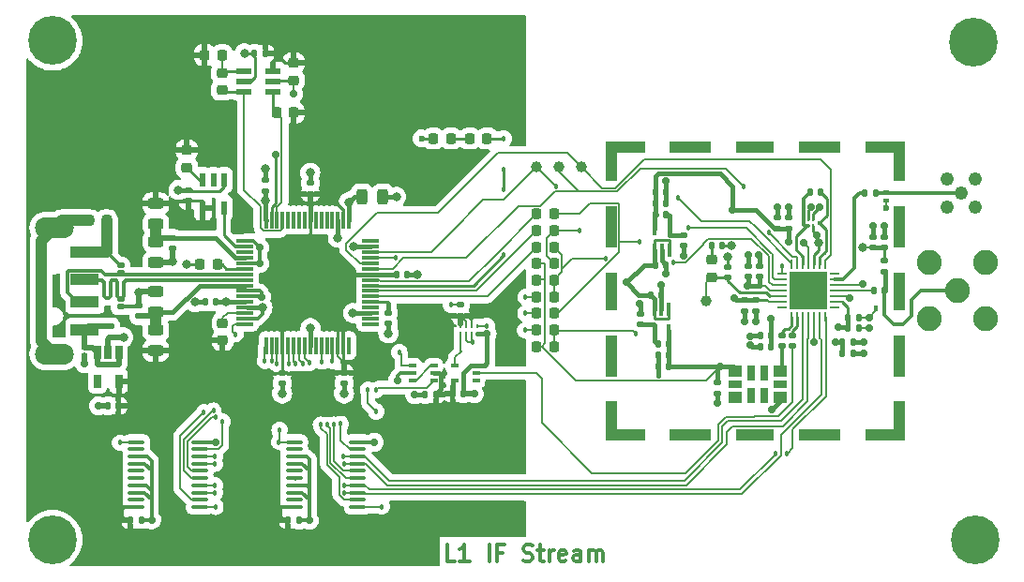
<source format=gbr>
G04 #@! TF.GenerationSoftware,KiCad,Pcbnew,7.0.6*
G04 #@! TF.CreationDate,2023-07-12T10:32:07-06:00*
G04 #@! TF.ProjectId,L1IFStream,4c314946-5374-4726-9561-6d2e6b696361,A*
G04 #@! TF.SameCoordinates,Original*
G04 #@! TF.FileFunction,Copper,L1,Top*
G04 #@! TF.FilePolarity,Positive*
%FSLAX46Y46*%
G04 Gerber Fmt 4.6, Leading zero omitted, Abs format (unit mm)*
G04 Created by KiCad (PCBNEW 7.0.6) date 2023-07-12 10:32:07*
%MOMM*%
%LPD*%
G01*
G04 APERTURE LIST*
G04 Aperture macros list*
%AMRoundRect*
0 Rectangle with rounded corners*
0 $1 Rounding radius*
0 $2 $3 $4 $5 $6 $7 $8 $9 X,Y pos of 4 corners*
0 Add a 4 corners polygon primitive as box body*
4,1,4,$2,$3,$4,$5,$6,$7,$8,$9,$2,$3,0*
0 Add four circle primitives for the rounded corners*
1,1,$1+$1,$2,$3*
1,1,$1+$1,$4,$5*
1,1,$1+$1,$6,$7*
1,1,$1+$1,$8,$9*
0 Add four rect primitives between the rounded corners*
20,1,$1+$1,$2,$3,$4,$5,0*
20,1,$1+$1,$4,$5,$6,$7,0*
20,1,$1+$1,$6,$7,$8,$9,0*
20,1,$1+$1,$8,$9,$2,$3,0*%
G04 Aperture macros list end*
%ADD10C,0.300000*%
G04 #@! TA.AperFunction,NonConductor*
%ADD11C,0.300000*%
G04 #@! TD*
G04 #@! TA.AperFunction,SMDPad,CuDef*
%ADD12RoundRect,0.243750X-0.243750X-0.456250X0.243750X-0.456250X0.243750X0.456250X-0.243750X0.456250X0*%
G04 #@! TD*
G04 #@! TA.AperFunction,SMDPad,CuDef*
%ADD13RoundRect,0.147500X0.147500X0.172500X-0.147500X0.172500X-0.147500X-0.172500X0.147500X-0.172500X0*%
G04 #@! TD*
G04 #@! TA.AperFunction,SMDPad,CuDef*
%ADD14RoundRect,0.147500X0.172500X-0.147500X0.172500X0.147500X-0.172500X0.147500X-0.172500X-0.147500X0*%
G04 #@! TD*
G04 #@! TA.AperFunction,SMDPad,CuDef*
%ADD15RoundRect,0.218750X-0.218750X-0.256250X0.218750X-0.256250X0.218750X0.256250X-0.218750X0.256250X0*%
G04 #@! TD*
G04 #@! TA.AperFunction,SMDPad,CuDef*
%ADD16RoundRect,0.218750X0.256250X-0.218750X0.256250X0.218750X-0.256250X0.218750X-0.256250X-0.218750X0*%
G04 #@! TD*
G04 #@! TA.AperFunction,SMDPad,CuDef*
%ADD17RoundRect,0.147500X-0.172500X0.147500X-0.172500X-0.147500X0.172500X-0.147500X0.172500X0.147500X0*%
G04 #@! TD*
G04 #@! TA.AperFunction,SMDPad,CuDef*
%ADD18RoundRect,0.147500X-0.147500X-0.172500X0.147500X-0.172500X0.147500X0.172500X-0.147500X0.172500X0*%
G04 #@! TD*
G04 #@! TA.AperFunction,SMDPad,CuDef*
%ADD19RoundRect,0.218750X-0.256250X0.218750X-0.256250X-0.218750X0.256250X-0.218750X0.256250X0.218750X0*%
G04 #@! TD*
G04 #@! TA.AperFunction,ComponentPad*
%ADD20C,2.250000*%
G04 #@! TD*
G04 #@! TA.AperFunction,SMDPad,CuDef*
%ADD21R,0.650000X1.220000*%
G04 #@! TD*
G04 #@! TA.AperFunction,SMDPad,CuDef*
%ADD22RoundRect,0.075000X-0.700000X-0.075000X0.700000X-0.075000X0.700000X0.075000X-0.700000X0.075000X0*%
G04 #@! TD*
G04 #@! TA.AperFunction,SMDPad,CuDef*
%ADD23RoundRect,0.075000X-0.075000X-0.700000X0.075000X-0.700000X0.075000X0.700000X-0.075000X0.700000X0*%
G04 #@! TD*
G04 #@! TA.AperFunction,SMDPad,CuDef*
%ADD24R,1.320800X0.558800*%
G04 #@! TD*
G04 #@! TA.AperFunction,SMDPad,CuDef*
%ADD25RoundRect,0.218750X0.218750X0.256250X-0.218750X0.256250X-0.218750X-0.256250X0.218750X-0.256250X0*%
G04 #@! TD*
G04 #@! TA.AperFunction,SMDPad,CuDef*
%ADD26RoundRect,0.243750X-0.456250X0.243750X-0.456250X-0.243750X0.456250X-0.243750X0.456250X0.243750X0*%
G04 #@! TD*
G04 #@! TA.AperFunction,SMDPad,CuDef*
%ADD27RoundRect,0.243750X0.456250X-0.243750X0.456250X0.243750X-0.456250X0.243750X-0.456250X-0.243750X0*%
G04 #@! TD*
G04 #@! TA.AperFunction,SMDPad,CuDef*
%ADD28R,0.550000X1.300000*%
G04 #@! TD*
G04 #@! TA.AperFunction,ComponentPad*
%ADD29C,1.240000*%
G04 #@! TD*
G04 #@! TA.AperFunction,SMDPad,CuDef*
%ADD30R,1.000000X1.000000*%
G04 #@! TD*
G04 #@! TA.AperFunction,SMDPad,CuDef*
%ADD31R,1.000000X2.570000*%
G04 #@! TD*
G04 #@! TA.AperFunction,SMDPad,CuDef*
%ADD32R,1.000000X3.800000*%
G04 #@! TD*
G04 #@! TA.AperFunction,SMDPad,CuDef*
%ADD33R,1.000000X3.470000*%
G04 #@! TD*
G04 #@! TA.AperFunction,SMDPad,CuDef*
%ADD34R,2.570000X1.000000*%
G04 #@! TD*
G04 #@! TA.AperFunction,SMDPad,CuDef*
%ADD35R,3.800000X1.000000*%
G04 #@! TD*
G04 #@! TA.AperFunction,SMDPad,CuDef*
%ADD36R,3.470000X1.000000*%
G04 #@! TD*
G04 #@! TA.AperFunction,SMDPad,CuDef*
%ADD37R,0.355600X1.168400*%
G04 #@! TD*
G04 #@! TA.AperFunction,SMDPad,CuDef*
%ADD38R,0.203200X0.965200*%
G04 #@! TD*
G04 #@! TA.AperFunction,SMDPad,CuDef*
%ADD39R,0.965200X0.203200*%
G04 #@! TD*
G04 #@! TA.AperFunction,SMDPad,CuDef*
%ADD40R,3.352800X3.352800*%
G04 #@! TD*
G04 #@! TA.AperFunction,SMDPad,CuDef*
%ADD41C,1.000000*%
G04 #@! TD*
G04 #@! TA.AperFunction,ComponentPad*
%ADD42C,0.700000*%
G04 #@! TD*
G04 #@! TA.AperFunction,ComponentPad*
%ADD43C,4.400000*%
G04 #@! TD*
G04 #@! TA.AperFunction,SMDPad,CuDef*
%ADD44R,2.500000X1.100000*%
G04 #@! TD*
G04 #@! TA.AperFunction,ComponentPad*
%ADD45O,3.500000X1.900000*%
G04 #@! TD*
G04 #@! TA.AperFunction,SMDPad,CuDef*
%ADD46R,0.270000X0.330000*%
G04 #@! TD*
G04 #@! TA.AperFunction,SMDPad,CuDef*
%ADD47RoundRect,0.100000X0.637500X0.100000X-0.637500X0.100000X-0.637500X-0.100000X0.637500X-0.100000X0*%
G04 #@! TD*
G04 #@! TA.AperFunction,SMDPad,CuDef*
%ADD48R,0.650000X0.400000*%
G04 #@! TD*
G04 #@! TA.AperFunction,SMDPad,CuDef*
%ADD49R,0.300000X0.500000*%
G04 #@! TD*
G04 #@! TA.AperFunction,SMDPad,CuDef*
%ADD50R,0.250000X0.325000*%
G04 #@! TD*
G04 #@! TA.AperFunction,SMDPad,CuDef*
%ADD51R,1.150000X1.050000*%
G04 #@! TD*
G04 #@! TA.AperFunction,SMDPad,CuDef*
%ADD52R,0.700000X1.350000*%
G04 #@! TD*
G04 #@! TA.AperFunction,SMDPad,CuDef*
%ADD53R,1.150000X0.700000*%
G04 #@! TD*
G04 #@! TA.AperFunction,SMDPad,CuDef*
%ADD54RoundRect,0.125000X0.225000X-0.125000X0.225000X0.125000X-0.225000X0.125000X-0.225000X-0.125000X0*%
G04 #@! TD*
G04 #@! TA.AperFunction,SMDPad,CuDef*
%ADD55R,0.500000X0.300000*%
G04 #@! TD*
G04 #@! TA.AperFunction,SMDPad,CuDef*
%ADD56RoundRect,0.125000X-0.225000X0.125000X-0.225000X-0.125000X0.225000X-0.125000X0.225000X0.125000X0*%
G04 #@! TD*
G04 #@! TA.AperFunction,ViaPad*
%ADD57C,0.700000*%
G04 #@! TD*
G04 #@! TA.AperFunction,ViaPad*
%ADD58C,0.800000*%
G04 #@! TD*
G04 #@! TA.AperFunction,ViaPad*
%ADD59C,0.600000*%
G04 #@! TD*
G04 #@! TA.AperFunction,ViaPad*
%ADD60C,0.457200*%
G04 #@! TD*
G04 #@! TA.AperFunction,Conductor*
%ADD61C,0.254000*%
G04 #@! TD*
G04 #@! TA.AperFunction,Conductor*
%ADD62C,0.203200*%
G04 #@! TD*
G04 #@! TA.AperFunction,Conductor*
%ADD63C,0.250000*%
G04 #@! TD*
G04 #@! TA.AperFunction,Conductor*
%ADD64C,0.304800*%
G04 #@! TD*
G04 #@! TA.AperFunction,Conductor*
%ADD65C,0.400000*%
G04 #@! TD*
G04 #@! TA.AperFunction,Conductor*
%ADD66C,1.016000*%
G04 #@! TD*
G04 #@! TA.AperFunction,Conductor*
%ADD67C,0.508000*%
G04 #@! TD*
G04 #@! TA.AperFunction,Conductor*
%ADD68C,0.399999*%
G04 #@! TD*
G04 #@! TA.AperFunction,Conductor*
%ADD69C,0.350012*%
G04 #@! TD*
G04 APERTURE END LIST*
D10*
D11*
X129060572Y-122598328D02*
X128346286Y-122598328D01*
X128346286Y-122598328D02*
X128346286Y-121098328D01*
X130346287Y-122598328D02*
X129489144Y-122598328D01*
X129917715Y-122598328D02*
X129917715Y-121098328D01*
X129917715Y-121098328D02*
X129774858Y-121312614D01*
X129774858Y-121312614D02*
X129632001Y-121455471D01*
X129632001Y-121455471D02*
X129489144Y-121526900D01*
X132132000Y-122598328D02*
X132132000Y-121098328D01*
X133346286Y-121812614D02*
X132846286Y-121812614D01*
X132846286Y-122598328D02*
X132846286Y-121098328D01*
X132846286Y-121098328D02*
X133560572Y-121098328D01*
X135203429Y-122526900D02*
X135417715Y-122598328D01*
X135417715Y-122598328D02*
X135774857Y-122598328D01*
X135774857Y-122598328D02*
X135917715Y-122526900D01*
X135917715Y-122526900D02*
X135989143Y-122455471D01*
X135989143Y-122455471D02*
X136060572Y-122312614D01*
X136060572Y-122312614D02*
X136060572Y-122169757D01*
X136060572Y-122169757D02*
X135989143Y-122026900D01*
X135989143Y-122026900D02*
X135917715Y-121955471D01*
X135917715Y-121955471D02*
X135774857Y-121884042D01*
X135774857Y-121884042D02*
X135489143Y-121812614D01*
X135489143Y-121812614D02*
X135346286Y-121741185D01*
X135346286Y-121741185D02*
X135274857Y-121669757D01*
X135274857Y-121669757D02*
X135203429Y-121526900D01*
X135203429Y-121526900D02*
X135203429Y-121384042D01*
X135203429Y-121384042D02*
X135274857Y-121241185D01*
X135274857Y-121241185D02*
X135346286Y-121169757D01*
X135346286Y-121169757D02*
X135489143Y-121098328D01*
X135489143Y-121098328D02*
X135846286Y-121098328D01*
X135846286Y-121098328D02*
X136060572Y-121169757D01*
X136489143Y-121598328D02*
X137060571Y-121598328D01*
X136703428Y-121098328D02*
X136703428Y-122384042D01*
X136703428Y-122384042D02*
X136774857Y-122526900D01*
X136774857Y-122526900D02*
X136917714Y-122598328D01*
X136917714Y-122598328D02*
X137060571Y-122598328D01*
X137560571Y-122598328D02*
X137560571Y-121598328D01*
X137560571Y-121884042D02*
X137632000Y-121741185D01*
X137632000Y-121741185D02*
X137703429Y-121669757D01*
X137703429Y-121669757D02*
X137846286Y-121598328D01*
X137846286Y-121598328D02*
X137989143Y-121598328D01*
X139060571Y-122526900D02*
X138917714Y-122598328D01*
X138917714Y-122598328D02*
X138632000Y-122598328D01*
X138632000Y-122598328D02*
X138489142Y-122526900D01*
X138489142Y-122526900D02*
X138417714Y-122384042D01*
X138417714Y-122384042D02*
X138417714Y-121812614D01*
X138417714Y-121812614D02*
X138489142Y-121669757D01*
X138489142Y-121669757D02*
X138632000Y-121598328D01*
X138632000Y-121598328D02*
X138917714Y-121598328D01*
X138917714Y-121598328D02*
X139060571Y-121669757D01*
X139060571Y-121669757D02*
X139132000Y-121812614D01*
X139132000Y-121812614D02*
X139132000Y-121955471D01*
X139132000Y-121955471D02*
X138417714Y-122098328D01*
X140417714Y-122598328D02*
X140417714Y-121812614D01*
X140417714Y-121812614D02*
X140346285Y-121669757D01*
X140346285Y-121669757D02*
X140203428Y-121598328D01*
X140203428Y-121598328D02*
X139917714Y-121598328D01*
X139917714Y-121598328D02*
X139774856Y-121669757D01*
X140417714Y-122526900D02*
X140274856Y-122598328D01*
X140274856Y-122598328D02*
X139917714Y-122598328D01*
X139917714Y-122598328D02*
X139774856Y-122526900D01*
X139774856Y-122526900D02*
X139703428Y-122384042D01*
X139703428Y-122384042D02*
X139703428Y-122241185D01*
X139703428Y-122241185D02*
X139774856Y-122098328D01*
X139774856Y-122098328D02*
X139917714Y-122026900D01*
X139917714Y-122026900D02*
X140274856Y-122026900D01*
X140274856Y-122026900D02*
X140417714Y-121955471D01*
X141131999Y-122598328D02*
X141131999Y-121598328D01*
X141131999Y-121741185D02*
X141203428Y-121669757D01*
X141203428Y-121669757D02*
X141346285Y-121598328D01*
X141346285Y-121598328D02*
X141560571Y-121598328D01*
X141560571Y-121598328D02*
X141703428Y-121669757D01*
X141703428Y-121669757D02*
X141774857Y-121812614D01*
X141774857Y-121812614D02*
X141774857Y-122598328D01*
X141774857Y-121812614D02*
X141846285Y-121669757D01*
X141846285Y-121669757D02*
X141989142Y-121598328D01*
X141989142Y-121598328D02*
X142203428Y-121598328D01*
X142203428Y-121598328D02*
X142346285Y-121669757D01*
X142346285Y-121669757D02*
X142417714Y-121812614D01*
X142417714Y-121812614D02*
X142417714Y-122598328D01*
D12*
X120652500Y-89662000D03*
X122527500Y-89662000D03*
D13*
X107470000Y-99187000D03*
X106500000Y-99187000D03*
D14*
X111938000Y-89131000D03*
X111938000Y-88161000D03*
D15*
X112928500Y-82042000D03*
X114503500Y-82042000D03*
D16*
X114478000Y-79146500D03*
X114478000Y-77571500D03*
X108001000Y-80035500D03*
X108001000Y-78460500D03*
D17*
X104953000Y-89050000D03*
X104953000Y-90020000D03*
D18*
X110945000Y-76708000D03*
X111915000Y-76708000D03*
D19*
X104826000Y-85445500D03*
X104826000Y-87020500D03*
D14*
X115985000Y-89376000D03*
X115985000Y-88406000D03*
D18*
X123755000Y-96672000D03*
X124725000Y-96672000D03*
D17*
X113445000Y-105551000D03*
X113445000Y-106521000D03*
X119033000Y-105551000D03*
X119033000Y-106521000D03*
D20*
X174422000Y-98162000D03*
X176962000Y-95622000D03*
X171882000Y-95622000D03*
X176962000Y-100702000D03*
X171882000Y-100702000D03*
D19*
X108077000Y-101066500D03*
X108077000Y-102641500D03*
D13*
X98679000Y-108559600D03*
X97709000Y-108559600D03*
D21*
X98689200Y-103693600D03*
X97739200Y-103693600D03*
X96789200Y-103693600D03*
X96789200Y-106313600D03*
X98689200Y-106313600D03*
D22*
X110056000Y-93672000D03*
X110056000Y-94172000D03*
X110056000Y-94672000D03*
X110056000Y-95172000D03*
X110056000Y-95672000D03*
X110056000Y-96172000D03*
X110056000Y-96672000D03*
X110056000Y-97172000D03*
X110056000Y-97672000D03*
X110056000Y-98172000D03*
X110056000Y-98672000D03*
X110056000Y-99172000D03*
X110056000Y-99672000D03*
X110056000Y-100172000D03*
X110056000Y-100672000D03*
X110056000Y-101172000D03*
D23*
X111981000Y-103097000D03*
X112481000Y-103097000D03*
X112981000Y-103097000D03*
X113481000Y-103097000D03*
X113981000Y-103097000D03*
X114481000Y-103097000D03*
X114981000Y-103097000D03*
X115481000Y-103097000D03*
X115981000Y-103097000D03*
X116481000Y-103097000D03*
X116981000Y-103097000D03*
X117481000Y-103097000D03*
X117981000Y-103097000D03*
X118481000Y-103097000D03*
X118981000Y-103097000D03*
X119481000Y-103097000D03*
D22*
X121406000Y-101172000D03*
X121406000Y-100672000D03*
X121406000Y-100172000D03*
X121406000Y-99672000D03*
X121406000Y-99172000D03*
X121406000Y-98672000D03*
X121406000Y-98172000D03*
X121406000Y-97672000D03*
X121406000Y-97172000D03*
X121406000Y-96672000D03*
X121406000Y-96172000D03*
X121406000Y-95672000D03*
X121406000Y-95172000D03*
X121406000Y-94672000D03*
X121406000Y-94172000D03*
X121406000Y-93672000D03*
D23*
X119481000Y-91747000D03*
X118981000Y-91747000D03*
X118481000Y-91747000D03*
X117981000Y-91747000D03*
X117481000Y-91747000D03*
X116981000Y-91747000D03*
X116481000Y-91747000D03*
X115981000Y-91747000D03*
X115481000Y-91747000D03*
X114981000Y-91747000D03*
X114481000Y-91747000D03*
X113981000Y-91747000D03*
X113481000Y-91747000D03*
X112981000Y-91747000D03*
X112481000Y-91747000D03*
X111981000Y-91747000D03*
D24*
X110007600Y-78297999D03*
X110007600Y-79248000D03*
X110007600Y-80198001D03*
X112598400Y-80198001D03*
X112598400Y-79248000D03*
X112598400Y-78297999D03*
D25*
X107569500Y-95758000D03*
X105994500Y-95758000D03*
D15*
X96020300Y-91812000D03*
X97595300Y-91812000D03*
D17*
X123038000Y-100150000D03*
X123038000Y-101120000D03*
D26*
X102032000Y-101678500D03*
X102032000Y-103553500D03*
D27*
X102032000Y-100124500D03*
X102032000Y-98249500D03*
D14*
X100508000Y-100434000D03*
X100508000Y-99464000D03*
D28*
X108189001Y-88158000D03*
X107239000Y-88158000D03*
X106288999Y-88158000D03*
X106288999Y-90658000D03*
X108189001Y-90658000D03*
D25*
X108026500Y-76860400D03*
X106451500Y-76860400D03*
D27*
X102032000Y-92148900D03*
X102032000Y-90273900D03*
D26*
X102032000Y-93702900D03*
X102032000Y-95577900D03*
D29*
X174714000Y-89293700D03*
X173444000Y-88023700D03*
X173444000Y-90563700D03*
X175984000Y-88023700D03*
X175984000Y-90563700D03*
D30*
X143154000Y-85191400D03*
D31*
X143154000Y-86976400D03*
D32*
X143154000Y-92361400D03*
D33*
X143154000Y-98196400D03*
D32*
X143154000Y-104031400D03*
D31*
X143154000Y-109416400D03*
D30*
X143154000Y-111201400D03*
D34*
X144939000Y-85191400D03*
X144939000Y-111201400D03*
D35*
X150324000Y-85191400D03*
X150324000Y-111201400D03*
D36*
X156159000Y-85191400D03*
X156159000Y-111201400D03*
D35*
X161994000Y-85191400D03*
X161994000Y-111201400D03*
D34*
X167379000Y-85191400D03*
X167379000Y-111201400D03*
D30*
X169164000Y-85191400D03*
D31*
X169164000Y-86976400D03*
D32*
X169164000Y-92361400D03*
D33*
X169164000Y-98196400D03*
D32*
X169164000Y-104031400D03*
D31*
X169164000Y-109416400D03*
D30*
X169164000Y-111201400D03*
D14*
X153695000Y-96956600D03*
X153695000Y-95986600D03*
D17*
X152704800Y-106449000D03*
X152704800Y-107419000D03*
D18*
X146708000Y-98552000D03*
X147678000Y-98552000D03*
D37*
X147102001Y-94488200D03*
X147752000Y-94488200D03*
X148401999Y-94488200D03*
X148401999Y-92557800D03*
X147102001Y-92557800D03*
X148350999Y-99847800D03*
X147701000Y-99847800D03*
X147051001Y-99847800D03*
X147051001Y-101778200D03*
X148350999Y-101778200D03*
D38*
X162492000Y-95787100D03*
X161984000Y-95787100D03*
X161476000Y-95787100D03*
X160968000Y-95787100D03*
X160460000Y-95787100D03*
X159952000Y-95787100D03*
X159444000Y-95787100D03*
D39*
X158593100Y-96638000D03*
X158593100Y-97146000D03*
X158593100Y-97654000D03*
X158593100Y-98162000D03*
X158593100Y-98670000D03*
X158593100Y-99178000D03*
X158593100Y-99686000D03*
D38*
X159444000Y-100536900D03*
X159952000Y-100536900D03*
X160460000Y-100536900D03*
X160968000Y-100536900D03*
X161476000Y-100536900D03*
X161984000Y-100536900D03*
X162492000Y-100536900D03*
D39*
X163342900Y-99686000D03*
X163342900Y-99178000D03*
X163342900Y-98670000D03*
X163342900Y-98162000D03*
X163342900Y-97654000D03*
X163342900Y-97146000D03*
X163342900Y-96638000D03*
D40*
X160968000Y-98162000D03*
D18*
X147140000Y-91237000D03*
X148110000Y-91237000D03*
X147140000Y-95809000D03*
X148110000Y-95809000D03*
X147140000Y-89256000D03*
X148110000Y-89256000D03*
D13*
X148338000Y-104978000D03*
X147368000Y-104978000D03*
D17*
X167792000Y-95450800D03*
X167792000Y-96420800D03*
D18*
X147140000Y-90246000D03*
X148110000Y-90246000D03*
D14*
X167818000Y-94261800D03*
X167818000Y-93291800D03*
D13*
X148338000Y-103988000D03*
X147368000Y-103988000D03*
X148338000Y-102997000D03*
X147368000Y-102997000D03*
D16*
X152197000Y-96951900D03*
X152197000Y-95376900D03*
D25*
X138013500Y-97188000D03*
X136438500Y-97188000D03*
X138008500Y-94201400D03*
X136433500Y-94201400D03*
D41*
X138430000Y-86995000D03*
X140462000Y-86995000D03*
D25*
X138008500Y-92702400D03*
X136433500Y-92702400D03*
X138008500Y-95676500D03*
X136433500Y-95676500D03*
X138008500Y-91203800D03*
X136433500Y-91203800D03*
D13*
X157584000Y-102210000D03*
X156614000Y-102210000D03*
D17*
X155219000Y-99006800D03*
X155219000Y-99976800D03*
D14*
X155550000Y-96878000D03*
X155550000Y-95908000D03*
X159537000Y-103152000D03*
X159537000Y-102182000D03*
D18*
X152220000Y-94081600D03*
X153190000Y-94081600D03*
D14*
X158191000Y-92509200D03*
X158191000Y-91539200D03*
D13*
X167820000Y-98171000D03*
X166850000Y-98171000D03*
D14*
X158547000Y-103152000D03*
X158547000Y-102182000D03*
X159182000Y-92509200D03*
X159182000Y-91539200D03*
D13*
X165509000Y-100559000D03*
X164539000Y-100559000D03*
D14*
X156515000Y-96878000D03*
X156515000Y-95908000D03*
D18*
X164031000Y-102819000D03*
X165001000Y-102819000D03*
D14*
X166827000Y-94261800D03*
X166827000Y-93291800D03*
D13*
X165509000Y-101549000D03*
X164539000Y-101549000D03*
X157587000Y-103188000D03*
X156617000Y-103188000D03*
D18*
X164031000Y-103810000D03*
X165001000Y-103810000D03*
D17*
X156210000Y-99006800D03*
X156210000Y-99976800D03*
D42*
X91060000Y-120650000D03*
X91543274Y-119483274D03*
X91543274Y-121816726D03*
X92710000Y-119000000D03*
D43*
X92710000Y-120650000D03*
D42*
X92710000Y-122300000D03*
X93876726Y-119483274D03*
X93876726Y-121816726D03*
X94360000Y-120650000D03*
X91060000Y-75565000D03*
X91543274Y-74398274D03*
X91543274Y-76731726D03*
X92710000Y-73915000D03*
D43*
X92710000Y-75565000D03*
D42*
X92710000Y-77215000D03*
X93876726Y-74398274D03*
X93876726Y-76731726D03*
X94360000Y-75565000D03*
X174245000Y-75692000D03*
X174728274Y-74525274D03*
X174728274Y-76858726D03*
X175895000Y-74042000D03*
D43*
X175895000Y-75692000D03*
D42*
X175895000Y-77342000D03*
X177061726Y-74525274D03*
X177061726Y-76858726D03*
X177545000Y-75692000D03*
X174372000Y-120650000D03*
X174855274Y-119483274D03*
X174855274Y-121816726D03*
X176022000Y-119000000D03*
D43*
X176022000Y-120650000D03*
D42*
X176022000Y-122300000D03*
X177188726Y-119483274D03*
X177188726Y-121816726D03*
X177672000Y-120650000D03*
D41*
X136398000Y-86995000D03*
D17*
X149664000Y-93098800D03*
X149664000Y-94068800D03*
D14*
X145783000Y-101209000D03*
X145783000Y-100239000D03*
D18*
X126362600Y-107518200D03*
X127332600Y-107518200D03*
D41*
X151765000Y-99060000D03*
D15*
X136433500Y-98696800D03*
X138008500Y-98696800D03*
D25*
X138008500Y-103208000D03*
X136433500Y-103208000D03*
D15*
X136432500Y-101699000D03*
X138007500Y-101699000D03*
X136432500Y-100188000D03*
X138007500Y-100188000D03*
D18*
X113992800Y-118872400D03*
X114962800Y-118872400D03*
D17*
X129540000Y-99413200D03*
X129540000Y-100383200D03*
D18*
X99743000Y-118846200D03*
X100713000Y-118846200D03*
D44*
X95629000Y-101662000D03*
X95629000Y-99162000D03*
X95629000Y-97162000D03*
X95629000Y-94662000D03*
D45*
X92879000Y-103862000D03*
X92879000Y-92462000D03*
D17*
X103556000Y-93393400D03*
X103556000Y-94363400D03*
D13*
X129822000Y-107467000D03*
X128852000Y-107467000D03*
D46*
X129573000Y-101991000D03*
X130073000Y-101991000D03*
X130573000Y-101991000D03*
X131073000Y-101991000D03*
X131073000Y-101311000D03*
X130573000Y-101311000D03*
X130073000Y-101311000D03*
X129573000Y-101311000D03*
D47*
X120261300Y-117682400D03*
X120261300Y-117032400D03*
X120261300Y-116382400D03*
X120261300Y-115732400D03*
X120261300Y-115082400D03*
X120261300Y-114432400D03*
X120261300Y-113782400D03*
X120261300Y-113132400D03*
X120261300Y-112482400D03*
X120261300Y-111832400D03*
X114536300Y-111832400D03*
X114536300Y-112482400D03*
X114536300Y-113132400D03*
X114536300Y-113782400D03*
X114536300Y-114432400D03*
X114536300Y-115082400D03*
X114536300Y-115732400D03*
X114536300Y-116382400D03*
X114536300Y-117032400D03*
X114536300Y-117682400D03*
X106011500Y-117682200D03*
X106011500Y-117032200D03*
X106011500Y-116382200D03*
X106011500Y-115732200D03*
X106011500Y-115082200D03*
X106011500Y-114432200D03*
X106011500Y-113782200D03*
X106011500Y-113132200D03*
X106011500Y-112482200D03*
X106011500Y-111832200D03*
X100286500Y-111832200D03*
X100286500Y-112482200D03*
X100286500Y-113132200D03*
X100286500Y-113782200D03*
X100286500Y-114432200D03*
X100286500Y-115082200D03*
X100286500Y-115732200D03*
X100286500Y-116382200D03*
X100286500Y-117032200D03*
X100286500Y-117682200D03*
D48*
X125237200Y-104937800D03*
X125237200Y-105587800D03*
X125237200Y-106237800D03*
X127137200Y-106237800D03*
X127137200Y-105587800D03*
X127137200Y-104937800D03*
X130947200Y-106237800D03*
X130947200Y-105587800D03*
X130947200Y-104937800D03*
X129047200Y-104937800D03*
X129047200Y-106237800D03*
D49*
X167786800Y-99745800D03*
X167086800Y-99745800D03*
D15*
X127101500Y-84404200D03*
X128676500Y-84404200D03*
D13*
X162054400Y-89255600D03*
X161084400Y-89255600D03*
D50*
X161917000Y-92024200D03*
X161417000Y-91736700D03*
X160917000Y-91736700D03*
X160917000Y-92311700D03*
X161417000Y-92311700D03*
D51*
X154337400Y-107778800D03*
D52*
X155762400Y-107628800D03*
X156962400Y-107628800D03*
D51*
X158387400Y-107778800D03*
D53*
X158387400Y-106603800D03*
D51*
X158387400Y-105428800D03*
D52*
X156962400Y-105578800D03*
X155762400Y-105578800D03*
D51*
X154337400Y-105428800D03*
D53*
X154337400Y-106603800D03*
D13*
X167007400Y-89331800D03*
X166037400Y-89331800D03*
D54*
X98856800Y-96559600D03*
X98856800Y-95859600D03*
D25*
X131953100Y-84404200D03*
X130378100Y-84404200D03*
D17*
X97967800Y-101366600D03*
X97967800Y-102336600D03*
D55*
X167944800Y-89286600D03*
X167944800Y-89986600D03*
D56*
X98856800Y-98913200D03*
X98856800Y-99613200D03*
D55*
X95580200Y-103282000D03*
X95580200Y-103982000D03*
D57*
X156210000Y-100914000D03*
D58*
X162198000Y-96972000D03*
X159798000Y-98072000D03*
D59*
X167944800Y-90678000D03*
D57*
X131953000Y-102057200D03*
D58*
X111658000Y-99669600D03*
D57*
X143129000Y-109601000D03*
X147701000Y-97663000D03*
X144907000Y-85217000D03*
X148107000Y-88265000D03*
X169164000Y-104013000D03*
X111562000Y-98694200D03*
X149672000Y-95018900D03*
D58*
X162198000Y-99172000D03*
D57*
X165938000Y-102794000D03*
X125425200Y-107543600D03*
X123850400Y-106248200D03*
X130784600Y-107467400D03*
D58*
X123038000Y-102006000D03*
D57*
X143256000Y-104013000D03*
X111429800Y-94269586D03*
X143129000Y-98171000D03*
X161721800Y-93116400D03*
X167386000Y-111125000D03*
X169164000Y-109347000D03*
D58*
X160998000Y-99172000D03*
X104826000Y-95758000D03*
D57*
X165913000Y-103835000D03*
X166827000Y-92329000D03*
X158166000Y-90576400D03*
D58*
X110033000Y-76708000D03*
X104087000Y-89050000D03*
D60*
X147384000Y-105816000D03*
D57*
X169164000Y-92329000D03*
D58*
X111938000Y-87122000D03*
D57*
X169164000Y-85217000D03*
D58*
X159798000Y-99172000D03*
X159798000Y-96972000D03*
D57*
X169164000Y-98298000D03*
D58*
X154051000Y-94081600D03*
D57*
X143129000Y-85217000D03*
X169164000Y-111125000D03*
D58*
X115985000Y-87494000D03*
D57*
X107467400Y-111836200D03*
X156083000Y-85217000D03*
D60*
X128682000Y-99413200D03*
D57*
X144907000Y-111125000D03*
D58*
X118477000Y-93353400D03*
X162198000Y-98072000D03*
D57*
X166472000Y-101549000D03*
D58*
X123749000Y-89662000D03*
X113445000Y-107433000D03*
D57*
X156489000Y-94945200D03*
X162052000Y-111252000D03*
D60*
X135420000Y-98722200D03*
D58*
X119033000Y-107433000D03*
D57*
X150368000Y-111252000D03*
X155727000Y-103022000D03*
X95580200Y-104749600D03*
D58*
X100508000Y-98298000D03*
D57*
X161213800Y-90576400D03*
X166472000Y-100559000D03*
D58*
X99110800Y-102362000D03*
D57*
X156210000Y-111125000D03*
D58*
X153695000Y-95123000D03*
X105588000Y-99187000D03*
D57*
X145732000Y-99288600D03*
D60*
X135415000Y-100193000D03*
D58*
X103556000Y-95529400D03*
D57*
X121742200Y-111836200D03*
X143129000Y-111125000D03*
D58*
X125637000Y-96672000D03*
D57*
X111429800Y-95681800D03*
X152704800Y-108280200D03*
D58*
X160998000Y-98072000D03*
D57*
X167818000Y-92303600D03*
X143129000Y-92329000D03*
D58*
X119837000Y-100178000D03*
D59*
X126034800Y-84404200D03*
D60*
X135374000Y-101732000D03*
D57*
X155702000Y-102286000D03*
X97595300Y-94631900D03*
X162001200Y-90601800D03*
X97595300Y-92701500D03*
X101650800Y-118846600D03*
D58*
X160998000Y-96972000D03*
D57*
X169164000Y-86868000D03*
X167386000Y-85217000D03*
X155550000Y-94945200D03*
X143129000Y-86995000D03*
X150368000Y-85217000D03*
D58*
X119863000Y-94157800D03*
D57*
X162052000Y-85217000D03*
X115900200Y-118897400D03*
X96850200Y-108559600D03*
X159182000Y-90601800D03*
X148082000Y-96647000D03*
X157632400Y-108864400D03*
D58*
X116002000Y-101524000D03*
D57*
X155219000Y-100889000D03*
D58*
X161874000Y-93853000D03*
X165887400Y-94259400D03*
D60*
X157364000Y-92917400D03*
X155130000Y-88777800D03*
X138181000Y-88738900D03*
X149193000Y-89741900D03*
X140335000Y-92702400D03*
X158593000Y-95952400D03*
X142670000Y-95234600D03*
X150078000Y-92470400D03*
X107391200Y-113131600D03*
X118999000Y-113131600D03*
X119024400Y-113792000D03*
X107391200Y-113792000D03*
X107391200Y-116382800D03*
X119049800Y-116382800D03*
X107391200Y-115722400D03*
X119049800Y-115722400D03*
X157962600Y-112826800D03*
X158978600Y-112826800D03*
D57*
X134391400Y-106857800D03*
X144526000Y-97409000D03*
X159182000Y-93700600D03*
X160503000Y-93776800D03*
X155473000Y-97713800D03*
X154102000Y-90830400D03*
X163678000Y-101422000D03*
X157582000Y-100711000D03*
X154229000Y-98780600D03*
X153035000Y-104953000D03*
X161468000Y-102819000D03*
X163372800Y-102819000D03*
X164643000Y-98774000D03*
D60*
X123719000Y-95136700D03*
D57*
X165862000Y-97570000D03*
D60*
X145394000Y-102062000D03*
D57*
X112827000Y-85852000D03*
X114478000Y-80391000D03*
D60*
X133451600Y-84404200D03*
X133451600Y-87198200D03*
X133477000Y-88950800D03*
X133477000Y-94894400D03*
D58*
X111938000Y-90043000D03*
X119431000Y-90170000D03*
X108382000Y-99187000D03*
D60*
X123038000Y-99314000D03*
X145698000Y-93727100D03*
X148769000Y-95628100D03*
X106375200Y-109118400D03*
X109220000Y-102082600D03*
X111885419Y-104485601D03*
X107238800Y-108991400D03*
X112480711Y-104444968D03*
X107416600Y-109601000D03*
X108051600Y-109956600D03*
X112979200Y-104749600D03*
X114020600Y-104724200D03*
X116941600Y-110261390D03*
X114652639Y-104709660D03*
X117556185Y-110261390D03*
X115302179Y-104712621D03*
X118140388Y-110261390D03*
X118719600Y-110185200D03*
X115923683Y-104687546D03*
X107416600Y-117678200D03*
X116992400Y-104546400D03*
X121945400Y-109067600D03*
X121189249Y-107077829D03*
X122453400Y-117652800D03*
X121895000Y-107137000D03*
X117983000Y-104521000D03*
X130606800Y-102768400D03*
X98806000Y-111887000D03*
X124028200Y-103708200D03*
X131925000Y-101311000D03*
X113157000Y-111810800D03*
X113207800Y-110744000D03*
D61*
X153695000Y-97251600D02*
X154762000Y-98317800D01*
X153695000Y-96956600D02*
X153695000Y-97251600D01*
D62*
X151765000Y-97383900D02*
X152197000Y-96951900D01*
X151765000Y-99060000D02*
X151765000Y-97383900D01*
X158593000Y-98670000D02*
X158593100Y-98670000D01*
D63*
X153691000Y-96951900D02*
X153695000Y-96956600D01*
D62*
X158593000Y-98670000D02*
X157514000Y-98670000D01*
D61*
X157162000Y-98317800D02*
X157514000Y-98670000D01*
X154762000Y-98317800D02*
X157162000Y-98317800D01*
D63*
X152197000Y-96951900D02*
X153691000Y-96951900D01*
D62*
X166841000Y-98162000D02*
X166850000Y-98171000D01*
X163343000Y-98162000D02*
X166841000Y-98162000D01*
X163343000Y-98162000D02*
X163342900Y-98162000D01*
X159444000Y-100537000D02*
X159444000Y-100536900D01*
D61*
X159143000Y-101575000D02*
X158859000Y-101575000D01*
X158859000Y-101575000D02*
X158547000Y-101887000D01*
X159444000Y-100537000D02*
X159444000Y-101274000D01*
X158547000Y-101887000D02*
X158547000Y-102182000D01*
X159444000Y-101274000D02*
X159143000Y-101575000D01*
D64*
X115875200Y-118872400D02*
X115900200Y-118897400D01*
D62*
X167379000Y-85210000D02*
X167379000Y-85191400D01*
D65*
X147368000Y-103988000D02*
X147368000Y-104978000D01*
D66*
X97595300Y-94631900D02*
X97595300Y-94657300D01*
D62*
X136431000Y-100189000D02*
X136432000Y-100188000D01*
D67*
X102032000Y-95577900D02*
X103507000Y-95577900D01*
D62*
X143154000Y-85192000D02*
X143154000Y-85191400D01*
D64*
X101245000Y-113132200D02*
X101650800Y-113538000D01*
D62*
X135420000Y-100188000D02*
X135415000Y-100193000D01*
D64*
X123850400Y-106248200D02*
X123850400Y-105881621D01*
D62*
X143172000Y-104013000D02*
X143154000Y-104031000D01*
D64*
X111429800Y-94269586D02*
X111429800Y-95681800D01*
D62*
X161994000Y-111201400D02*
X161994000Y-111202000D01*
X143256000Y-104013000D02*
X143172000Y-104013000D01*
X105994000Y-95758000D02*
X105994500Y-95758000D01*
D67*
X103507000Y-95577900D02*
X103556000Y-95529400D01*
D64*
X115900200Y-115976400D02*
X115900200Y-117008800D01*
X100286500Y-113782200D02*
X101024000Y-113782200D01*
D62*
X136431500Y-100189000D02*
X136432000Y-100188000D01*
D64*
X101024000Y-116382200D02*
X101650800Y-117009000D01*
D62*
X156159000Y-111201000D02*
X156159000Y-111201400D01*
D61*
X161417000Y-91186000D02*
X162001200Y-90601800D01*
D63*
X108189000Y-88718000D02*
X107774000Y-89133000D01*
D67*
X129822000Y-107467000D02*
X130784200Y-107467000D01*
D62*
X154051000Y-94081600D02*
X154013000Y-94119600D01*
D65*
X145783000Y-100239000D02*
X145783000Y-99789200D01*
D62*
X144907000Y-111125000D02*
X144939000Y-111157000D01*
D66*
X97595300Y-92701500D02*
X97595300Y-94631900D01*
D68*
X158387400Y-108109400D02*
X158387400Y-107778800D01*
D63*
X119033000Y-106521000D02*
X119033000Y-106816000D01*
D68*
X131953000Y-104648000D02*
X131953000Y-102057200D01*
D61*
X161417000Y-91736700D02*
X161417000Y-91186000D01*
D65*
X106500000Y-99187000D02*
X105588000Y-99187000D01*
D62*
X143154000Y-111201000D02*
X143154000Y-111201400D01*
D64*
X115656200Y-115732400D02*
X115900200Y-115976400D01*
D67*
X102032000Y-98249500D02*
X100556000Y-98249500D01*
D65*
X166827000Y-93291800D02*
X166827000Y-92329000D01*
D68*
X131139200Y-102057200D02*
X131073000Y-101991000D01*
D65*
X104953000Y-89050000D02*
X104087000Y-89050000D01*
X147701000Y-99847000D02*
X147701000Y-98575000D01*
D62*
X156210000Y-111125000D02*
X156159000Y-111176000D01*
D64*
X101650800Y-113538000D02*
X101650800Y-114409000D01*
D68*
X126362600Y-107518200D02*
X125450600Y-107518200D01*
D62*
X161994000Y-111201000D02*
X161994000Y-111201400D01*
X144913000Y-85217000D02*
X144939000Y-85191400D01*
X169164000Y-104013000D02*
X169164000Y-104031000D01*
D63*
X108189000Y-88158000D02*
X108189000Y-88718000D01*
D65*
X156614000Y-102210000D02*
X155778000Y-102210000D01*
D62*
X150324000Y-111208000D02*
X150324000Y-111201400D01*
X136431500Y-100189000D02*
X136432500Y-100188000D01*
D64*
X111540000Y-98672000D02*
X111562000Y-98694200D01*
X111658000Y-100235285D02*
X111658000Y-99669600D01*
D62*
X136429000Y-100191000D02*
X136430000Y-100191000D01*
D65*
X121406000Y-100172000D02*
X119843000Y-100172000D01*
D62*
X162019000Y-111226000D02*
X162020000Y-111226000D01*
X162020000Y-85217000D02*
X161994000Y-85191400D01*
D69*
X98856800Y-99613200D02*
X100358800Y-99613200D01*
D64*
X110056000Y-95672000D02*
X111420000Y-95672000D01*
X114962800Y-118872400D02*
X115875200Y-118872400D01*
D67*
X103556000Y-94363400D02*
X103556000Y-95529400D01*
D65*
X119033000Y-106521000D02*
X119033000Y-106816000D01*
D67*
X95580200Y-104749600D02*
X95580200Y-103990000D01*
D62*
X136430000Y-100190000D02*
X136431000Y-100189000D01*
D64*
X100286500Y-116382200D02*
X101024000Y-116382200D01*
D66*
X97595300Y-94657300D02*
X97586800Y-94665800D01*
D62*
X169164000Y-98298000D02*
X169164000Y-98196400D01*
D64*
X110056000Y-98672000D02*
X111540000Y-98672000D01*
D62*
X150368000Y-85217000D02*
X150350000Y-85217000D01*
D65*
X111938000Y-87249000D02*
X111938000Y-87122000D01*
X115981000Y-103097000D02*
X115981000Y-101545000D01*
D67*
X97967800Y-102339000D02*
X99087800Y-102339000D01*
D64*
X101650800Y-117009000D02*
X101650800Y-118846600D01*
D62*
X150368000Y-111252000D02*
X150324000Y-111208000D01*
X145783000Y-99789200D02*
X145706000Y-99866200D01*
X169164000Y-111125000D02*
X169164000Y-111201000D01*
D64*
X111562000Y-98300500D02*
X111433000Y-98172000D01*
D62*
X136429000Y-100191000D02*
X136430000Y-100190000D01*
D67*
X130784200Y-107467000D02*
X130784600Y-107467400D01*
D62*
X143129000Y-92329000D02*
X143154000Y-92354000D01*
D64*
X100286500Y-115732200D02*
X101152600Y-115732200D01*
D67*
X99087800Y-102339000D02*
X99110800Y-102362000D01*
D65*
X147701000Y-97663000D02*
X147701000Y-98529000D01*
X145783000Y-99339400D02*
X145732000Y-99288600D01*
D62*
X143129000Y-98171000D02*
X143154000Y-98196000D01*
D65*
X165001000Y-103810000D02*
X165887000Y-103810000D01*
D63*
X110993000Y-77076000D02*
X110945000Y-77028000D01*
D65*
X155778000Y-102210000D02*
X155702000Y-102286000D01*
X159182000Y-91539200D02*
X159182000Y-90601800D01*
D64*
X120261300Y-111832400D02*
X121738400Y-111832400D01*
D62*
X143154000Y-111150000D02*
X143154000Y-111201000D01*
X136432500Y-101700000D02*
X136432500Y-101699000D01*
X160998000Y-98072000D02*
X160968000Y-98102000D01*
X169164000Y-85217000D02*
X169164000Y-85191400D01*
D67*
X97709000Y-108559600D02*
X96850200Y-108559600D01*
D62*
X162045000Y-111252000D02*
X162020000Y-111226000D01*
D63*
X110007600Y-79248000D02*
X110582000Y-79248000D01*
D68*
X129822000Y-105548398D02*
X130483398Y-104887000D01*
D62*
X143154000Y-109576000D02*
X143154000Y-109416400D01*
D68*
X157632400Y-108864400D02*
X158387400Y-108109400D01*
D65*
X158191000Y-91539200D02*
X158191000Y-90601800D01*
D68*
X125450600Y-107518200D02*
X125425200Y-107543600D01*
D62*
X135445000Y-98696800D02*
X135420000Y-98722200D01*
D63*
X153695000Y-95986600D02*
X153695000Y-95123000D01*
D64*
X107463400Y-111832200D02*
X107467400Y-111836200D01*
D65*
X148110000Y-95809000D02*
X148110000Y-96619200D01*
X165887000Y-103810000D02*
X165913000Y-103835000D01*
D62*
X167086800Y-99944200D02*
X166472000Y-100559000D01*
D64*
X123850400Y-105881621D02*
X124144221Y-105587800D01*
D62*
X95662800Y-94662000D02*
X95629000Y-94662000D01*
X162052000Y-111252000D02*
X162045000Y-111252000D01*
D61*
X127101500Y-84404200D02*
X126034800Y-84404200D01*
D62*
X167379000Y-111201000D02*
X167379000Y-111201400D01*
X143154000Y-92354000D02*
X143154000Y-92361400D01*
D63*
X110056000Y-99672000D02*
X111656000Y-99672000D01*
X105994000Y-95758000D02*
X104826000Y-95758000D01*
D62*
X135407000Y-101699000D02*
X135374000Y-101732000D01*
X162020000Y-111226000D02*
X161994000Y-111201000D01*
D64*
X115672400Y-113132400D02*
X115900200Y-113360200D01*
D62*
X169164000Y-104031000D02*
X169164000Y-104031400D01*
X156133000Y-85217000D02*
X156159000Y-85191400D01*
X144939000Y-111157000D02*
X144939000Y-111201000D01*
D65*
X111658000Y-99669600D02*
X110304000Y-99669600D01*
D64*
X100286500Y-113132200D02*
X101245000Y-113132200D01*
D62*
X169164000Y-109347000D02*
X169164000Y-109416000D01*
D65*
X147368000Y-104978000D02*
X147368000Y-105801000D01*
X156210000Y-99976800D02*
X156210000Y-100914000D01*
D66*
X97565200Y-94662000D02*
X97595300Y-94631900D01*
D62*
X165509000Y-100559000D02*
X166472000Y-100559000D01*
D68*
X158394400Y-107556800D02*
X158394400Y-108102400D01*
D63*
X110033000Y-76708000D02*
X110945000Y-76708000D01*
X111656000Y-99672000D02*
X111658000Y-99669600D01*
D65*
X113445000Y-106521000D02*
X113445000Y-107433000D01*
X156515000Y-94970600D02*
X156489000Y-94945200D01*
D69*
X100358800Y-99613200D02*
X100508000Y-99464000D01*
D62*
X136432000Y-101699000D02*
X135407000Y-101699000D01*
D67*
X97739200Y-102565200D02*
X97739200Y-103693600D01*
D62*
X167379000Y-111132000D02*
X167379000Y-111201000D01*
X150350000Y-85217000D02*
X150324000Y-85191400D01*
X136433500Y-98696800D02*
X135445000Y-98696800D01*
X136432000Y-101700500D02*
X136432000Y-101699000D01*
X167386000Y-85217000D02*
X167379000Y-85210000D01*
X143129000Y-86995000D02*
X143135000Y-86995000D01*
D65*
X148110000Y-89256000D02*
X148110000Y-88267000D01*
D66*
X97595300Y-91812000D02*
X97595300Y-92701500D01*
X95629000Y-94662000D02*
X95662800Y-94662000D01*
D64*
X101650800Y-114409000D02*
X101650800Y-116230400D01*
D62*
X165509000Y-101549000D02*
X166472000Y-101549000D01*
D65*
X148110000Y-88267000D02*
X148107000Y-88265000D01*
X147701000Y-98529000D02*
X147678000Y-98552000D01*
D64*
X111433000Y-98172000D02*
X110056000Y-98172000D01*
X110056000Y-93672000D02*
X110832214Y-93672000D01*
D63*
X111938000Y-87249000D02*
X111938000Y-87122000D01*
D64*
X101650800Y-116230400D02*
X101650800Y-117009000D01*
D65*
X111938000Y-88161000D02*
X111938000Y-87249000D01*
D62*
X162052000Y-85217000D02*
X162020000Y-85217000D01*
X144939000Y-111201000D02*
X144939000Y-111201400D01*
X145706000Y-99866200D02*
X145706000Y-100263000D01*
D64*
X111562000Y-98694200D02*
X111562000Y-98300500D01*
X101024000Y-113782200D02*
X101650800Y-114409000D01*
D65*
X147701000Y-98575000D02*
X147678000Y-98552000D01*
D61*
X161417000Y-92311700D02*
X161417000Y-92811600D01*
D64*
X111420000Y-95672000D02*
X111429800Y-95681800D01*
D65*
X156515000Y-95908000D02*
X156515000Y-94970600D01*
D63*
X153975000Y-94081600D02*
X154013000Y-94119600D01*
D67*
X100556000Y-98249500D02*
X100508000Y-98298000D01*
D62*
X167386000Y-111125000D02*
X167379000Y-111132000D01*
X156083000Y-85217000D02*
X156133000Y-85217000D01*
D64*
X114536300Y-115732400D02*
X115656200Y-115732400D01*
D62*
X129540000Y-99413200D02*
X128682000Y-99413200D01*
X136432000Y-100188000D02*
X135420000Y-100188000D01*
X136431000Y-100190000D02*
X136431500Y-100189000D01*
D64*
X121738400Y-111832400D02*
X121742200Y-111836200D01*
D65*
X119033000Y-106816000D02*
X119033000Y-107433000D01*
X147368000Y-105801000D02*
X147384000Y-105816000D01*
X147701000Y-99847800D02*
X147701000Y-99847000D01*
D62*
X143129000Y-109601000D02*
X143154000Y-109576000D01*
D65*
X165913000Y-102819000D02*
X165938000Y-102794000D01*
D62*
X167944800Y-89986600D02*
X167944800Y-90678000D01*
D68*
X131714000Y-104887000D02*
X131953000Y-104648000D01*
D64*
X115273800Y-113782400D02*
X115900200Y-114408800D01*
D65*
X148110000Y-96619200D02*
X148082000Y-96647000D01*
D64*
X114536300Y-116382400D02*
X115273800Y-116382400D01*
D62*
X155778000Y-102210000D02*
X155677000Y-102210000D01*
D63*
X110582000Y-79248000D02*
X110993000Y-78837400D01*
D61*
X160917000Y-90873200D02*
X161213800Y-90576400D01*
D65*
X147752000Y-95451000D02*
X148110000Y-95809000D01*
X149664000Y-94068800D02*
X149664000Y-95011200D01*
D69*
X98856800Y-95859600D02*
X98823000Y-95859600D01*
D61*
X161417000Y-92811600D02*
X161721800Y-93116400D01*
D64*
X111221285Y-100672000D02*
X111658000Y-100235285D01*
D63*
X110993000Y-78837400D02*
X110993000Y-77076000D01*
D62*
X143129000Y-85217000D02*
X143154000Y-85192000D01*
D65*
X118481000Y-93349600D02*
X118477000Y-93353400D01*
D62*
X162006000Y-111214000D02*
X162019000Y-111226000D01*
D65*
X155893000Y-103188000D02*
X155727000Y-103022000D01*
X147752000Y-94488200D02*
X147752000Y-95451000D01*
D68*
X131953000Y-102057200D02*
X131139200Y-102057200D01*
D62*
X167086800Y-99745800D02*
X167086800Y-99944200D01*
X143135000Y-86995000D02*
X143154000Y-86976400D01*
D65*
X165001000Y-102819000D02*
X165913000Y-102819000D01*
D62*
X144907000Y-85217000D02*
X144913000Y-85217000D01*
X147701000Y-99847000D02*
X147701000Y-99847800D01*
D64*
X115900200Y-117008800D02*
X115900200Y-118897400D01*
D62*
X169164000Y-92329000D02*
X169164000Y-92361400D01*
X143154000Y-98196000D02*
X143154000Y-98196400D01*
D64*
X125237200Y-105587800D02*
X124144221Y-105587800D01*
D62*
X136430000Y-100191000D02*
X136431000Y-100190000D01*
D67*
X97967800Y-102336600D02*
X97739200Y-102565200D01*
D64*
X110056000Y-100672000D02*
X111221285Y-100672000D01*
D65*
X147419000Y-104978000D02*
X147419000Y-105029000D01*
D62*
X136432000Y-101700500D02*
X136432500Y-101700000D01*
D65*
X158191000Y-90601800D02*
X158166000Y-90576400D01*
D63*
X107774000Y-89133000D02*
X105356000Y-89133000D01*
D69*
X98823000Y-95859600D02*
X97595300Y-94631900D01*
D64*
X115273800Y-116382400D02*
X115900200Y-117008800D01*
D62*
X156159000Y-111176000D02*
X156159000Y-111201000D01*
D65*
X115985000Y-88406000D02*
X115985000Y-87494000D01*
D64*
X115900200Y-113360200D02*
X115900200Y-114408800D01*
X106011500Y-111832200D02*
X107463400Y-111832200D01*
D66*
X95662800Y-94662000D02*
X97565200Y-94662000D01*
D62*
X143154000Y-104031000D02*
X143154000Y-104031400D01*
X123038000Y-102006000D02*
X123038000Y-101930000D01*
D65*
X155219000Y-99976800D02*
X155219000Y-100889000D01*
D64*
X101152600Y-115732200D02*
X101650800Y-116230400D01*
D61*
X158590600Y-107702600D02*
X158590600Y-107906200D01*
D65*
X115981000Y-101545000D02*
X116002000Y-101524000D01*
X122527500Y-89662000D02*
X123749000Y-89662000D01*
D68*
X129822000Y-107467000D02*
X129822000Y-105548398D01*
D63*
X110945000Y-77028000D02*
X110945000Y-76708000D01*
D65*
X121406000Y-94172000D02*
X119877000Y-94172000D01*
X148110000Y-90246000D02*
X148110000Y-89256000D01*
D61*
X160917000Y-91736700D02*
X160917000Y-90873200D01*
D65*
X149664000Y-95011200D02*
X149672000Y-95018900D01*
D64*
X101650400Y-118846200D02*
X101650800Y-118846600D01*
D65*
X155550000Y-95908000D02*
X155550000Y-94945200D01*
D66*
X97586800Y-94665800D02*
X97583000Y-94662000D01*
D64*
X115900200Y-114408800D02*
X115900200Y-115976400D01*
D65*
X119877000Y-94172000D02*
X119863000Y-94157800D01*
D62*
X169164000Y-111201000D02*
X169164000Y-111201400D01*
D65*
X145783000Y-99789200D02*
X145783000Y-99339400D01*
D68*
X152704800Y-107419000D02*
X152704800Y-108280200D01*
D64*
X114536300Y-113782400D02*
X115273800Y-113782400D01*
X100713000Y-118846200D02*
X101650400Y-118846200D01*
D65*
X167818000Y-93291800D02*
X167818000Y-92303600D01*
D62*
X169164000Y-86868000D02*
X169164000Y-86976400D01*
X169164000Y-109416000D02*
X169164000Y-109416400D01*
X147419000Y-105029000D02*
X147368000Y-104978000D01*
D67*
X100508000Y-99464000D02*
X100508000Y-98298000D01*
D62*
X143129000Y-111125000D02*
X143154000Y-111150000D01*
D65*
X156617000Y-103188000D02*
X155893000Y-103188000D01*
D68*
X130947000Y-104887000D02*
X131714000Y-104887000D01*
D62*
X161994000Y-111202000D02*
X162000000Y-111208000D01*
D65*
X123038000Y-101120000D02*
X123038000Y-101930000D01*
X124725000Y-96672000D02*
X125637000Y-96672000D01*
D63*
X105356000Y-89133000D02*
X105273000Y-89050000D01*
X105273000Y-89050000D02*
X104953000Y-89050000D01*
D62*
X160968000Y-98102000D02*
X160968000Y-98162000D01*
D68*
X130483398Y-104887000D02*
X130947000Y-104887000D01*
D63*
X153190000Y-94081600D02*
X153975000Y-94081600D01*
D65*
X118481000Y-91747000D02*
X118481000Y-93349600D01*
X119843000Y-100172000D02*
X119837000Y-100178000D01*
D64*
X110832214Y-93672000D02*
X111429800Y-94269586D01*
X114536300Y-113132400D02*
X115672400Y-113132400D01*
D62*
X159952000Y-100537000D02*
X159952000Y-100537500D01*
X159952000Y-100772000D02*
X159952000Y-101007000D01*
D61*
X159952000Y-100566000D02*
X159952000Y-100596000D01*
X159952000Y-100596000D02*
X159952000Y-100654000D01*
D62*
X159952000Y-100544000D02*
X159952000Y-100552000D01*
D61*
X159952000Y-100537500D02*
X159952000Y-100538000D01*
X159952000Y-100772000D02*
X159952000Y-101007000D01*
D62*
X159952000Y-100552000D02*
X159952000Y-100566000D01*
D61*
X159952000Y-100537000D02*
X159952000Y-100537500D01*
X159952000Y-100552000D02*
X159952000Y-100566000D01*
X159952000Y-100538000D02*
X159952000Y-100540000D01*
X159952000Y-100540000D02*
X159952000Y-100544000D01*
D62*
X159952000Y-100538000D02*
X159952000Y-100540000D01*
D61*
X159537000Y-101778000D02*
X159537000Y-102182000D01*
D62*
X159952000Y-100540000D02*
X159952000Y-100544000D01*
D61*
X159952000Y-101363000D02*
X159537000Y-101778000D01*
X159952000Y-100544000D02*
X159952000Y-100552000D01*
X159952000Y-101007000D02*
X159952000Y-101363000D01*
D62*
X159952000Y-100596000D02*
X159952000Y-100654000D01*
X159952000Y-100566000D02*
X159952000Y-100596000D01*
X159952000Y-100537000D02*
X159952000Y-100536900D01*
D61*
X159952000Y-100654000D02*
X159952000Y-100772000D01*
D62*
X159952000Y-100537500D02*
X159952000Y-100538000D01*
X159952000Y-100654000D02*
X159952000Y-100772000D01*
D63*
X161874000Y-94528000D02*
X161874000Y-93853000D01*
X167843000Y-94887900D02*
X167843000Y-94287200D01*
D62*
X166827000Y-94261800D02*
X165889800Y-94261800D01*
D63*
X167843000Y-95450800D02*
X167843000Y-94887900D01*
X161476000Y-95787100D02*
X161476000Y-94926000D01*
D62*
X167843000Y-94887900D02*
X167792000Y-94938900D01*
X167792000Y-94938900D02*
X167792000Y-95450800D01*
X165889800Y-94261800D02*
X165887400Y-94259400D01*
D63*
X161476000Y-94926000D02*
X161874000Y-94528000D01*
D62*
X166636000Y-94247900D02*
X166813000Y-94247900D01*
D63*
X167843000Y-94287200D02*
X167818000Y-94261800D01*
D65*
X166827000Y-94261800D02*
X167818000Y-94261800D01*
D63*
X166636000Y-94247900D02*
X166649000Y-94261800D01*
D62*
X166813000Y-94247900D02*
X166827000Y-94261800D01*
D63*
X152197000Y-95376900D02*
X152197000Y-94104600D01*
X152197000Y-94104600D02*
X152220000Y-94081600D01*
D62*
X167863000Y-96440800D02*
X167812000Y-96440800D01*
D64*
X171103000Y-98162000D02*
X173643000Y-98162000D01*
X170307000Y-98958400D02*
X171103000Y-98162000D01*
D65*
X167883000Y-96435400D02*
X167869000Y-96420800D01*
X167883000Y-96460800D02*
X167883000Y-96435400D01*
X167883000Y-96460800D02*
X167863000Y-96440800D01*
X167863000Y-96440800D02*
X167843000Y-96420800D01*
D64*
X167820000Y-100320000D02*
X168694000Y-101194000D01*
X170307000Y-100394000D02*
X170307000Y-98958400D01*
D62*
X167820000Y-99245500D02*
X167883000Y-99182500D01*
X167883000Y-99182500D02*
X167883000Y-98172000D01*
D64*
X168694000Y-101194000D02*
X169507000Y-101194000D01*
D62*
X167812000Y-96440800D02*
X167792000Y-96420800D01*
D64*
X167820000Y-98171000D02*
X167820000Y-99245500D01*
D63*
X167883000Y-96584000D02*
X167970000Y-96497000D01*
D65*
X167883000Y-96584000D02*
X167883000Y-96460800D01*
D64*
X167820000Y-99245500D02*
X167820000Y-100320000D01*
D65*
X167883000Y-98172000D02*
X167883000Y-96584000D01*
D64*
X173643000Y-98162000D02*
X174422000Y-98162000D01*
X169507000Y-101194000D02*
X170307000Y-100394000D01*
D65*
X148402000Y-92557800D02*
X148402000Y-91402000D01*
D62*
X148237000Y-91237000D02*
X148110000Y-91237000D01*
D65*
X148402000Y-93044700D02*
X148402000Y-92558000D01*
X149664000Y-93098800D02*
X148456000Y-93098800D01*
X148402000Y-92558000D02*
X148402000Y-92557800D01*
X148402000Y-91402000D02*
X148237000Y-91237000D01*
X148456000Y-93098800D02*
X148402000Y-93044700D01*
X147010000Y-101209000D02*
X147051000Y-101250000D01*
X147051000Y-101778200D02*
X147051000Y-102680000D01*
X147051000Y-101250000D02*
X147051000Y-101778200D01*
X147051000Y-102680000D02*
X147368000Y-102997000D01*
X145783000Y-101209000D02*
X147010000Y-101209000D01*
D62*
X138430000Y-87376000D02*
X138430000Y-86995000D01*
X159952000Y-95787100D02*
X159952000Y-95101300D01*
X138056000Y-89196100D02*
X140250000Y-89196100D01*
X145777000Y-87131000D02*
X143712000Y-89196100D01*
X121406000Y-96172000D02*
X123403000Y-96172000D01*
X153484000Y-87131000D02*
X145777000Y-87131000D01*
X159927000Y-95075900D02*
X159522000Y-95075900D01*
X159522000Y-95075900D02*
X157364000Y-92917400D01*
X136765000Y-90486800D02*
X138056000Y-89196100D01*
X130048000Y-95188400D02*
X134750000Y-90486800D01*
X143712000Y-89196100D02*
X140250000Y-89196100D01*
X123403000Y-96172000D02*
X124386000Y-95188400D01*
X159952000Y-95101300D02*
X159927000Y-95075900D01*
X124386000Y-95188400D02*
X130048000Y-95188400D01*
X134750000Y-90486800D02*
X136765000Y-90486800D01*
X140250000Y-89196100D02*
X138430000Y-87376000D01*
X155130000Y-88777800D02*
X153484000Y-87131000D01*
X138181000Y-88768300D02*
X138181000Y-88738900D01*
X121406000Y-94672000D02*
X126892000Y-94672000D01*
X159444000Y-95650200D02*
X156196000Y-92402400D01*
X128540000Y-93023900D02*
X131611000Y-89953300D01*
X159444000Y-95787100D02*
X159444000Y-95766000D01*
X155624000Y-91830800D02*
X151282000Y-91830800D01*
X138176000Y-88773000D02*
X138181000Y-88768300D01*
X159444000Y-95766000D02*
X159444000Y-95650200D01*
X151282000Y-91830800D02*
X149193000Y-89741900D01*
X156196000Y-92402400D02*
X155624000Y-91830800D01*
X131611000Y-89953300D02*
X133440000Y-89953300D01*
X126892000Y-94672000D02*
X128540000Y-93023900D01*
X136398000Y-86995000D02*
X138176000Y-88773000D01*
X133440000Y-89953300D02*
X136398000Y-86995000D01*
X137319000Y-94987400D02*
X138008000Y-95676500D01*
X138008000Y-92702600D02*
X137319000Y-93391200D01*
X138008500Y-95676500D02*
X138008000Y-95676500D01*
X138008000Y-92703000D02*
X138008000Y-92702600D01*
X138008000Y-92702900D02*
X138009000Y-92702500D01*
X158593100Y-96638000D02*
X158593000Y-96637900D01*
X138008000Y-92702500D02*
X138008000Y-92702400D01*
X138009000Y-92702500D02*
X138008000Y-92702500D01*
X138008000Y-92703000D02*
X138008000Y-92702900D01*
X138008000Y-92702400D02*
X138008500Y-92702400D01*
X138008500Y-92702400D02*
X140335000Y-92702400D01*
X137319000Y-93391200D02*
X137319000Y-94987400D01*
X158593000Y-96637900D02*
X158593000Y-95952400D01*
X138008500Y-98696800D02*
X138008000Y-98696800D01*
X157907300Y-97146000D02*
X157726210Y-96964910D01*
X138719000Y-96482100D02*
X138719000Y-96161200D01*
X138014000Y-97297400D02*
X138014000Y-97242700D01*
X138008000Y-97499200D02*
X138008000Y-98696800D01*
X138719000Y-94911800D02*
X138009000Y-94201400D01*
X138013500Y-97188000D02*
X138014000Y-97188000D01*
X139646000Y-95234600D02*
X142670000Y-95234600D01*
X138014000Y-97188000D02*
X138719000Y-96482100D01*
X138014000Y-97215300D02*
X138014000Y-97201600D01*
X138009000Y-94201400D02*
X138008500Y-94201400D01*
X138057000Y-97450700D02*
X138008000Y-97499200D01*
X138014000Y-97191400D02*
X138014000Y-97188000D01*
X138057000Y-97450400D02*
X138057000Y-97450700D01*
X138719000Y-96161200D02*
X138719000Y-94911800D01*
X155329000Y-92470400D02*
X150078000Y-92470400D01*
X157726210Y-96964910D02*
X157726210Y-94867520D01*
X138014000Y-97406900D02*
X138014000Y-97297400D01*
X157591145Y-94732455D02*
X155329000Y-92470400D01*
X158593100Y-97146000D02*
X157907300Y-97146000D01*
X138014000Y-97194800D02*
X138014000Y-97191400D01*
X138057000Y-97450400D02*
X138014000Y-97406900D01*
X138014000Y-97201600D02*
X138014000Y-97194800D01*
X138014000Y-97242700D02*
X138014000Y-97215300D01*
X138057000Y-97450400D02*
X138057000Y-97450200D01*
X138719000Y-96161200D02*
X139646000Y-95234600D01*
X157726210Y-94867520D02*
X157591145Y-94732455D01*
X122181000Y-97172000D02*
X122316000Y-97307400D01*
X132554000Y-95082800D02*
X136434000Y-91204000D01*
X122316000Y-97307400D02*
X130327000Y-97307400D01*
X136434000Y-91203900D02*
X136433600Y-91203900D01*
X132552000Y-95082800D02*
X132554000Y-95082800D01*
X136433600Y-91203900D02*
X136433500Y-91203800D01*
X130327000Y-97307400D02*
X132552000Y-95082800D01*
X136434000Y-91204000D02*
X136434000Y-91203900D01*
X121406000Y-97172000D02*
X122181000Y-97172000D01*
X118999800Y-113132400D02*
X118999000Y-113131600D01*
X160460000Y-107989400D02*
X160460000Y-100536900D01*
X120815786Y-113132400D02*
X120261300Y-113132400D01*
X149741631Y-115318780D02*
X123105390Y-115318780D01*
X120261300Y-113132400D02*
X118999800Y-113132400D01*
X120919010Y-113132400D02*
X120261300Y-113132400D01*
X153193105Y-110419505D02*
X153684610Y-109928000D01*
X153684610Y-109928000D02*
X158521400Y-109928000D01*
X153193105Y-111867305D02*
X153193105Y-110419505D01*
X107391200Y-113131600D02*
X106012100Y-113131600D01*
X149741631Y-115318780D02*
X153193105Y-111867305D01*
X106012100Y-113131600D02*
X106011500Y-113132200D01*
X158521400Y-109928000D02*
X160460000Y-107989400D01*
X123105390Y-115318780D02*
X120919010Y-113132400D01*
X106012000Y-113781700D02*
X106012000Y-113782000D01*
X153596305Y-110925895D02*
X153596305Y-112034315D01*
X160968000Y-102462670D02*
X160889399Y-102541271D01*
X160968000Y-100536900D02*
X160968000Y-102462670D01*
X122938380Y-115721980D02*
X120998800Y-113782400D01*
X106012000Y-113781700D02*
X106011500Y-113782200D01*
X160889399Y-102541271D02*
X160889399Y-108147401D01*
X107391200Y-113792000D02*
X106021300Y-113792000D01*
X153596305Y-112034315D02*
X149908642Y-115721980D01*
X120998800Y-113782400D02*
X120261300Y-113782400D01*
X119034000Y-113782400D02*
X119024400Y-113792000D01*
X120261300Y-113782400D02*
X119034000Y-113782400D01*
X106021300Y-113792000D02*
X106011500Y-113782200D01*
X149908642Y-115721980D02*
X122938380Y-115721980D01*
X158648400Y-110388400D02*
X154133800Y-110388400D01*
X160889399Y-108147401D02*
X158648400Y-110388400D01*
X106012000Y-113782000D02*
X106012000Y-113782200D01*
X154133800Y-110388400D02*
X153596305Y-110925895D01*
X158470600Y-111150400D02*
X158470600Y-113016011D01*
X119050200Y-116382400D02*
X119049800Y-116382800D01*
X120407280Y-116528380D02*
X120261300Y-116382400D01*
X161984000Y-100536900D02*
X161984000Y-102413498D01*
X162119600Y-102549098D02*
X162119600Y-107501400D01*
X158470600Y-113016011D02*
X154958231Y-116528380D01*
X154958231Y-116528380D02*
X120407280Y-116528380D01*
X107391200Y-116382800D02*
X106012100Y-116382800D01*
X162119600Y-107501400D02*
X158470600Y-111150400D01*
X120261300Y-116382400D02*
X119050200Y-116382400D01*
X161984000Y-102413498D02*
X162119600Y-102549098D01*
X106012100Y-116382800D02*
X106011500Y-116382200D01*
X119059800Y-115732400D02*
X119049800Y-115722400D01*
X159512000Y-110679210D02*
X159512000Y-112395000D01*
X162522800Y-100567700D02*
X162522800Y-107668411D01*
X159054800Y-112852200D02*
X158978600Y-112852200D01*
X159080200Y-112826800D02*
X158978600Y-112826800D01*
X121309528Y-116125180D02*
X120916748Y-115732400D01*
X154791220Y-116125180D02*
X121309528Y-116125180D01*
X154791220Y-116125180D02*
X157962600Y-112953800D01*
X159512000Y-112395000D02*
X159080200Y-112826800D01*
X120261300Y-115732400D02*
X119059800Y-115732400D01*
X106021300Y-115722400D02*
X106011500Y-115732200D01*
X157962600Y-112953800D02*
X157962600Y-112826800D01*
X107391200Y-115722400D02*
X106021300Y-115722400D01*
X120916748Y-115732400D02*
X120261300Y-115732400D01*
X162522800Y-107668411D02*
X159512000Y-110679210D01*
X162492000Y-100536900D02*
X162522800Y-100567700D01*
D67*
X100508000Y-100434000D02*
X101722000Y-100434000D01*
D65*
X103577000Y-100124000D02*
X106030000Y-97672000D01*
D66*
X102032000Y-100124500D02*
X102032000Y-100124000D01*
X102032000Y-101678000D02*
X102032000Y-100124500D01*
D65*
X106030000Y-97672000D02*
X110056000Y-97672000D01*
X102032000Y-100124000D02*
X103577000Y-100124000D01*
D62*
X102032000Y-101678000D02*
X102032000Y-101678500D01*
D67*
X101722000Y-100434000D02*
X102032000Y-100124000D01*
D62*
X140462000Y-86995000D02*
X142333000Y-88865900D01*
X119229000Y-94463300D02*
X120463000Y-95697400D01*
X127490000Y-91149700D02*
X121972000Y-91149700D01*
X162492000Y-95416200D02*
X162492000Y-95787100D01*
X132915000Y-85725000D02*
X127490000Y-91149700D01*
X162081600Y-86288000D02*
X162970000Y-87176400D01*
X120463000Y-95697400D02*
X121431000Y-95697400D01*
X143544000Y-88865900D02*
X146122000Y-86288000D01*
X162970000Y-94938200D02*
X162492000Y-95416200D01*
X140462000Y-86995000D02*
X139192000Y-85725000D01*
X121972000Y-91149700D02*
X119229000Y-93892600D01*
X142333000Y-88865900D02*
X143544000Y-88865900D01*
X121431000Y-95697400D02*
X121406000Y-95672000D01*
X146122000Y-86288000D02*
X162081600Y-86288000D01*
X162970000Y-87176400D02*
X162970000Y-94938200D01*
X139192000Y-85725000D02*
X132915000Y-85725000D01*
X119229000Y-93892600D02*
X119229000Y-94463300D01*
D66*
X102032000Y-93702900D02*
X102032000Y-92148900D01*
D63*
X108636000Y-94592700D02*
X108633000Y-94592700D01*
D67*
X103556000Y-93393400D02*
X102341000Y-93393400D01*
X102341000Y-93393400D02*
X102032000Y-93702900D01*
D65*
X107434000Y-93393400D02*
X108633000Y-94592700D01*
D63*
X110056000Y-95172000D02*
X109215000Y-95172000D01*
D65*
X109212000Y-95172000D02*
X109215000Y-95172000D01*
X103556000Y-93393400D02*
X107434000Y-93393400D01*
D63*
X108636000Y-94592700D02*
X107413000Y-93370400D01*
D65*
X108633000Y-94592700D02*
X109212000Y-95172000D01*
D63*
X109215000Y-95172000D02*
X108636000Y-94592700D01*
D65*
X109215000Y-95172000D02*
X110056000Y-95172000D01*
D61*
X147102000Y-94488000D02*
X147102000Y-93650000D01*
D63*
X112598000Y-77444600D02*
X113081000Y-76962000D01*
D61*
X118415000Y-90297000D02*
X118981000Y-90863000D01*
X148351000Y-99848000D02*
X148351000Y-100686000D01*
D62*
X118481000Y-103097000D02*
X118481000Y-104039000D01*
D61*
X121406000Y-96672000D02*
X119685000Y-96647000D01*
D62*
X147051000Y-99847800D02*
X147051000Y-99847000D01*
D63*
X112827000Y-76708000D02*
X113081000Y-76962000D01*
D61*
X148402000Y-93650000D02*
X148402000Y-94488000D01*
D62*
X129573000Y-101311000D02*
X129573000Y-100417000D01*
X129573000Y-100417000D02*
X129540000Y-100383000D01*
D65*
X121406000Y-96672000D02*
X119710000Y-96672000D01*
D64*
X99009200Y-118541800D02*
X99313600Y-118846200D01*
D63*
X118981000Y-104539000D02*
X118981000Y-105499000D01*
D62*
X147102000Y-93650000D02*
X147102000Y-93599000D01*
X130573000Y-101311000D02*
X130573000Y-100855000D01*
D68*
X127789201Y-107061599D02*
X127789201Y-105776199D01*
D65*
X147051000Y-98895000D02*
X146708000Y-98552000D01*
D64*
X113481000Y-103097000D02*
X113481000Y-101758600D01*
D63*
X111915000Y-76708000D02*
X112827000Y-76708000D01*
D62*
X148351000Y-99847800D02*
X148351000Y-99848000D01*
X130073000Y-101311000D02*
X130073000Y-100917000D01*
D64*
X99313600Y-118846200D02*
X99743000Y-118846200D01*
D65*
X147051000Y-99847000D02*
X147051000Y-98895000D01*
D61*
X118981000Y-90863000D02*
X118981000Y-91747000D01*
D63*
X118981000Y-105499000D02*
X119019000Y-105537000D01*
X113690000Y-77571500D02*
X113081000Y-76962000D01*
X112598000Y-78298000D02*
X112598000Y-77444600D01*
D62*
X118415000Y-90406000D02*
X118415000Y-90297000D01*
D61*
X118490600Y-101834800D02*
X118465600Y-103555800D01*
X148402000Y-93599000D02*
X147102000Y-93599000D01*
X119019000Y-105537000D02*
X119033000Y-105551000D01*
D64*
X99009200Y-117881400D02*
X99009200Y-118541800D01*
D65*
X147051000Y-99847800D02*
X147051000Y-99847000D01*
D62*
X129490000Y-100392000D02*
X129507000Y-100409000D01*
D65*
X147102000Y-94488200D02*
X147102000Y-95771000D01*
X145669000Y-98552000D02*
X144526000Y-97409000D01*
D61*
X116001400Y-91547800D02*
X115976400Y-93268800D01*
D65*
X115981000Y-89380000D02*
X115981000Y-91747000D01*
D64*
X113258600Y-117856000D02*
X113258600Y-118516400D01*
D65*
X147102000Y-95771000D02*
X147140000Y-95809000D01*
D64*
X114536300Y-117682400D02*
X113432200Y-117682400D01*
D65*
X146126000Y-95809000D02*
X144526000Y-97409000D01*
D62*
X130073000Y-100917000D02*
X129540000Y-100383000D01*
D63*
X113445000Y-105551000D02*
X113481000Y-105515000D01*
D61*
X148326000Y-100711000D02*
X147076000Y-100711000D01*
X147076000Y-100711000D02*
X147051000Y-100686000D01*
D62*
X118981000Y-91747000D02*
X118981000Y-90972000D01*
D63*
X119019000Y-105537000D02*
X119033000Y-105551000D01*
D64*
X113258600Y-118516400D02*
X113614600Y-118872400D01*
X113614600Y-118872400D02*
X113992800Y-118872400D01*
D63*
X118981000Y-103097000D02*
X118981000Y-104539000D01*
D62*
X130573000Y-100855000D02*
X130101000Y-100383000D01*
D64*
X99208400Y-117682200D02*
X99009200Y-117881400D01*
D62*
X118981000Y-90972000D02*
X118415000Y-90406000D01*
X148402000Y-94488000D02*
X148402000Y-94488200D01*
X118481000Y-104039000D02*
X118981000Y-104539000D01*
D63*
X106251000Y-90020000D02*
X104953000Y-90020000D01*
D65*
X147102000Y-94488000D02*
X147102000Y-94488200D01*
X147140000Y-95809000D02*
X146126000Y-95809000D01*
D62*
X147051000Y-99848000D02*
X147051000Y-99847800D01*
D68*
X128852000Y-107467000D02*
X128852000Y-106382000D01*
X127789201Y-105776199D02*
X127600802Y-105587800D01*
D64*
X113432200Y-117682400D02*
X113258600Y-117856000D01*
D68*
X127332600Y-107518200D02*
X127789201Y-107061599D01*
D61*
X147051000Y-100686000D02*
X147051000Y-99848000D01*
D63*
X113481000Y-105515000D02*
X113481000Y-103097000D01*
D62*
X130101000Y-100383000D02*
X129540000Y-100383000D01*
D63*
X114478000Y-77571500D02*
X113690000Y-77571500D01*
D67*
X108077000Y-102641500D02*
X108077000Y-103378000D01*
D64*
X118981000Y-103097000D02*
X118981000Y-101886800D01*
D61*
X148351000Y-100686000D02*
X148326000Y-100711000D01*
D64*
X100286500Y-117682200D02*
X99208400Y-117682200D01*
D65*
X123755000Y-96672000D02*
X121406000Y-96672000D01*
X115981000Y-89380000D02*
X115985000Y-89376000D01*
D68*
X127600802Y-105587800D02*
X127137200Y-105587800D01*
D65*
X146708000Y-98552000D02*
X145669000Y-98552000D01*
D62*
X148402000Y-93650000D02*
X148402000Y-93599000D01*
D64*
X164098000Y-97146000D02*
X163343000Y-97146000D01*
D61*
X164080000Y-97146000D02*
X164089000Y-97155000D01*
D64*
X165579856Y-89331800D02*
X165135000Y-89776656D01*
X165135000Y-89776656D02*
X165135000Y-96109000D01*
X165135000Y-96109000D02*
X164098000Y-97146000D01*
X166037400Y-89331800D02*
X165579856Y-89331800D01*
D62*
X163343000Y-97146000D02*
X163342900Y-97146000D01*
D61*
X163343000Y-97146000D02*
X164080000Y-97146000D01*
D65*
X147102000Y-91275000D02*
X147140000Y-91237000D01*
X152993000Y-87588000D02*
X147388000Y-87588000D01*
X156210000Y-99006800D02*
X155219000Y-99006800D01*
X157587000Y-103188000D02*
X157587000Y-102213000D01*
X155550000Y-96878000D02*
X155550000Y-97637600D01*
X147102000Y-91402000D02*
X147267000Y-91237000D01*
X154102000Y-90830400D02*
X156192000Y-90830400D01*
X156515000Y-97688400D02*
X156489000Y-97713800D01*
X147140000Y-90246000D02*
X147140000Y-91237000D01*
D62*
X158593100Y-98162000D02*
X157509108Y-98162000D01*
X157395000Y-99178000D02*
X157224000Y-99006800D01*
D65*
X156192000Y-90830400D02*
X157871000Y-92509200D01*
D61*
X164539000Y-100559000D02*
X164539000Y-100374000D01*
D65*
X157584000Y-102210000D02*
X157584000Y-100713000D01*
X147102000Y-92557800D02*
X147102000Y-91402000D01*
D62*
X160968000Y-94242400D02*
X160503000Y-93776800D01*
X158593000Y-99178000D02*
X157395000Y-99178000D01*
D65*
X147140000Y-89256000D02*
X147140000Y-90246000D01*
X164539000Y-101549000D02*
X164539000Y-100559000D01*
X156489000Y-97713800D02*
X155473000Y-97713800D01*
D62*
X158593000Y-99178000D02*
X158593100Y-99178000D01*
D65*
X154229000Y-98780600D02*
X154455000Y-99006800D01*
X157587000Y-102213000D02*
X157584000Y-102210000D01*
X154102000Y-88697000D02*
X152993000Y-87588000D01*
X157871000Y-92509200D02*
X158191000Y-92509200D01*
X147388000Y-87588000D02*
X147140000Y-87836000D01*
D61*
X164539000Y-99687900D02*
X164029000Y-99178000D01*
X164539000Y-100374000D02*
X164539000Y-99687900D01*
D65*
X159182000Y-92509200D02*
X158191000Y-92509200D01*
D62*
X164539000Y-100374000D02*
X164539000Y-100559000D01*
D65*
X147140000Y-87836000D02*
X147140000Y-89256000D01*
X163678000Y-101422000D02*
X164412000Y-101422000D01*
X154455000Y-99006800D02*
X155219000Y-99006800D01*
D62*
X157509108Y-98162000D02*
X157035508Y-97688400D01*
D65*
X159182000Y-93700600D02*
X159182000Y-92509200D01*
X157584000Y-100713000D02*
X157582000Y-100711000D01*
D62*
X160968000Y-95787100D02*
X160968000Y-94242400D01*
D65*
X155550000Y-97637600D02*
X155473000Y-97713800D01*
D62*
X163343000Y-99178000D02*
X163342900Y-99178000D01*
D65*
X156515000Y-96878000D02*
X156515000Y-97688400D01*
D62*
X163343000Y-99178000D02*
X164029000Y-99178000D01*
D61*
X157224000Y-99006800D02*
X156210000Y-99006800D01*
D65*
X147102000Y-91402000D02*
X147102000Y-91275000D01*
X154102000Y-90830400D02*
X154102000Y-88697000D01*
D62*
X157035508Y-97688400D02*
X156515000Y-97688400D01*
D65*
X164412000Y-101422000D02*
X164539000Y-101549000D01*
D62*
X137160000Y-102919000D02*
X137160000Y-97155000D01*
D65*
X148338000Y-104978000D02*
X153010000Y-104978000D01*
D62*
X136871000Y-103208000D02*
X139967000Y-106304000D01*
X136438000Y-97187300D02*
X136438000Y-97187600D01*
X136437000Y-97186700D02*
X136438000Y-97187300D01*
X153010000Y-104978000D02*
X153035000Y-104953000D01*
X136438500Y-97188000D02*
X136438000Y-97188000D01*
D65*
X148338000Y-102997000D02*
X148338000Y-103988000D01*
X164031000Y-103810000D02*
X164031000Y-102819000D01*
D62*
X136433500Y-95676500D02*
X136434000Y-95676500D01*
X161476000Y-100537000D02*
X161476000Y-100536900D01*
X136438000Y-97187900D02*
X136438000Y-97188000D01*
X153010000Y-104978000D02*
X151684000Y-106304000D01*
X137160000Y-97155000D02*
X136472000Y-97155000D01*
D65*
X153035000Y-104953000D02*
X154141000Y-104953000D01*
D62*
X136433500Y-103208000D02*
X136434000Y-103208000D01*
X136472000Y-97155000D02*
X136438000Y-97188000D01*
D65*
X148351000Y-101778200D02*
X148351000Y-102984000D01*
D62*
X136871000Y-103208000D02*
X137160000Y-102919000D01*
X161468000Y-100545000D02*
X161476000Y-100537000D01*
X139967000Y-106304000D02*
X151684000Y-106304000D01*
X136438000Y-97187600D02*
X136438000Y-97187800D01*
D65*
X148338000Y-103988000D02*
X148338000Y-104978000D01*
D68*
X152704800Y-105283200D02*
X153035000Y-104953000D01*
X152704800Y-106449000D02*
X152704800Y-105283200D01*
D62*
X136438000Y-97187800D02*
X136438000Y-97187900D01*
X136436000Y-97185500D02*
X136437000Y-97186700D01*
X136464200Y-95707200D02*
X136433500Y-95676500D01*
D65*
X148351000Y-102984000D02*
X148338000Y-102997000D01*
D62*
X137160000Y-95707200D02*
X136464200Y-95707200D01*
D65*
X153010000Y-104978000D02*
X153035000Y-104953000D01*
D62*
X161468000Y-102819000D02*
X161468000Y-100545000D01*
D65*
X154141000Y-104953000D02*
X154540600Y-105352600D01*
D62*
X136434000Y-103208000D02*
X136871000Y-103208000D01*
X137160000Y-97155000D02*
X137160000Y-95707200D01*
D68*
X163372800Y-102819000D02*
X164031000Y-102819000D01*
D62*
X153517600Y-109524800D02*
X156032200Y-109524800D01*
X159537000Y-108213600D02*
X159537000Y-103152000D01*
X130947200Y-105587800D02*
X136372600Y-105587800D01*
X136880600Y-106095800D02*
X136880600Y-110083600D01*
X149860000Y-114630200D02*
X152789905Y-111700295D01*
X152789905Y-110252495D02*
X153517600Y-109524800D01*
X156032200Y-109524800D02*
X156041000Y-109516000D01*
X156041000Y-109516000D02*
X158234600Y-109516000D01*
X158234600Y-109516000D02*
X159537000Y-108213600D01*
X136880600Y-110083600D02*
X141427200Y-114630200D01*
X141427200Y-114630200D02*
X149860000Y-114630200D01*
X136372600Y-105587800D02*
X136880600Y-106095800D01*
X152789905Y-111700295D02*
X152789905Y-110252495D01*
D61*
X130253100Y-84404200D02*
X128676500Y-84404200D01*
D66*
X96020300Y-91812000D02*
X93529000Y-91812000D01*
X93472000Y-92259200D02*
X93674800Y-92462000D01*
X92286500Y-93054500D02*
X92879000Y-92462000D01*
X93472000Y-104065000D02*
X93674800Y-103862000D01*
X91694000Y-102677000D02*
X91694000Y-93647000D01*
X93529000Y-91812000D02*
X92879000Y-92462000D01*
D63*
X93674800Y-103862000D02*
X92879000Y-103862000D01*
X93008800Y-92462000D02*
X93674800Y-92462000D01*
D66*
X92879000Y-103862000D02*
X91694000Y-102677000D01*
D62*
X92286500Y-93054500D02*
X92416300Y-93054500D01*
X92416300Y-93054500D02*
X93008800Y-92462000D01*
D66*
X91694000Y-93647000D02*
X92286500Y-93054500D01*
D62*
X121492000Y-95136700D02*
X121431000Y-95197400D01*
X164539000Y-98670000D02*
X164643000Y-98774000D01*
X163343000Y-98670000D02*
X163342900Y-98670000D01*
X123719000Y-95136700D02*
X121492000Y-95136700D01*
X163343000Y-98670000D02*
X164539000Y-98670000D01*
X121431000Y-95197400D02*
X121406000Y-95172000D01*
X138008000Y-101794000D02*
X138008000Y-101699000D01*
X138008000Y-102076000D02*
X138008000Y-103208000D01*
X145126000Y-101794000D02*
X138008000Y-101794000D01*
X138008000Y-102076000D02*
X138008000Y-101888000D01*
X138007500Y-101699000D02*
X138008000Y-101699000D01*
X145394000Y-102062000D02*
X145126000Y-101794000D01*
X138008000Y-101888000D02*
X138008000Y-101794000D01*
X165778000Y-97654000D02*
X165862000Y-97570000D01*
X163343000Y-97654000D02*
X163342900Y-97654000D01*
X138008500Y-103208000D02*
X138008000Y-103208000D01*
X163343000Y-97654000D02*
X165778000Y-97654000D01*
X108001000Y-78460500D02*
X108001000Y-76885700D01*
D63*
X110007000Y-78298000D02*
X108163000Y-78298000D01*
X108163000Y-78298000D02*
X108001000Y-78460500D01*
D62*
X110007000Y-78298000D02*
X110007600Y-78298000D01*
X108001000Y-76885700D02*
X108026000Y-76860400D01*
X108026500Y-76860400D02*
X108026000Y-76860400D01*
X110007600Y-80198000D02*
X110007000Y-80198000D01*
D63*
X108163000Y-80198000D02*
X108001000Y-80035500D01*
D62*
X111470930Y-90515930D02*
X110007600Y-89052600D01*
D63*
X110007000Y-80198000D02*
X108163000Y-80198000D01*
D62*
X113481000Y-91747000D02*
X113481000Y-92522000D01*
X110007600Y-89052600D02*
X110007600Y-80198001D01*
X111480600Y-92450970D02*
X111480600Y-90515930D01*
X113252390Y-92750610D02*
X111780240Y-92750610D01*
X113481000Y-92522000D02*
X113252390Y-92750610D01*
X111780240Y-92750610D02*
X111480600Y-92450970D01*
D63*
X108102000Y-80137000D02*
X108001000Y-80035500D01*
X106289000Y-88158000D02*
X105963000Y-88158000D01*
X105963000Y-88158000D02*
X104826000Y-87020500D01*
X108007000Y-95758000D02*
X107569500Y-95758000D01*
X110056000Y-96172000D02*
X109888000Y-96172000D01*
X108396000Y-96147000D02*
X108007000Y-95758000D01*
X109888000Y-96172000D02*
X109863000Y-96147000D01*
X109863000Y-96147000D02*
X108396000Y-96147000D01*
D62*
X112598300Y-79247900D02*
X112598400Y-79248000D01*
X114478000Y-79146500D02*
X114478000Y-80391000D01*
D63*
X114478000Y-79146500D02*
X112700000Y-79146500D01*
X112481000Y-91747000D02*
X112481000Y-90573000D01*
X112481000Y-90573000D02*
X112827000Y-90227000D01*
X112598000Y-79247900D02*
X112598000Y-79248000D01*
X112700000Y-79146500D02*
X112598000Y-79247800D01*
D62*
X112598000Y-79247900D02*
X112598000Y-79248000D01*
X112598000Y-79247900D02*
X112598300Y-79247900D01*
D63*
X112598000Y-79247800D02*
X112598000Y-79247900D01*
X112827000Y-90227000D02*
X112827000Y-85852000D01*
D62*
X112598000Y-79247900D02*
X112598000Y-79247800D01*
X112981000Y-91747000D02*
X112981000Y-90573080D01*
X113405601Y-82519101D02*
X112928500Y-82042000D01*
X112928500Y-82042000D02*
X112928000Y-82042000D01*
D63*
X112928000Y-82042000D02*
X112928000Y-82042200D01*
D62*
X112981000Y-90573080D02*
X113405601Y-90148479D01*
X112928000Y-82042000D02*
X112928000Y-82042200D01*
X113405601Y-90148479D02*
X113405601Y-82519101D01*
D63*
X112598000Y-80198000D02*
X112598000Y-81711900D01*
X112598000Y-81711900D02*
X112928000Y-82042000D01*
D62*
X112598400Y-80198000D02*
X112598000Y-80198000D01*
X110056000Y-100172000D02*
X108534000Y-100172000D01*
X108077000Y-100629000D02*
X108077000Y-101066000D01*
X108077000Y-101066000D02*
X108077000Y-101066500D01*
X108534000Y-100172000D02*
X108077000Y-100629000D01*
D61*
X130699400Y-97672000D02*
X133477000Y-94894400D01*
X133451600Y-84404200D02*
X132078100Y-84404200D01*
X133477000Y-87223600D02*
X133451600Y-87198200D01*
X133477000Y-88950800D02*
X133477000Y-87223600D01*
X121406000Y-97672000D02*
X130699400Y-97672000D01*
D63*
X108382000Y-99187000D02*
X107470000Y-99187000D01*
D61*
X122896000Y-99172000D02*
X123038000Y-99314000D01*
D65*
X110041000Y-99187000D02*
X110056000Y-99172000D01*
X119481000Y-90220000D02*
X119431000Y-90170000D01*
D63*
X119481000Y-90220000D02*
X119481000Y-91747000D01*
D62*
X120652000Y-89662000D02*
X120652500Y-89662000D01*
D63*
X119481000Y-90120000D02*
X119481000Y-90220000D01*
D65*
X120652000Y-89662000D02*
X119939000Y-89662000D01*
D63*
X111981000Y-90086000D02*
X111938000Y-90043000D01*
D65*
X108382000Y-99187000D02*
X110041000Y-99187000D01*
D63*
X119939000Y-89662000D02*
X119481000Y-90120000D01*
D65*
X111938000Y-90043000D02*
X111938000Y-91704000D01*
X119481000Y-90120000D02*
X119431000Y-90170000D01*
X111938000Y-91704000D02*
X111981000Y-91747000D01*
D63*
X110056000Y-99172000D02*
X108397000Y-99172000D01*
D65*
X119481000Y-91747000D02*
X119481000Y-90220000D01*
D61*
X121406000Y-99172000D02*
X122896000Y-99172000D01*
D65*
X107470000Y-99187000D02*
X108382000Y-99187000D01*
D63*
X108397000Y-99172000D02*
X108382000Y-99187000D01*
X111938000Y-90043000D02*
X111938000Y-89131000D01*
D65*
X123038000Y-100150000D02*
X123038000Y-99314000D01*
X119939000Y-89662000D02*
X119481000Y-90120000D01*
D63*
X111981000Y-91747000D02*
X111981000Y-90086000D01*
D65*
X111938000Y-89131000D02*
X111938000Y-90043000D01*
D63*
X108189000Y-93152000D02*
X109209000Y-94172000D01*
X108189000Y-90658000D02*
X108189000Y-93152000D01*
X109209000Y-94172000D02*
X110056000Y-94172000D01*
D64*
X98786800Y-98814400D02*
X98854600Y-98822000D01*
X95672800Y-97172000D02*
X97045000Y-97172000D01*
X97959400Y-98517200D02*
X97959400Y-97476800D01*
X97349800Y-97476800D02*
X97349800Y-98517200D01*
X98549800Y-98517200D02*
X98557400Y-98585000D01*
X98132000Y-97202200D02*
X98196400Y-97179600D01*
X98580000Y-98649400D02*
X98616300Y-98707200D01*
X98483300Y-97286800D02*
X98519600Y-97344600D01*
X97416300Y-98707200D02*
X97464600Y-98755500D01*
X97112800Y-97179600D02*
X97177200Y-97202200D01*
X98196400Y-97179600D02*
X98254600Y-97173100D01*
X99189600Y-97344600D02*
X99225900Y-97286800D01*
X97342200Y-97409000D02*
X97349800Y-97476800D01*
X98377200Y-97202200D02*
X98435000Y-97238500D01*
X97349800Y-98517200D02*
X97357400Y-98585000D01*
X98074200Y-97238500D02*
X98132000Y-97202200D01*
X97951800Y-98585000D02*
X97959400Y-98517200D01*
X99159400Y-97476800D02*
X99167000Y-97409000D01*
X98616300Y-98707200D02*
X98664600Y-98755500D01*
X98025900Y-97286800D02*
X98074200Y-97238500D01*
X97844600Y-98755500D02*
X97892900Y-98707200D01*
X97786800Y-98791800D02*
X97844600Y-98755500D01*
X99151800Y-98585000D02*
X99159400Y-98517200D01*
X97177200Y-97202200D02*
X97235000Y-97238500D01*
X98519600Y-97344600D02*
X98542200Y-97409000D01*
X99464200Y-97172000D02*
X110056000Y-97172000D01*
X98664600Y-98755500D02*
X98722400Y-98791800D01*
X98557400Y-98585000D02*
X98580000Y-98649400D01*
X98264200Y-97172000D02*
X98245000Y-97172000D01*
X99167000Y-97409000D02*
X99189600Y-97344600D01*
X99159400Y-98517200D02*
X99159400Y-97476800D01*
X97722400Y-98814400D02*
X97786800Y-98791800D01*
X99396400Y-97179600D02*
X99464200Y-97172000D01*
X97654600Y-98822000D02*
X97722400Y-98814400D01*
X97045000Y-97172000D02*
X97112800Y-97179600D01*
X97586800Y-98814400D02*
X97654600Y-98822000D01*
X99092900Y-98707200D02*
X99129200Y-98649400D01*
X99332000Y-97202200D02*
X99396400Y-97179600D01*
X97892900Y-98707200D02*
X97929200Y-98649400D01*
X98549800Y-97476800D02*
X98549800Y-98517200D01*
X99044600Y-98755500D02*
X99092900Y-98707200D01*
X97929200Y-98649400D02*
X97951800Y-98585000D01*
X97235000Y-97238500D02*
X97283300Y-97286800D01*
X95629000Y-97162000D02*
X95639000Y-97172000D01*
X98722400Y-98791800D02*
X98786800Y-98814400D01*
X97380000Y-98649400D02*
X97416300Y-98707200D01*
X97319600Y-97344600D02*
X97342200Y-97409000D01*
X99225900Y-97286800D02*
X99274200Y-97238500D01*
X98854600Y-98822000D02*
X98922400Y-98814400D01*
X98254600Y-97173100D02*
X98264200Y-97172000D01*
X98312800Y-97179600D02*
X98377200Y-97202200D01*
X98542200Y-97409000D02*
X98549800Y-97476800D01*
X98922400Y-98814400D02*
X98986800Y-98791800D01*
X97283300Y-97286800D02*
X97319600Y-97344600D01*
X97967000Y-97409000D02*
X97989600Y-97344600D01*
X98435000Y-97238500D02*
X98483300Y-97286800D01*
X99274200Y-97238500D02*
X99332000Y-97202200D01*
X97989600Y-97344600D02*
X98025900Y-97286800D01*
X97357400Y-98585000D02*
X97380000Y-98649400D01*
X95639000Y-97172000D02*
X95672800Y-97172000D01*
D63*
X95672800Y-97172000D02*
X95662800Y-97162000D01*
D64*
X98245000Y-97172000D02*
X98254600Y-97173100D01*
X97464600Y-98755500D02*
X97522400Y-98791800D01*
X98986800Y-98791800D02*
X99044600Y-98755500D01*
X98254600Y-97173100D02*
X98312800Y-97179600D01*
X97959400Y-97476800D02*
X97967000Y-97409000D01*
X99129200Y-98649400D02*
X99151800Y-98585000D01*
X97522400Y-98791800D02*
X97586800Y-98814400D01*
X94155500Y-96332600D02*
X94074200Y-96413900D01*
X94929000Y-99162000D02*
X95629000Y-99162000D01*
X94074200Y-98307200D02*
X94929000Y-99162000D01*
X97102500Y-96332600D02*
X94155500Y-96332600D01*
X94074200Y-96413900D02*
X94074200Y-98307200D01*
X110056000Y-96672000D02*
X97441900Y-96672000D01*
X97441900Y-96672000D02*
X97102500Y-96332600D01*
D62*
X136433600Y-92702500D02*
X136433500Y-92702400D01*
X124460000Y-98171000D02*
X126335000Y-98172000D01*
X126335000Y-98172000D02*
X130964000Y-98172000D01*
X136434000Y-92702600D02*
X136434000Y-92702500D01*
X121406000Y-98172000D02*
X122861000Y-98172000D01*
X130964000Y-98172000D02*
X136434000Y-92702600D01*
X122861000Y-98172000D02*
X124460000Y-98171000D01*
X136434000Y-92702500D02*
X136433600Y-92702500D01*
X136433600Y-94201500D02*
X136433500Y-94201400D01*
X136434000Y-94201500D02*
X136433600Y-94201500D01*
X131963000Y-98672000D02*
X136434000Y-94201600D01*
X136434000Y-94201600D02*
X136434000Y-94201500D01*
X121406000Y-98672000D02*
X131963000Y-98672000D01*
X100286000Y-117032200D02*
X100346000Y-117092200D01*
X100346000Y-117092200D02*
X100346000Y-117091700D01*
X100346000Y-117091700D02*
X100286500Y-117032200D01*
X138008500Y-91203800D02*
X140261000Y-91203800D01*
X143800000Y-90232400D02*
X143883000Y-90315200D01*
X157396000Y-97340100D02*
X157709000Y-97654000D01*
X151921000Y-93452700D02*
X155821000Y-93452700D01*
X143883000Y-94668300D02*
X143883000Y-93727100D01*
X143883000Y-90315200D02*
X143883000Y-93727100D01*
X140261000Y-91203800D02*
X141232000Y-90232400D01*
X157396000Y-95027100D02*
X157396000Y-97340100D01*
X148769000Y-95628100D02*
X149882000Y-95628100D01*
X151492000Y-93881300D02*
X151921000Y-93452700D01*
X141232000Y-90232400D02*
X143800000Y-90232400D01*
X155821000Y-93452700D02*
X157396000Y-95027100D01*
X158593000Y-97654000D02*
X158593100Y-97654000D01*
X138007500Y-100188000D02*
X138008000Y-100188000D01*
X138008000Y-100188000D02*
X138363000Y-100188000D01*
X145698000Y-93727100D02*
X143883000Y-93727100D01*
X151492000Y-94017500D02*
X151492000Y-93881300D01*
X157709000Y-97654000D02*
X158593000Y-97654000D01*
X149882000Y-95628100D02*
X151492000Y-94017500D01*
X138363000Y-100188000D02*
X143883000Y-94668300D01*
X106011500Y-117032200D02*
X105274000Y-117032200D01*
X108966000Y-101828600D02*
X109220000Y-102082600D01*
X110056000Y-101172000D02*
X109165400Y-101172000D01*
X104241580Y-111252020D02*
X106375200Y-109118400D01*
X109165400Y-101172000D02*
X108966000Y-101371400D01*
X105274000Y-117032200D02*
X104241580Y-115999780D01*
X104241580Y-115999780D02*
X104241580Y-111252020D01*
X108966000Y-101371400D02*
X108966000Y-101828600D01*
X106011500Y-117032200D02*
X105407200Y-117032200D01*
X111885419Y-103192581D02*
X111981000Y-103097000D01*
X104571790Y-111602697D02*
X107183087Y-108991400D01*
X104571790Y-114379990D02*
X104571790Y-111602697D01*
X105274000Y-115082200D02*
X104571790Y-114379990D01*
X107183087Y-108991400D02*
X107238800Y-108991400D01*
X111885419Y-104485601D02*
X111885419Y-103192581D01*
X106011500Y-115082200D02*
X105274000Y-115082200D01*
X112481000Y-103097000D02*
X112481000Y-103801000D01*
X107065874Y-109575600D02*
X107391200Y-109575600D01*
X105274000Y-114432200D02*
X104902000Y-114060200D01*
X104902000Y-114060200D02*
X104902000Y-111739474D01*
X107391200Y-109575600D02*
X107416600Y-109601000D01*
X112480711Y-103097289D02*
X112481000Y-103097000D01*
X104902000Y-111739474D02*
X107065874Y-109575600D01*
X112481000Y-103801000D02*
X112481000Y-103833000D01*
X106011500Y-114432200D02*
X105274000Y-114432200D01*
X112480711Y-104444968D02*
X112480711Y-103097289D01*
X112979200Y-103098800D02*
X112981000Y-103097000D01*
X107677730Y-112482200D02*
X108051600Y-112108330D01*
X112979200Y-104749600D02*
X112979200Y-103098800D01*
X108051600Y-112108330D02*
X108051600Y-109956600D01*
X106011500Y-112482200D02*
X107677730Y-112482200D01*
X117479968Y-113858200D02*
X117479968Y-111123047D01*
X120261300Y-117032400D02*
X119022742Y-117032400D01*
X119022742Y-117032400D02*
X118592599Y-116602257D01*
X114020600Y-104724200D02*
X114020600Y-103136600D01*
X117479968Y-111123047D02*
X116941600Y-110584679D01*
X116941600Y-110584679D02*
X116941600Y-110261390D01*
X114026500Y-103142500D02*
X113981000Y-103097000D01*
X114020600Y-103136600D02*
X113981000Y-103097000D01*
X118592599Y-114970830D02*
X117479968Y-113858200D01*
X118592599Y-116602257D02*
X118592599Y-114970830D01*
X117810178Y-110607838D02*
X117556185Y-110353845D01*
X119171155Y-115082400D02*
X117810178Y-113721423D01*
X114652639Y-104709660D02*
X114481000Y-104538021D01*
X114481000Y-104538021D02*
X114481000Y-103097000D01*
X120261300Y-115082400D02*
X119171155Y-115082400D01*
X117556185Y-110353845D02*
X117556185Y-110261390D01*
X117810178Y-113721423D02*
X117810178Y-110607838D01*
X115302179Y-104712621D02*
X114981000Y-104391442D01*
X114981000Y-104391442D02*
X114981000Y-103097000D01*
X118140388Y-113584646D02*
X118140388Y-110261390D01*
X118988142Y-114432400D02*
X118140388Y-113584646D01*
X120261300Y-114432400D02*
X118988142Y-114432400D01*
X118719600Y-111678200D02*
X118719600Y-110185200D01*
X115923683Y-104687546D02*
X115481000Y-104244863D01*
X120261300Y-112482400D02*
X119523800Y-112482400D01*
X119523800Y-112482400D02*
X118719600Y-111678200D01*
X115481000Y-104244863D02*
X115481000Y-103097000D01*
X121189249Y-108311449D02*
X121945400Y-109067600D01*
X122453400Y-117652800D02*
X120290900Y-117652800D01*
X107416600Y-117678200D02*
X106015500Y-117678200D01*
X120290300Y-117711900D02*
X120260800Y-117682400D01*
X106015500Y-117678200D02*
X106011500Y-117682200D01*
X121189249Y-107077829D02*
X121189249Y-108311449D01*
X120290900Y-117652800D02*
X120261300Y-117682400D01*
X116981000Y-104535000D02*
X116992400Y-104546400D01*
X120290300Y-117711900D02*
X120290300Y-117711400D01*
X116981000Y-103097000D02*
X116981000Y-104535000D01*
X120290300Y-117711400D02*
X120261300Y-117682400D01*
D61*
X117981000Y-104519000D02*
X117983000Y-104521000D01*
D62*
X126466599Y-106908401D02*
X127137200Y-106237800D01*
X122123599Y-106908401D02*
X126466599Y-106908401D01*
D61*
X117981000Y-103097000D02*
X117981000Y-104519000D01*
D62*
X121895000Y-107137000D02*
X122123599Y-106908401D01*
X129565400Y-102692200D02*
X129565400Y-103581200D01*
X129565400Y-103581200D02*
X129590800Y-103606600D01*
X129047200Y-104887000D02*
X129047200Y-104150200D01*
X129573000Y-101991000D02*
X129573000Y-102684600D01*
X129573000Y-102684600D02*
X129565400Y-102692200D01*
X129047200Y-104150200D02*
X129590800Y-103606600D01*
X130073000Y-101991000D02*
X130073000Y-102641000D01*
X100286000Y-111832200D02*
X100286500Y-111832200D01*
X100231700Y-111887000D02*
X100286500Y-111832200D01*
X130073000Y-102641000D02*
X130200400Y-102768400D01*
X130200400Y-102768400D02*
X130606800Y-102768400D01*
X100257000Y-111861200D02*
X100286000Y-111832200D01*
X98806000Y-111887000D02*
X100231700Y-111887000D01*
X130573000Y-102734600D02*
X130606800Y-102768400D01*
X130573000Y-101991000D02*
X130573000Y-102734600D01*
X124186390Y-104933190D02*
X124186390Y-103866390D01*
X125237200Y-104937800D02*
X124191000Y-104937800D01*
X124028200Y-103708200D02*
X124186390Y-103866390D01*
X113182400Y-110794800D02*
X113182400Y-111785400D01*
X131073000Y-101311000D02*
X131925000Y-101311000D01*
X114514700Y-111810800D02*
X114536300Y-111832400D01*
X113157000Y-111810800D02*
X114514700Y-111810800D01*
X113182400Y-111785400D02*
X113157000Y-111810800D01*
X124191000Y-104937800D02*
X124186390Y-104933190D01*
X114642800Y-115189400D02*
X114589800Y-115135900D01*
X114589800Y-115135900D02*
X114536300Y-115082400D01*
X114536800Y-115082400D02*
X114655800Y-115202400D01*
X114589800Y-115135900D02*
X114536800Y-115082400D01*
X126850718Y-104937800D02*
X127137200Y-104937800D01*
X125237200Y-106237800D02*
X125550718Y-106237800D01*
X125550718Y-106237800D02*
X126850718Y-104937800D01*
D63*
X159842000Y-93218000D02*
X159842200Y-93218000D01*
X160460000Y-95054500D02*
X159842000Y-94436500D01*
D64*
X160510600Y-92176600D02*
X160645700Y-92311700D01*
D63*
X160460000Y-95787100D02*
X160460000Y-95054500D01*
D64*
X161084400Y-89255600D02*
X160510600Y-89829400D01*
D63*
X159842000Y-94436500D02*
X159842000Y-93218000D01*
X160748500Y-92311700D02*
X160917000Y-92311700D01*
D64*
X160645700Y-92311700D02*
X160917000Y-92311700D01*
X160510600Y-89829400D02*
X160510600Y-92176600D01*
D63*
X159842200Y-93218000D02*
X160748500Y-92311700D01*
X161984000Y-95787100D02*
X161984000Y-95125900D01*
X162616400Y-91324800D02*
X162616400Y-89817600D01*
X162599000Y-94525000D02*
X162599000Y-92647400D01*
X162616400Y-89817600D02*
X162054400Y-89255600D01*
X161975800Y-92024200D02*
X161917000Y-92024200D01*
X162382000Y-94742000D02*
X162599000Y-94525000D01*
X161984000Y-95125900D02*
X162368000Y-94742000D01*
X162599000Y-92647400D02*
X161975800Y-92024200D01*
X161917000Y-92024200D02*
X162616400Y-91324800D01*
X162368000Y-94742000D02*
X162382000Y-94742000D01*
D67*
X95775500Y-101516000D02*
X95629000Y-101662000D01*
X98689200Y-103693600D02*
X98689200Y-104811600D01*
X95629000Y-101662000D02*
X95629000Y-103233200D01*
X97967800Y-101369000D02*
X95922000Y-101369000D01*
X96789200Y-103693600D02*
X96377600Y-103282000D01*
X98675000Y-104825800D02*
X96803400Y-104825800D01*
X98689200Y-104811600D02*
X98675000Y-104825800D01*
X96377600Y-103282000D02*
X95580200Y-103282000D01*
X96803400Y-104825800D02*
X96789200Y-104811600D01*
X95922000Y-101369000D02*
X95775500Y-101516000D01*
X95629000Y-103233200D02*
X95580200Y-103282000D01*
X96789200Y-104811600D02*
X96789200Y-103693600D01*
D69*
X158590600Y-105352600D02*
X158590600Y-103195600D01*
X158590600Y-103195600D02*
X158547000Y-103152000D01*
D64*
X174714000Y-89293700D02*
X167084000Y-89293700D01*
G04 #@! TA.AperFunction,Conductor*
G36*
X135400321Y-73282502D02*
G01*
X135446814Y-73336158D01*
X135458200Y-73388500D01*
X135458200Y-84988900D01*
X135438198Y-85057021D01*
X135384542Y-85103514D01*
X135332200Y-85114900D01*
X134087507Y-85114900D01*
X134019386Y-85094898D01*
X133972893Y-85041242D01*
X133962789Y-84970968D01*
X133992283Y-84906388D01*
X133998412Y-84899805D01*
X134031534Y-84866682D01*
X134031535Y-84866680D01*
X134090446Y-84772925D01*
X134119906Y-84726039D01*
X134174766Y-84569258D01*
X134193364Y-84404200D01*
X134174766Y-84239142D01*
X134119906Y-84082361D01*
X134119904Y-84082358D01*
X134119904Y-84082357D01*
X134031535Y-83941719D01*
X134031534Y-83941717D01*
X133914082Y-83824265D01*
X133914080Y-83824264D01*
X133773442Y-83735895D01*
X133773439Y-83735894D01*
X133773438Y-83735893D01*
X133616658Y-83681034D01*
X133451600Y-83662436D01*
X133451599Y-83662436D01*
X133427590Y-83665141D01*
X133286542Y-83681034D01*
X133286539Y-83681034D01*
X133286539Y-83681035D01*
X133129760Y-83735894D01*
X133108289Y-83749386D01*
X133041251Y-83768700D01*
X132862714Y-83768700D01*
X132794593Y-83748698D01*
X132755474Y-83708848D01*
X132746201Y-83693815D01*
X132746200Y-83693813D01*
X132746197Y-83693810D01*
X132746194Y-83693806D01*
X132625993Y-83573605D01*
X132625987Y-83573600D01*
X132481292Y-83484351D01*
X132481291Y-83484350D01*
X132319914Y-83430876D01*
X132319911Y-83430875D01*
X132319909Y-83430875D01*
X132220319Y-83420700D01*
X131685889Y-83420700D01*
X131586290Y-83430875D01*
X131586287Y-83430875D01*
X131586286Y-83430876D01*
X131506323Y-83457372D01*
X131424907Y-83484351D01*
X131280212Y-83573600D01*
X131280209Y-83573602D01*
X131254692Y-83599119D01*
X131192378Y-83633142D01*
X131121563Y-83628075D01*
X131076504Y-83599116D01*
X131050992Y-83573604D01*
X131050988Y-83573601D01*
X131050987Y-83573600D01*
X130906292Y-83484351D01*
X130744914Y-83430876D01*
X130744911Y-83430875D01*
X130744909Y-83430875D01*
X130645319Y-83420700D01*
X130110889Y-83420700D01*
X130011290Y-83430875D01*
X130011287Y-83430875D01*
X130011286Y-83430876D01*
X129931323Y-83457372D01*
X129849907Y-83484351D01*
X129705212Y-83573600D01*
X129705206Y-83573605D01*
X129616395Y-83662417D01*
X129554083Y-83696443D01*
X129483268Y-83691378D01*
X129438205Y-83662417D01*
X129349393Y-83573605D01*
X129349387Y-83573600D01*
X129204692Y-83484351D01*
X129043314Y-83430876D01*
X129043311Y-83430875D01*
X129043309Y-83430875D01*
X128943719Y-83420700D01*
X128409289Y-83420700D01*
X128309690Y-83430875D01*
X128309687Y-83430875D01*
X128309686Y-83430876D01*
X128229723Y-83457372D01*
X128148307Y-83484351D01*
X128003612Y-83573600D01*
X128003606Y-83573605D01*
X127978095Y-83599117D01*
X127915783Y-83633143D01*
X127844968Y-83628078D01*
X127799905Y-83599117D01*
X127774393Y-83573605D01*
X127774387Y-83573600D01*
X127629692Y-83484351D01*
X127629691Y-83484350D01*
X127468314Y-83430876D01*
X127468311Y-83430875D01*
X127468309Y-83430875D01*
X127368719Y-83420700D01*
X126834289Y-83420700D01*
X126734690Y-83430875D01*
X126734687Y-83430875D01*
X126734686Y-83430876D01*
X126654723Y-83457372D01*
X126573307Y-83484351D01*
X126428612Y-83573600D01*
X126428609Y-83573602D01*
X126401747Y-83600464D01*
X126339433Y-83634487D01*
X126271040Y-83630296D01*
X126215847Y-83610983D01*
X126034800Y-83590584D01*
X125853753Y-83610983D01*
X125853750Y-83610983D01*
X125853749Y-83610984D01*
X125681784Y-83671157D01*
X125681781Y-83671158D01*
X125527520Y-83768087D01*
X125527518Y-83768088D01*
X125398688Y-83896918D01*
X125398687Y-83896920D01*
X125301758Y-84051181D01*
X125301757Y-84051184D01*
X125301757Y-84051185D01*
X125241583Y-84223153D01*
X125221184Y-84404200D01*
X125241583Y-84585247D01*
X125241583Y-84585249D01*
X125241584Y-84585250D01*
X125301757Y-84757215D01*
X125301758Y-84757218D01*
X125398687Y-84911479D01*
X125398688Y-84911481D01*
X125527518Y-85040311D01*
X125527520Y-85040312D01*
X125681781Y-85137241D01*
X125681782Y-85137241D01*
X125681785Y-85137243D01*
X125853753Y-85197417D01*
X126034800Y-85217816D01*
X126215847Y-85197417D01*
X126271039Y-85178103D01*
X126341943Y-85174484D01*
X126401750Y-85207938D01*
X126428606Y-85234794D01*
X126428612Y-85234799D01*
X126428613Y-85234800D01*
X126573308Y-85324049D01*
X126734686Y-85377524D01*
X126834289Y-85387700D01*
X127368710Y-85387699D01*
X127468314Y-85377524D01*
X127629692Y-85324049D01*
X127774387Y-85234800D01*
X127799905Y-85209281D01*
X127862215Y-85175257D01*
X127933031Y-85180321D01*
X127978094Y-85209281D01*
X128003613Y-85234800D01*
X128148308Y-85324049D01*
X128309686Y-85377524D01*
X128409289Y-85387700D01*
X128943710Y-85387699D01*
X129043314Y-85377524D01*
X129204692Y-85324049D01*
X129349387Y-85234800D01*
X129392687Y-85191500D01*
X129438205Y-85145983D01*
X129500517Y-85111957D01*
X129571332Y-85117022D01*
X129616395Y-85145983D01*
X129705206Y-85234794D01*
X129705212Y-85234799D01*
X129705213Y-85234800D01*
X129849908Y-85324049D01*
X130011286Y-85377524D01*
X130110889Y-85387700D01*
X130645310Y-85387699D01*
X130744914Y-85377524D01*
X130906292Y-85324049D01*
X131050987Y-85234800D01*
X131076505Y-85209281D01*
X131138812Y-85175257D01*
X131209628Y-85180320D01*
X131254694Y-85209282D01*
X131280206Y-85234794D01*
X131280212Y-85234799D01*
X131280213Y-85234800D01*
X131424908Y-85324049D01*
X131586286Y-85377524D01*
X131685889Y-85387700D01*
X132085280Y-85387699D01*
X132153400Y-85407701D01*
X132199894Y-85461356D01*
X132209998Y-85531630D01*
X132180505Y-85596211D01*
X132174373Y-85602797D01*
X127274201Y-90502698D01*
X127211888Y-90536721D01*
X127185108Y-90539600D01*
X124464313Y-90539600D01*
X124396192Y-90519598D01*
X124349699Y-90465942D01*
X124339595Y-90395668D01*
X124369089Y-90331088D01*
X124370677Y-90329290D01*
X124488034Y-90198951D01*
X124488035Y-90198949D01*
X124488040Y-90198944D01*
X124583527Y-90033556D01*
X124642542Y-89851928D01*
X124662504Y-89662000D01*
X124642542Y-89472072D01*
X124583527Y-89290444D01*
X124488040Y-89125056D01*
X124488038Y-89125054D01*
X124488034Y-89125048D01*
X124360255Y-88983135D01*
X124205752Y-88870882D01*
X124031288Y-88793206D01*
X123844487Y-88753500D01*
X123653513Y-88753500D01*
X123495121Y-88787167D01*
X123424330Y-88781765D01*
X123370636Y-88741170D01*
X123369894Y-88741757D01*
X123365338Y-88735995D01*
X123241004Y-88611661D01*
X123240998Y-88611656D01*
X123091329Y-88519339D01*
X123072344Y-88513048D01*
X122924404Y-88464026D01*
X122924401Y-88464025D01*
X122924399Y-88464025D01*
X122821383Y-88453500D01*
X122233625Y-88453500D01*
X122130600Y-88464025D01*
X122130597Y-88464025D01*
X122130596Y-88464026D01*
X122047885Y-88491433D01*
X121963670Y-88519339D01*
X121814001Y-88611656D01*
X121813995Y-88611661D01*
X121689655Y-88736001D01*
X121688832Y-88737043D01*
X121688085Y-88737571D01*
X121684466Y-88741191D01*
X121683847Y-88740572D01*
X121630889Y-88778069D01*
X121559964Y-88781256D01*
X121498575Y-88745592D01*
X121491168Y-88737043D01*
X121490344Y-88736001D01*
X121366004Y-88611661D01*
X121365998Y-88611656D01*
X121216329Y-88519339D01*
X121197344Y-88513048D01*
X121049404Y-88464026D01*
X121049401Y-88464025D01*
X121049399Y-88464025D01*
X120946383Y-88453500D01*
X120358625Y-88453500D01*
X120255600Y-88464025D01*
X120255597Y-88464025D01*
X120255596Y-88464026D01*
X120172885Y-88491433D01*
X120088670Y-88519339D01*
X119939001Y-88611656D01*
X119938995Y-88611661D01*
X119814661Y-88735995D01*
X119814656Y-88736001D01*
X119722338Y-88885672D01*
X119703012Y-88943993D01*
X119662597Y-89002364D01*
X119628092Y-89022169D01*
X119607328Y-89030044D01*
X119607327Y-89030044D01*
X119598921Y-89035846D01*
X119579080Y-89047035D01*
X119569779Y-89051222D01*
X119569769Y-89051227D01*
X119520401Y-89089904D01*
X119517339Y-89092157D01*
X119465726Y-89127784D01*
X119424134Y-89174731D01*
X119421526Y-89177501D01*
X119364466Y-89234563D01*
X119302154Y-89268588D01*
X119301567Y-89268714D01*
X119148716Y-89301204D01*
X118974247Y-89378882D01*
X118819744Y-89491135D01*
X118691965Y-89633048D01*
X118691958Y-89633058D01*
X118596476Y-89798438D01*
X118596473Y-89798444D01*
X118585335Y-89832722D01*
X118537457Y-89980072D01*
X118517496Y-90170000D01*
X118533716Y-90324330D01*
X118520944Y-90394168D01*
X118472441Y-90446015D01*
X118408406Y-90463500D01*
X118367753Y-90463500D01*
X118247446Y-90479339D01*
X118214554Y-90479339D01*
X118094246Y-90463500D01*
X118094244Y-90463500D01*
X117867756Y-90463500D01*
X117867753Y-90463500D01*
X117747445Y-90479339D01*
X117714553Y-90479339D01*
X117594246Y-90463500D01*
X117594244Y-90463500D01*
X117367756Y-90463500D01*
X117367753Y-90463500D01*
X117247446Y-90479339D01*
X117214554Y-90479339D01*
X117094246Y-90463500D01*
X117094244Y-90463500D01*
X116867756Y-90463500D01*
X116867753Y-90463500D01*
X116747445Y-90479339D01*
X116714553Y-90479339D01*
X116594246Y-90463500D01*
X116594244Y-90463500D01*
X116367756Y-90463500D01*
X116367753Y-90463500D01*
X116245531Y-90479591D01*
X116212639Y-90479591D01*
X116130999Y-90468842D01*
X116127656Y-90471775D01*
X116110996Y-90528515D01*
X116081704Y-90560355D01*
X116057706Y-90578770D01*
X115991486Y-90604372D01*
X115921937Y-90590108D01*
X115904296Y-90578771D01*
X115880296Y-90560355D01*
X115838429Y-90503017D01*
X115832738Y-90470368D01*
X115830999Y-90468842D01*
X115749361Y-90479591D01*
X115716468Y-90479591D01*
X115594246Y-90463500D01*
X115594244Y-90463500D01*
X115367756Y-90463500D01*
X115367753Y-90463500D01*
X115247446Y-90479339D01*
X115214554Y-90479339D01*
X115094246Y-90463500D01*
X115094244Y-90463500D01*
X114867756Y-90463500D01*
X114867753Y-90463500D01*
X114747445Y-90479339D01*
X114714553Y-90479339D01*
X114594246Y-90463500D01*
X114594244Y-90463500D01*
X114367756Y-90463500D01*
X114367753Y-90463500D01*
X114247446Y-90479339D01*
X114214553Y-90479339D01*
X114104114Y-90464799D01*
X114039187Y-90436076D01*
X114000096Y-90376811D01*
X113996112Y-90320169D01*
X114003221Y-90275280D01*
X114004426Y-90269461D01*
X114015700Y-90225557D01*
X114015700Y-90225556D01*
X114015701Y-90225553D01*
X114015701Y-90206407D01*
X114017251Y-90186708D01*
X114020247Y-90167795D01*
X114016662Y-90129869D01*
X114015981Y-90122660D01*
X114015701Y-90116728D01*
X114015701Y-89630000D01*
X115160837Y-89630000D01*
X115206131Y-89785902D01*
X115290436Y-89928453D01*
X115290439Y-89928457D01*
X115407542Y-90045560D01*
X115407546Y-90045563D01*
X115550098Y-90129869D01*
X115709143Y-90176076D01*
X115731000Y-90177795D01*
X115731000Y-89630000D01*
X116239000Y-89630000D01*
X116239000Y-90177794D01*
X116260860Y-90176075D01*
X116419901Y-90129869D01*
X116562453Y-90045563D01*
X116562457Y-90045560D01*
X116679560Y-89928457D01*
X116679563Y-89928453D01*
X116763868Y-89785902D01*
X116809163Y-89630000D01*
X116239000Y-89630000D01*
X115731000Y-89630000D01*
X115160837Y-89630000D01*
X114015701Y-89630000D01*
X114015701Y-87494000D01*
X115071496Y-87494000D01*
X115091457Y-87683927D01*
X115150474Y-87865560D01*
X115185510Y-87926243D01*
X115202248Y-87995238D01*
X115197388Y-88024395D01*
X115159429Y-88155053D01*
X115159426Y-88155069D01*
X115156500Y-88192251D01*
X115156501Y-88619748D01*
X115159426Y-88656935D01*
X115205668Y-88816100D01*
X115212323Y-88827353D01*
X115229781Y-88896170D01*
X115212325Y-88955623D01*
X115206131Y-88966097D01*
X115160837Y-89122000D01*
X115450614Y-89122000D01*
X115514753Y-89139547D01*
X115549895Y-89160330D01*
X115549898Y-89160330D01*
X115549900Y-89160332D01*
X115709063Y-89206573D01*
X115746253Y-89209500D01*
X116223746Y-89209499D01*
X116223748Y-89209499D01*
X116242341Y-89208036D01*
X116260937Y-89206573D01*
X116420100Y-89160332D01*
X116420102Y-89160330D01*
X116420104Y-89160330D01*
X116455247Y-89139547D01*
X116519386Y-89122000D01*
X116809163Y-89122000D01*
X116763869Y-88966099D01*
X116757678Y-88955631D01*
X116740218Y-88886815D01*
X116757678Y-88827349D01*
X116764332Y-88816100D01*
X116810573Y-88656937D01*
X116813500Y-88619747D01*
X116813499Y-88192254D01*
X116810573Y-88155063D01*
X116772610Y-88024393D01*
X116772813Y-87953400D01*
X116784489Y-87926242D01*
X116819527Y-87865556D01*
X116878542Y-87683928D01*
X116898504Y-87494000D01*
X116878542Y-87304072D01*
X116819527Y-87122444D01*
X116724040Y-86957056D01*
X116724038Y-86957054D01*
X116724034Y-86957048D01*
X116596255Y-86815135D01*
X116441752Y-86702882D01*
X116267288Y-86625206D01*
X116080487Y-86585500D01*
X115889513Y-86585500D01*
X115702711Y-86625206D01*
X115528247Y-86702882D01*
X115373744Y-86815135D01*
X115245965Y-86957048D01*
X115245958Y-86957058D01*
X115150476Y-87122438D01*
X115150473Y-87122445D01*
X115091457Y-87304072D01*
X115071496Y-87494000D01*
X114015701Y-87494000D01*
X114015701Y-83141988D01*
X114035703Y-83073867D01*
X114089359Y-83027374D01*
X114154508Y-83016641D01*
X114236319Y-83024999D01*
X114757499Y-83024999D01*
X114770673Y-83024999D01*
X114870208Y-83014831D01*
X115031478Y-82961392D01*
X115176074Y-82872204D01*
X115176080Y-82872199D01*
X115296199Y-82752080D01*
X115296204Y-82752074D01*
X115385392Y-82607479D01*
X115438830Y-82446210D01*
X115438831Y-82446206D01*
X115448999Y-82346681D01*
X115449000Y-82346681D01*
X115449000Y-82296000D01*
X114757500Y-82296000D01*
X114757499Y-83024999D01*
X114236319Y-83024999D01*
X114249500Y-83024998D01*
X114249500Y-81914000D01*
X114269502Y-81845879D01*
X114323158Y-81799386D01*
X114375500Y-81788000D01*
X115448999Y-81788000D01*
X115448999Y-81737326D01*
X115438831Y-81637791D01*
X115385392Y-81476521D01*
X115296204Y-81331925D01*
X115296199Y-81331919D01*
X115176080Y-81211800D01*
X115176071Y-81211793D01*
X115123396Y-81179302D01*
X115075918Y-81126516D01*
X115064516Y-81056441D01*
X115092809Y-80991325D01*
X115095888Y-80987773D01*
X115176367Y-80898393D01*
X115266599Y-80742107D01*
X115272612Y-80723603D01*
X115317125Y-80586602D01*
X115322365Y-80570475D01*
X115341229Y-80391000D01*
X115322365Y-80211525D01*
X115318612Y-80199975D01*
X115266601Y-80039897D01*
X115266598Y-80039891D01*
X115249603Y-80010455D01*
X115232865Y-79941460D01*
X115256085Y-79874368D01*
X115269628Y-79858359D01*
X115308595Y-79819392D01*
X115308595Y-79819391D01*
X115308600Y-79819387D01*
X115397849Y-79674692D01*
X115451324Y-79513314D01*
X115461500Y-79413711D01*
X115461499Y-78879290D01*
X115451324Y-78779686D01*
X115397849Y-78618308D01*
X115308600Y-78473613D01*
X115282727Y-78447740D01*
X115248703Y-78385431D01*
X115253767Y-78314615D01*
X115282729Y-78269549D01*
X115308204Y-78244074D01*
X115397392Y-78099479D01*
X115450830Y-77938210D01*
X115450831Y-77938206D01*
X115460999Y-77838681D01*
X115461000Y-77838681D01*
X115461000Y-77825500D01*
X114350000Y-77825500D01*
X114281879Y-77805498D01*
X114235386Y-77751842D01*
X114224000Y-77699500D01*
X114224000Y-76626000D01*
X114732000Y-76626000D01*
X114732000Y-77317500D01*
X115460999Y-77317500D01*
X115460998Y-77304326D01*
X115450831Y-77204791D01*
X115397392Y-77043521D01*
X115308204Y-76898925D01*
X115308199Y-76898919D01*
X115188080Y-76778800D01*
X115188074Y-76778795D01*
X115043479Y-76689607D01*
X114882210Y-76636169D01*
X114882206Y-76636168D01*
X114782681Y-76626000D01*
X114732000Y-76626000D01*
X114224000Y-76626000D01*
X114223999Y-76625999D01*
X114173327Y-76626000D01*
X114073791Y-76636168D01*
X113912521Y-76689607D01*
X113767925Y-76778795D01*
X113767919Y-76778800D01*
X113647800Y-76898919D01*
X113647795Y-76898925D01*
X113558607Y-77043520D01*
X113505169Y-77204789D01*
X113505168Y-77204793D01*
X113495000Y-77304318D01*
X113495000Y-77390497D01*
X113474998Y-77458618D01*
X113421342Y-77505111D01*
X113355530Y-77515775D01*
X113307397Y-77510599D01*
X112852400Y-77510599D01*
X112852400Y-78334100D01*
X112832398Y-78402221D01*
X112778742Y-78448714D01*
X112726400Y-78460100D01*
X112470400Y-78460100D01*
X112402279Y-78440098D01*
X112355786Y-78386442D01*
X112344400Y-78334100D01*
X112344400Y-77547206D01*
X112364402Y-77479085D01*
X112406261Y-77438752D01*
X112467456Y-77402561D01*
X112584560Y-77285457D01*
X112584563Y-77285453D01*
X112668869Y-77142901D01*
X112715076Y-76983856D01*
X112715076Y-76983855D01*
X112716796Y-76962000D01*
X111874500Y-76962000D01*
X111806379Y-76941998D01*
X111759886Y-76888342D01*
X111748500Y-76836000D01*
X111748499Y-76469252D01*
X111745573Y-76432064D01*
X111741376Y-76417618D01*
X111699332Y-76272900D01*
X111678546Y-76237752D01*
X111661000Y-76173614D01*
X111661000Y-75883836D01*
X112169000Y-75883836D01*
X112169000Y-76454000D01*
X112716795Y-76454000D01*
X112715076Y-76432144D01*
X112715076Y-76432143D01*
X112668869Y-76273098D01*
X112584563Y-76130546D01*
X112584560Y-76130542D01*
X112467457Y-76013439D01*
X112467453Y-76013436D01*
X112324902Y-75929131D01*
X112169000Y-75883836D01*
X111661000Y-75883836D01*
X111505095Y-75929131D01*
X111494626Y-75935323D01*
X111425809Y-75952781D01*
X111366353Y-75935323D01*
X111355100Y-75928668D01*
X111195942Y-75882428D01*
X111195938Y-75882427D01*
X111195937Y-75882427D01*
X111195935Y-75882426D01*
X111195930Y-75882426D01*
X111158749Y-75879500D01*
X111158747Y-75879500D01*
X110944768Y-75879500D01*
X110731252Y-75879501D01*
X110694062Y-75882427D01*
X110567876Y-75919087D01*
X110496880Y-75918884D01*
X110481475Y-75913197D01*
X110423913Y-75887569D01*
X110315288Y-75839206D01*
X110128487Y-75799500D01*
X109937513Y-75799500D01*
X109750711Y-75839206D01*
X109576247Y-75916882D01*
X109421744Y-76029135D01*
X109293965Y-76171048D01*
X109293958Y-76171058D01*
X109198476Y-76336438D01*
X109198473Y-76336444D01*
X109180587Y-76391491D01*
X109140512Y-76450096D01*
X109075115Y-76477732D01*
X109005159Y-76465624D01*
X108952853Y-76417618D01*
X108941151Y-76392192D01*
X108908849Y-76294708D01*
X108819600Y-76150013D01*
X108819599Y-76150012D01*
X108819594Y-76150006D01*
X108699393Y-76029805D01*
X108699387Y-76029800D01*
X108554692Y-75940551D01*
X108489917Y-75919087D01*
X108393314Y-75887076D01*
X108393311Y-75887075D01*
X108393309Y-75887075D01*
X108293719Y-75876900D01*
X107759289Y-75876900D01*
X107659690Y-75887075D01*
X107659687Y-75887075D01*
X107659686Y-75887076D01*
X107579723Y-75913572D01*
X107498307Y-75940551D01*
X107353612Y-76029800D01*
X107353606Y-76029805D01*
X107327741Y-76055671D01*
X107265429Y-76089697D01*
X107194614Y-76084632D01*
X107149551Y-76055671D01*
X107124080Y-76030200D01*
X107124074Y-76030195D01*
X106979479Y-75941007D01*
X106818210Y-75887569D01*
X106818206Y-75887568D01*
X106718681Y-75877400D01*
X106705500Y-75877400D01*
X106705500Y-77843399D01*
X106718673Y-77843399D01*
X106818208Y-77833231D01*
X106912312Y-77802049D01*
X106983266Y-77799609D01*
X107044276Y-77835917D01*
X107075972Y-77899446D01*
X107071549Y-77961284D01*
X107027676Y-78093686D01*
X107027675Y-78093690D01*
X107017500Y-78193280D01*
X107017500Y-78727710D01*
X107027675Y-78827309D01*
X107027676Y-78827314D01*
X107044899Y-78879289D01*
X107081151Y-78988692D01*
X107170400Y-79133387D01*
X107170405Y-79133393D01*
X107195917Y-79158905D01*
X107229943Y-79221217D01*
X107224878Y-79292032D01*
X107195917Y-79337095D01*
X107170405Y-79362606D01*
X107170400Y-79362612D01*
X107081151Y-79507307D01*
X107075290Y-79524996D01*
X107038310Y-79636596D01*
X107027675Y-79668690D01*
X107017500Y-79768280D01*
X107017500Y-80302710D01*
X107026520Y-80390999D01*
X107027676Y-80402314D01*
X107068672Y-80526033D01*
X107081151Y-80563692D01*
X107170400Y-80708387D01*
X107170405Y-80708393D01*
X107290606Y-80828594D01*
X107290612Y-80828599D01*
X107290613Y-80828600D01*
X107435308Y-80917849D01*
X107596686Y-80971324D01*
X107696289Y-80981500D01*
X108305710Y-80981499D01*
X108405314Y-80971324D01*
X108566692Y-80917849D01*
X108676272Y-80850258D01*
X108742419Y-80831500D01*
X108929763Y-80831500D01*
X108997884Y-80851502D01*
X109005272Y-80856632D01*
X109100992Y-80928288D01*
X109100994Y-80928289D01*
X109100996Y-80928290D01*
X109160075Y-80950325D01*
X109237995Y-80979389D01*
X109238003Y-80979391D01*
X109267985Y-80982613D01*
X109284967Y-80984439D01*
X109350559Y-81011606D01*
X109391051Y-81069923D01*
X109397500Y-81109717D01*
X109397500Y-88971338D01*
X109395792Y-88986808D01*
X109396127Y-88986840D01*
X109395380Y-88994731D01*
X109397499Y-89062167D01*
X109397499Y-89090987D01*
X109398332Y-89097582D01*
X109398798Y-89103496D01*
X109400222Y-89148802D01*
X109405562Y-89167181D01*
X109409571Y-89186536D01*
X109411580Y-89202439D01*
X109411971Y-89205533D01*
X109428659Y-89247682D01*
X109430583Y-89253300D01*
X109443226Y-89296822D01*
X109443229Y-89296829D01*
X109452971Y-89313303D01*
X109461665Y-89331048D01*
X109468716Y-89348855D01*
X109495364Y-89385533D01*
X109498625Y-89390497D01*
X109521692Y-89429503D01*
X109521693Y-89429504D01*
X109521694Y-89429505D01*
X109521695Y-89429506D01*
X109535226Y-89443037D01*
X109548064Y-89458068D01*
X109554821Y-89467369D01*
X109559321Y-89473562D01*
X109571345Y-89483509D01*
X109594259Y-89502465D01*
X109598640Y-89506451D01*
X110222058Y-90129869D01*
X110833595Y-90741406D01*
X110867621Y-90803718D01*
X110870500Y-90830501D01*
X110870499Y-92369708D01*
X110868793Y-92385178D01*
X110869127Y-92385210D01*
X110868381Y-92393100D01*
X110870500Y-92460537D01*
X110870500Y-92489348D01*
X110870501Y-92489365D01*
X110871333Y-92495954D01*
X110871798Y-92501867D01*
X110873222Y-92547172D01*
X110878562Y-92565551D01*
X110882571Y-92584906D01*
X110883572Y-92592826D01*
X110884971Y-92603903D01*
X110901659Y-92646052D01*
X110903583Y-92651670D01*
X110916226Y-92695192D01*
X110916229Y-92695199D01*
X110925971Y-92711673D01*
X110934665Y-92729418D01*
X110941716Y-92747225D01*
X110956536Y-92767623D01*
X110968370Y-92783911D01*
X110971625Y-92788867D01*
X110988593Y-92817558D01*
X111006052Y-92886375D01*
X110983535Y-92953706D01*
X110928190Y-92998175D01*
X110879972Y-93006226D01*
X110880019Y-93007000D01*
X110872684Y-93007443D01*
X110872539Y-93007468D01*
X110872411Y-93007460D01*
X110872410Y-93007460D01*
X110842217Y-93009286D01*
X110814138Y-93010985D01*
X110810335Y-93011100D01*
X110016023Y-93011100D01*
X110004226Y-93012532D01*
X110000047Y-93013040D01*
X109992448Y-93013500D01*
X109317753Y-93013500D01*
X109203675Y-93028519D01*
X109110158Y-93067254D01*
X109039568Y-93074843D01*
X108976081Y-93043063D01*
X108972846Y-93039940D01*
X108859405Y-92926499D01*
X108825379Y-92864187D01*
X108822500Y-92837404D01*
X108822500Y-91719559D01*
X108842502Y-91651438D01*
X108847623Y-91644061D01*
X108914890Y-91554204D01*
X108965990Y-91417201D01*
X108966341Y-91413944D01*
X108972500Y-91356649D01*
X108972501Y-91356632D01*
X108972501Y-89959367D01*
X108972500Y-89959350D01*
X108965991Y-89898803D01*
X108965989Y-89898795D01*
X108930755Y-89804332D01*
X108914890Y-89761796D01*
X108914889Y-89761794D01*
X108914888Y-89761792D01*
X108827262Y-89644738D01*
X108710208Y-89557112D01*
X108710204Y-89557110D01*
X108626942Y-89526055D01*
X108570106Y-89483509D01*
X108545296Y-89416988D01*
X108560388Y-89347614D01*
X108610590Y-89297412D01*
X108626942Y-89289945D01*
X108654925Y-89279507D01*
X108710205Y-89258889D01*
X108780094Y-89206571D01*
X108827262Y-89171261D01*
X108914888Y-89054207D01*
X108914888Y-89054206D01*
X108914890Y-89054204D01*
X108965990Y-88917201D01*
X108969984Y-88880057D01*
X108972500Y-88856649D01*
X108972501Y-88856632D01*
X108972501Y-87459367D01*
X108972500Y-87459350D01*
X108965991Y-87398803D01*
X108965989Y-87398795D01*
X108930658Y-87304072D01*
X108914890Y-87261796D01*
X108914889Y-87261794D01*
X108914888Y-87261792D01*
X108827262Y-87144738D01*
X108710208Y-87057112D01*
X108710203Y-87057110D01*
X108573205Y-87006011D01*
X108573197Y-87006009D01*
X108512650Y-86999500D01*
X108512639Y-86999500D01*
X107865363Y-86999500D01*
X107865351Y-86999500D01*
X107804805Y-87006009D01*
X107804798Y-87006011D01*
X107758031Y-87023454D01*
X107687215Y-87028518D01*
X107669969Y-87023454D01*
X107623202Y-87006011D01*
X107623195Y-87006009D01*
X107562649Y-86999500D01*
X107562638Y-86999500D01*
X106915362Y-86999500D01*
X106915350Y-86999500D01*
X106854804Y-87006009D01*
X106854797Y-87006011D01*
X106808030Y-87023454D01*
X106737214Y-87028518D01*
X106719968Y-87023454D01*
X106673201Y-87006011D01*
X106673194Y-87006009D01*
X106612648Y-86999500D01*
X106612637Y-86999500D01*
X105965361Y-86999500D01*
X105965356Y-86999500D01*
X105965346Y-86999501D01*
X105948966Y-87001262D01*
X105879098Y-86988656D01*
X105827136Y-86940277D01*
X105809499Y-86875984D01*
X105809499Y-86753289D01*
X105807464Y-86733369D01*
X105799324Y-86653686D01*
X105745849Y-86492308D01*
X105656600Y-86347613D01*
X105644087Y-86335100D01*
X105630727Y-86321739D01*
X105596703Y-86259426D01*
X105601769Y-86188611D01*
X105630730Y-86143548D01*
X105656204Y-86118074D01*
X105745392Y-85973479D01*
X105798830Y-85812210D01*
X105798831Y-85812206D01*
X105808999Y-85712681D01*
X105809000Y-85712681D01*
X105809000Y-85699500D01*
X103843001Y-85699500D01*
X103843001Y-85712673D01*
X103853168Y-85812208D01*
X103906607Y-85973478D01*
X103995795Y-86118074D01*
X103995800Y-86118080D01*
X104021271Y-86143551D01*
X104055297Y-86205863D01*
X104050232Y-86276678D01*
X104021271Y-86321741D01*
X103995405Y-86347606D01*
X103995400Y-86347612D01*
X103906151Y-86492307D01*
X103893696Y-86529894D01*
X103870388Y-86600236D01*
X103852675Y-86653690D01*
X103842500Y-86753280D01*
X103842500Y-87287710D01*
X103852215Y-87382804D01*
X103852676Y-87387314D01*
X103896658Y-87520043D01*
X103906151Y-87548692D01*
X103995400Y-87693387D01*
X103995405Y-87693393D01*
X104115606Y-87813594D01*
X104115612Y-87813599D01*
X104115613Y-87813600D01*
X104260308Y-87902849D01*
X104260315Y-87902851D01*
X104263709Y-87904434D01*
X104265651Y-87906144D01*
X104266554Y-87906701D01*
X104266458Y-87906855D01*
X104316995Y-87951350D01*
X104336457Y-88019627D01*
X104315917Y-88087587D01*
X104261895Y-88133654D01*
X104191543Y-88143202D01*
X104184273Y-88141878D01*
X104182495Y-88141500D01*
X104182487Y-88141500D01*
X103991513Y-88141500D01*
X103804711Y-88181206D01*
X103630247Y-88258882D01*
X103475744Y-88371135D01*
X103347965Y-88513048D01*
X103347958Y-88513058D01*
X103252476Y-88678438D01*
X103252473Y-88678445D01*
X103193457Y-88860072D01*
X103173496Y-89050000D01*
X103193457Y-89239928D01*
X103239343Y-89381148D01*
X103241371Y-89452115D01*
X103204708Y-89512913D01*
X103140996Y-89544239D01*
X103070462Y-89536146D01*
X103030415Y-89509179D01*
X102957692Y-89436456D01*
X102957686Y-89436451D01*
X102808112Y-89344193D01*
X102641308Y-89288919D01*
X102641296Y-89288917D01*
X102538355Y-89278400D01*
X102286000Y-89278400D01*
X102286000Y-90019900D01*
X103239999Y-90019900D01*
X103239999Y-89980052D01*
X103229482Y-89877099D01*
X103197515Y-89780630D01*
X103195074Y-89709675D01*
X103231382Y-89648664D01*
X103294910Y-89616969D01*
X103365490Y-89624651D01*
X103410755Y-89656686D01*
X103475744Y-89728864D01*
X103475747Y-89728866D01*
X103630248Y-89841118D01*
X103804712Y-89918794D01*
X103991513Y-89958500D01*
X104182487Y-89958500D01*
X104369288Y-89918794D01*
X104541421Y-89842155D01*
X104611785Y-89832722D01*
X104627810Y-89836263D01*
X104677063Y-89850573D01*
X104714253Y-89853500D01*
X105081000Y-89853499D01*
X105149120Y-89873501D01*
X105195613Y-89927156D01*
X105207000Y-89979499D01*
X105207000Y-90821794D01*
X105228858Y-90820075D01*
X105344845Y-90786378D01*
X105415842Y-90786581D01*
X105475458Y-90825134D01*
X105504767Y-90889799D01*
X105505999Y-90907375D01*
X105505999Y-91356597D01*
X105512504Y-91417093D01*
X105563554Y-91553964D01*
X105563554Y-91553965D01*
X105651094Y-91670904D01*
X105768033Y-91758444D01*
X105904905Y-91809494D01*
X105965401Y-91815999D01*
X105965414Y-91816000D01*
X106034999Y-91816000D01*
X106034999Y-90912000D01*
X106542999Y-90912000D01*
X106542999Y-91816000D01*
X106612584Y-91816000D01*
X106612596Y-91815999D01*
X106673092Y-91809494D01*
X106809963Y-91758444D01*
X106809964Y-91758444D01*
X106926903Y-91670904D01*
X107014443Y-91553965D01*
X107014443Y-91553964D01*
X107065493Y-91417093D01*
X107071998Y-91356597D01*
X107071999Y-91356585D01*
X107071999Y-90912000D01*
X106542999Y-90912000D01*
X106034999Y-90912000D01*
X106034999Y-90530000D01*
X106055001Y-90461879D01*
X106108657Y-90415386D01*
X106160999Y-90404000D01*
X107071999Y-90404000D01*
X107071999Y-89959414D01*
X107071998Y-89959404D01*
X107066253Y-89905971D01*
X107078858Y-89836102D01*
X107127235Y-89784139D01*
X107191531Y-89766500D01*
X107285963Y-89766500D01*
X107354084Y-89786502D01*
X107400577Y-89840158D01*
X107411241Y-89905968D01*
X107405501Y-89959350D01*
X107405501Y-91356649D01*
X107412010Y-91417196D01*
X107412012Y-91417204D01*
X107463111Y-91554202D01*
X107463111Y-91554203D01*
X107463112Y-91554204D01*
X107530368Y-91644048D01*
X107555179Y-91710566D01*
X107555500Y-91719556D01*
X107555500Y-92557652D01*
X107535498Y-92625773D01*
X107481842Y-92672266D01*
X107437096Y-92683423D01*
X107414535Y-92684785D01*
X107410736Y-92684900D01*
X104103068Y-92684900D01*
X104038929Y-92667354D01*
X103991101Y-92639068D01*
X103831942Y-92592828D01*
X103831938Y-92592827D01*
X103831937Y-92592827D01*
X103831935Y-92592826D01*
X103831930Y-92592826D01*
X103794749Y-92589900D01*
X103364997Y-92589900D01*
X103296876Y-92569898D01*
X103250383Y-92516242D01*
X103239651Y-92451082D01*
X103240500Y-92442775D01*
X103240499Y-91855026D01*
X103229974Y-91751996D01*
X103174661Y-91585071D01*
X103082344Y-91435402D01*
X103082343Y-91435401D01*
X103082338Y-91435395D01*
X102958004Y-91311061D01*
X102956557Y-91309917D01*
X102955821Y-91308878D01*
X102952809Y-91305866D01*
X102953323Y-91305351D01*
X102915527Y-91251977D01*
X102912335Y-91181052D01*
X102947995Y-91119661D01*
X102956560Y-91112239D01*
X102957691Y-91111344D01*
X103081943Y-90987092D01*
X103081948Y-90987086D01*
X103174206Y-90837512D01*
X103229480Y-90670708D01*
X103229482Y-90670696D01*
X103239999Y-90567755D01*
X103240000Y-90567755D01*
X103240000Y-90527900D01*
X100824001Y-90527900D01*
X100824001Y-90567747D01*
X100834517Y-90670702D01*
X100889793Y-90837512D01*
X100982051Y-90987086D01*
X100982056Y-90987092D01*
X101106308Y-91111344D01*
X101107446Y-91112244D01*
X101108023Y-91113059D01*
X101111503Y-91116539D01*
X101110908Y-91117133D01*
X101148474Y-91170186D01*
X101151663Y-91241111D01*
X101116000Y-91302501D01*
X101107448Y-91309912D01*
X101105999Y-91311057D01*
X100981661Y-91435395D01*
X100981656Y-91435401D01*
X100889339Y-91585070D01*
X100885061Y-91597980D01*
X100834112Y-91751738D01*
X100834025Y-91752000D01*
X100823500Y-91855016D01*
X100823500Y-92442774D01*
X100833229Y-92538006D01*
X100834026Y-92545804D01*
X100889339Y-92712729D01*
X100975015Y-92851632D01*
X100980024Y-92859752D01*
X100998761Y-92928232D01*
X100980024Y-92992045D01*
X100889340Y-93139068D01*
X100889339Y-93139070D01*
X100889339Y-93139071D01*
X100834277Y-93305241D01*
X100834025Y-93306000D01*
X100823500Y-93409016D01*
X100823500Y-93996774D01*
X100834025Y-94099799D01*
X100834026Y-94099804D01*
X100884470Y-94252034D01*
X100889339Y-94266729D01*
X100981656Y-94416398D01*
X100981661Y-94416404D01*
X101106001Y-94540744D01*
X101107043Y-94541568D01*
X101107571Y-94542314D01*
X101111191Y-94545934D01*
X101110572Y-94546552D01*
X101148069Y-94599511D01*
X101151256Y-94670436D01*
X101115592Y-94731825D01*
X101107043Y-94739232D01*
X101106001Y-94740055D01*
X100981661Y-94864395D01*
X100981656Y-94864401D01*
X100889339Y-95014070D01*
X100861433Y-95098285D01*
X100836210Y-95174407D01*
X100834025Y-95181000D01*
X100823500Y-95284016D01*
X100823500Y-95871780D01*
X100823501Y-95871784D01*
X100823554Y-95872302D01*
X100823533Y-95872413D01*
X100823664Y-95874984D01*
X100823049Y-95875015D01*
X100810575Y-95942102D01*
X100761919Y-95993804D01*
X100698206Y-96011100D01*
X99841300Y-96011100D01*
X99773179Y-95991098D01*
X99726686Y-95937442D01*
X99715300Y-95885101D01*
X99715299Y-95670620D01*
X99715299Y-95670621D01*
X99715097Y-95668060D01*
X99712474Y-95634712D01*
X99698708Y-95587330D01*
X99667818Y-95481007D01*
X99586342Y-95343237D01*
X99586338Y-95343233D01*
X99586337Y-95343231D01*
X99473168Y-95230062D01*
X99473166Y-95230061D01*
X99473163Y-95230058D01*
X99369469Y-95168734D01*
X99335394Y-95148582D01*
X99236738Y-95119919D01*
X99181689Y-95103926D01*
X99181688Y-95103925D01*
X99181687Y-95103925D01*
X99145783Y-95101100D01*
X99145779Y-95101100D01*
X99083313Y-95101100D01*
X99015192Y-95081098D01*
X98994218Y-95064195D01*
X98653624Y-94723601D01*
X98619598Y-94661289D01*
X98616719Y-94634506D01*
X98616719Y-94631898D01*
X98612104Y-94585041D01*
X98611800Y-94578862D01*
X98611800Y-91762075D01*
X98611799Y-91762057D01*
X98610151Y-91745329D01*
X98602857Y-91671261D01*
X98597093Y-91612739D01*
X98597091Y-91612727D01*
X98538968Y-91421124D01*
X98538967Y-91421120D01*
X98535130Y-91413942D01*
X98526650Y-91394186D01*
X98477649Y-91246308D01*
X98388400Y-91101613D01*
X98388399Y-91101612D01*
X98388394Y-91101606D01*
X98268193Y-90981405D01*
X98268187Y-90981400D01*
X98123492Y-90892151D01*
X98081197Y-90878136D01*
X97962114Y-90838676D01*
X97962111Y-90838675D01*
X97962109Y-90838675D01*
X97863099Y-90828559D01*
X97839330Y-90823786D01*
X97794572Y-90810208D01*
X97794561Y-90810206D01*
X97595303Y-90790582D01*
X97595297Y-90790582D01*
X97396033Y-90810207D01*
X97396027Y-90810208D01*
X97351251Y-90823790D01*
X97327483Y-90828563D01*
X97228490Y-90838675D01*
X97228487Y-90838675D01*
X97228486Y-90838676D01*
X97148523Y-90865172D01*
X97067107Y-90892151D01*
X96922412Y-90981400D01*
X96922409Y-90981402D01*
X96896892Y-91006919D01*
X96834578Y-91040942D01*
X96763763Y-91035875D01*
X96718704Y-91006916D01*
X96693192Y-90981404D01*
X96693188Y-90981401D01*
X96693187Y-90981400D01*
X96548492Y-90892151D01*
X96387114Y-90838676D01*
X96387111Y-90838675D01*
X96387109Y-90838675D01*
X96288099Y-90828559D01*
X96264330Y-90823786D01*
X96219572Y-90810208D01*
X96219560Y-90810206D01*
X96070242Y-90795500D01*
X96070234Y-90795500D01*
X93582037Y-90795500D01*
X93575857Y-90795196D01*
X93529002Y-90790581D01*
X93528997Y-90790581D01*
X93298923Y-90813240D01*
X93269037Y-90828618D01*
X93138132Y-90868328D01*
X93138120Y-90868332D01*
X93111799Y-90882402D01*
X92961530Y-90962721D01*
X92946692Y-90974899D01*
X92881344Y-91002653D01*
X92866758Y-91003500D01*
X92018668Y-91003500D01*
X91977408Y-91006919D01*
X91838116Y-91018461D01*
X91838114Y-91018461D01*
X91838108Y-91018462D01*
X91603806Y-91077795D01*
X91603799Y-91077798D01*
X91382454Y-91174889D01*
X91180097Y-91307095D01*
X91002274Y-91470792D01*
X90853808Y-91661541D01*
X90853807Y-91661542D01*
X90738766Y-91874119D01*
X90738765Y-91874121D01*
X90660285Y-92102727D01*
X90660283Y-92102734D01*
X90645053Y-92194006D01*
X90620500Y-92341145D01*
X90620500Y-92582855D01*
X90638822Y-92692651D01*
X90660283Y-92821265D01*
X90660285Y-92821272D01*
X90738765Y-93049878D01*
X90738766Y-93049879D01*
X90738767Y-93049881D01*
X90744854Y-93061128D01*
X90767792Y-93103515D01*
X90782622Y-93172946D01*
X90768101Y-93222876D01*
X90750333Y-93256120D01*
X90750333Y-93256121D01*
X90750332Y-93256123D01*
X90748823Y-93261098D01*
X90693135Y-93444677D01*
X90692206Y-93447739D01*
X90684430Y-93526708D01*
X90672581Y-93646998D01*
X90672581Y-93647000D01*
X90677196Y-93693854D01*
X90677500Y-93700033D01*
X90677500Y-102623964D01*
X90677196Y-102630144D01*
X90672581Y-102676998D01*
X90672581Y-102677001D01*
X90681308Y-102765594D01*
X90692206Y-102876260D01*
X90692207Y-102876265D01*
X90692208Y-102876269D01*
X90725202Y-102985034D01*
X90750333Y-103067881D01*
X90768100Y-103101120D01*
X90782572Y-103170626D01*
X90767792Y-103220484D01*
X90738769Y-103274114D01*
X90738764Y-103274126D01*
X90660285Y-103502727D01*
X90660283Y-103502734D01*
X90646222Y-103586999D01*
X90620500Y-103741145D01*
X90620500Y-103982855D01*
X90643489Y-104120622D01*
X90660283Y-104221265D01*
X90660285Y-104221272D01*
X90738765Y-104449878D01*
X90738766Y-104449880D01*
X90849239Y-104654015D01*
X90853808Y-104662458D01*
X91001278Y-104851928D01*
X91002274Y-104853207D01*
X91180097Y-105016904D01*
X91180099Y-105016905D01*
X91180100Y-105016906D01*
X91382451Y-105149109D01*
X91603803Y-105246203D01*
X91603804Y-105246203D01*
X91603806Y-105246204D01*
X91832568Y-105304134D01*
X91838116Y-105305539D01*
X91998756Y-105318849D01*
X92018668Y-105320500D01*
X92018670Y-105320500D01*
X93739332Y-105320500D01*
X93758202Y-105318936D01*
X93919884Y-105305539D01*
X94154197Y-105246203D01*
X94375549Y-105149109D01*
X94577900Y-105016906D01*
X94577908Y-105016899D01*
X94582012Y-105013706D01*
X94582898Y-105014844D01*
X94640611Y-104986357D01*
X94711157Y-104994340D01*
X94766189Y-105039195D01*
X94782124Y-105071541D01*
X94791599Y-105100704D01*
X94791601Y-105100708D01*
X94881831Y-105256990D01*
X94881838Y-105257000D01*
X95002584Y-105391102D01*
X95039474Y-105417904D01*
X95148585Y-105497178D01*
X95313448Y-105570580D01*
X95452446Y-105600124D01*
X95489967Y-105608100D01*
X95489968Y-105608100D01*
X95670432Y-105608100D01*
X95803503Y-105579815D01*
X95874294Y-105585217D01*
X95930926Y-105628034D01*
X95955420Y-105694672D01*
X95955700Y-105703062D01*
X95955700Y-106972249D01*
X95962209Y-107032796D01*
X95962211Y-107032804D01*
X96013310Y-107169802D01*
X96013312Y-107169807D01*
X96100938Y-107286861D01*
X96217992Y-107374487D01*
X96217994Y-107374488D01*
X96217996Y-107374489D01*
X96277075Y-107396524D01*
X96354995Y-107425588D01*
X96355003Y-107425590D01*
X96415550Y-107432099D01*
X96415555Y-107432099D01*
X96415562Y-107432100D01*
X96415568Y-107432100D01*
X97162832Y-107432100D01*
X97162838Y-107432100D01*
X97162845Y-107432099D01*
X97162849Y-107432099D01*
X97223396Y-107425590D01*
X97223399Y-107425589D01*
X97223401Y-107425589D01*
X97360404Y-107374489D01*
X97360999Y-107374044D01*
X97477461Y-107286861D01*
X97565087Y-107169807D01*
X97565087Y-107169806D01*
X97565089Y-107169804D01*
X97616189Y-107032801D01*
X97616189Y-107032795D01*
X97616838Y-107030056D01*
X97617925Y-107028145D01*
X97618944Y-107025416D01*
X97619386Y-107025581D01*
X97651972Y-106968362D01*
X97714882Y-106935456D01*
X97785596Y-106941787D01*
X97841662Y-106985343D01*
X97859918Y-107025321D01*
X97859951Y-107025309D01*
X97860120Y-107025763D01*
X97862083Y-107030061D01*
X97862704Y-107032691D01*
X97913755Y-107169564D01*
X97913755Y-107169565D01*
X98001295Y-107286504D01*
X98118234Y-107374044D01*
X98255106Y-107425094D01*
X98315602Y-107431599D01*
X98315615Y-107431600D01*
X98435200Y-107431600D01*
X98435200Y-106567600D01*
X98943200Y-106567600D01*
X98943200Y-107431600D01*
X99062785Y-107431600D01*
X99062797Y-107431599D01*
X99123293Y-107425094D01*
X99260164Y-107374044D01*
X99260165Y-107374044D01*
X99377104Y-107286504D01*
X99464644Y-107169565D01*
X99464644Y-107169564D01*
X99515694Y-107032693D01*
X99522199Y-106972197D01*
X99522200Y-106972185D01*
X99522200Y-106567600D01*
X98943200Y-106567600D01*
X98435200Y-106567600D01*
X98435200Y-106185600D01*
X98455202Y-106117479D01*
X98508858Y-106070986D01*
X98561200Y-106059600D01*
X99522200Y-106059600D01*
X99522200Y-105655014D01*
X99522199Y-105655002D01*
X99515694Y-105594506D01*
X99464644Y-105457635D01*
X99464644Y-105457634D01*
X99377107Y-105340700D01*
X99375865Y-105339458D01*
X99375021Y-105337914D01*
X99371704Y-105333482D01*
X99372340Y-105333005D01*
X99341836Y-105277148D01*
X99346896Y-105206332D01*
X99350749Y-105197131D01*
X99375574Y-105143894D01*
X99410594Y-105074166D01*
X99410594Y-105074162D01*
X99410596Y-105074160D01*
X99413107Y-105067263D01*
X99413165Y-105067284D01*
X99415677Y-105060055D01*
X99415617Y-105060035D01*
X99417922Y-105053077D01*
X99417925Y-105053073D01*
X99433700Y-104976668D01*
X99451700Y-104900723D01*
X99451700Y-104900716D01*
X99452552Y-104893435D01*
X99452611Y-104893442D01*
X99453390Y-104885825D01*
X99453329Y-104885820D01*
X99453967Y-104878517D01*
X99453969Y-104878508D01*
X99451700Y-104800508D01*
X99451700Y-104606483D01*
X99463833Y-104558954D01*
X99461939Y-104558248D01*
X99465087Y-104549805D01*
X99465089Y-104549804D01*
X99516189Y-104412801D01*
X99517923Y-104396679D01*
X99522699Y-104352249D01*
X99522699Y-104352247D01*
X99522700Y-104352238D01*
X99522700Y-103807500D01*
X100824001Y-103807500D01*
X100824001Y-103847347D01*
X100834517Y-103950302D01*
X100889793Y-104117112D01*
X100982051Y-104266686D01*
X100982056Y-104266692D01*
X101106307Y-104390943D01*
X101106313Y-104390948D01*
X101255887Y-104483206D01*
X101422691Y-104538480D01*
X101422703Y-104538482D01*
X101525645Y-104548999D01*
X101778000Y-104548999D01*
X101778000Y-103807500D01*
X102286000Y-103807500D01*
X102286000Y-104548999D01*
X102538347Y-104548999D01*
X102641302Y-104538482D01*
X102800884Y-104485601D01*
X111143655Y-104485601D01*
X111162253Y-104650659D01*
X111188758Y-104726406D01*
X111217113Y-104807440D01*
X111217114Y-104807443D01*
X111305483Y-104948081D01*
X111305484Y-104948083D01*
X111422936Y-105065535D01*
X111422938Y-105065536D01*
X111563576Y-105153905D01*
X111563577Y-105153905D01*
X111563580Y-105153907D01*
X111720361Y-105208767D01*
X111885419Y-105227365D01*
X112050477Y-105208767D01*
X112199513Y-105156616D01*
X112270415Y-105152997D01*
X112282717Y-105156609D01*
X112315653Y-105168134D01*
X112317136Y-105168301D01*
X112318032Y-105168677D01*
X112322559Y-105169711D01*
X112322378Y-105170503D01*
X112382592Y-105195797D01*
X112394009Y-105207331D01*
X112394262Y-105207079D01*
X112516717Y-105329534D01*
X112516719Y-105329535D01*
X112657357Y-105417904D01*
X112657358Y-105417904D01*
X112657361Y-105417906D01*
X112814142Y-105472766D01*
X112979200Y-105491364D01*
X113112504Y-105476343D01*
X113131460Y-105479664D01*
X113137247Y-105475268D01*
X113140498Y-105474080D01*
X113144250Y-105472766D01*
X113144258Y-105472766D01*
X113301039Y-105417906D01*
X113441682Y-105329534D01*
X113441681Y-105329534D01*
X113447674Y-105325769D01*
X113448485Y-105327059D01*
X113506624Y-105303316D01*
X113576429Y-105316268D01*
X113586506Y-105321972D01*
X113662631Y-105369804D01*
X113698761Y-105392506D01*
X113855542Y-105447366D01*
X114020600Y-105465964D01*
X114185658Y-105447366D01*
X114315784Y-105401832D01*
X114386684Y-105398213D01*
X114398986Y-105401825D01*
X114487581Y-105432826D01*
X114652639Y-105451424D01*
X114817697Y-105432826D01*
X114931565Y-105392981D01*
X115002467Y-105389362D01*
X115014776Y-105392976D01*
X115137121Y-105435787D01*
X115302179Y-105454385D01*
X115467237Y-105435787D01*
X115564272Y-105401833D01*
X115607147Y-105386831D01*
X115678052Y-105383212D01*
X115690376Y-105386830D01*
X115758625Y-105410712D01*
X115923683Y-105429310D01*
X116088741Y-105410712D01*
X116245522Y-105355852D01*
X116368434Y-105278621D01*
X116386162Y-105267482D01*
X116386162Y-105267481D01*
X116386165Y-105267480D01*
X116457266Y-105196378D01*
X116519576Y-105162355D01*
X116590392Y-105167419D01*
X116613395Y-105178787D01*
X116640499Y-105195817D01*
X116670561Y-105214706D01*
X116827342Y-105269566D01*
X116992400Y-105288164D01*
X117157458Y-105269566D01*
X117314239Y-105214706D01*
X117440876Y-105135134D01*
X117509196Y-105115829D01*
X117574947Y-105135135D01*
X117661157Y-105189304D01*
X117661158Y-105189304D01*
X117661161Y-105189306D01*
X117817942Y-105244166D01*
X117983000Y-105262764D01*
X118095919Y-105250040D01*
X118165848Y-105262289D01*
X118207659Y-105297000D01*
X118779000Y-105297000D01*
X118778999Y-104749204D01*
X118778998Y-104749203D01*
X119286999Y-104749203D01*
X119287000Y-105297000D01*
X119857163Y-105297000D01*
X119811868Y-105141097D01*
X119727563Y-104998546D01*
X119727560Y-104998542D01*
X119610457Y-104881439D01*
X119610453Y-104881436D01*
X119467901Y-104797130D01*
X119308862Y-104750925D01*
X119308850Y-104750923D01*
X119287000Y-104749202D01*
X119286999Y-104749203D01*
X118778998Y-104749203D01*
X118753408Y-104725547D01*
X118716964Y-104664618D01*
X118713730Y-104618922D01*
X118724764Y-104521000D01*
X118724518Y-104518820D01*
X118724764Y-104517418D01*
X118724764Y-104513923D01*
X118725376Y-104513923D01*
X118736763Y-104448890D01*
X118784872Y-104396679D01*
X118815591Y-104388669D01*
X118830999Y-104375156D01*
X118831000Y-104346775D01*
X118851002Y-104278654D01*
X118904658Y-104232161D01*
X118974932Y-104222057D01*
X119033704Y-104246813D01*
X119081704Y-104283645D01*
X119123571Y-104340983D01*
X119129261Y-104373631D01*
X119130999Y-104375155D01*
X119212638Y-104364408D01*
X119245531Y-104364408D01*
X119253673Y-104365479D01*
X119253676Y-104365481D01*
X119367756Y-104380500D01*
X119367763Y-104380500D01*
X119594237Y-104380500D01*
X119594244Y-104380500D01*
X119708324Y-104365481D01*
X119850268Y-104306686D01*
X119972157Y-104213157D01*
X120065686Y-104091268D01*
X120124481Y-103949324D01*
X120139500Y-103835244D01*
X120139500Y-102358756D01*
X120124481Y-102244676D01*
X120065686Y-102102732D01*
X120061927Y-102097833D01*
X119972157Y-101980842D01*
X119850274Y-101887318D01*
X119850266Y-101887313D01*
X119708322Y-101828518D01*
X119594246Y-101813500D01*
X119594244Y-101813500D01*
X119367756Y-101813500D01*
X119367753Y-101813500D01*
X119245531Y-101829591D01*
X119212638Y-101829591D01*
X119131000Y-101818843D01*
X119127658Y-101821774D01*
X119110998Y-101878514D01*
X119081703Y-101910356D01*
X119033703Y-101947187D01*
X118967482Y-101972787D01*
X118897934Y-101958522D01*
X118847138Y-101908920D01*
X118831000Y-101847224D01*
X118831000Y-101818843D01*
X118830999Y-101818842D01*
X118747445Y-101829843D01*
X118714552Y-101829843D01*
X118631000Y-101818843D01*
X118631000Y-101847224D01*
X118610998Y-101915345D01*
X118557342Y-101961838D01*
X118487068Y-101971942D01*
X118428297Y-101947187D01*
X118380297Y-101910356D01*
X118338429Y-101853019D01*
X118332738Y-101820368D01*
X118330999Y-101818842D01*
X118249361Y-101829591D01*
X118216468Y-101829591D01*
X118094246Y-101813500D01*
X118094244Y-101813500D01*
X117867756Y-101813500D01*
X117867753Y-101813500D01*
X117747445Y-101829339D01*
X117714553Y-101829339D01*
X117594246Y-101813500D01*
X117594244Y-101813500D01*
X117367756Y-101813500D01*
X117367753Y-101813500D01*
X117247446Y-101829339D01*
X117214554Y-101829339D01*
X117094246Y-101813500D01*
X117094244Y-101813500D01*
X117025014Y-101813500D01*
X116956893Y-101793498D01*
X116910400Y-101739842D01*
X116899704Y-101674330D01*
X116903896Y-101634440D01*
X116915504Y-101524000D01*
X116895542Y-101334072D01*
X116836527Y-101152444D01*
X116741040Y-100987056D01*
X116741038Y-100987054D01*
X116741034Y-100987048D01*
X116613255Y-100845135D01*
X116458752Y-100732882D01*
X116284288Y-100655206D01*
X116097487Y-100615500D01*
X115906513Y-100615500D01*
X115719711Y-100655206D01*
X115545247Y-100732882D01*
X115390744Y-100845135D01*
X115262965Y-100987048D01*
X115262958Y-100987058D01*
X115167691Y-101152066D01*
X115167473Y-101152444D01*
X115159819Y-101176000D01*
X115108457Y-101334072D01*
X115088496Y-101523999D01*
X115104296Y-101674330D01*
X115091524Y-101744168D01*
X115043022Y-101796015D01*
X114978986Y-101813500D01*
X114867753Y-101813500D01*
X114747445Y-101829339D01*
X114714553Y-101829339D01*
X114594246Y-101813500D01*
X114594244Y-101813500D01*
X114367756Y-101813500D01*
X114367753Y-101813500D01*
X114247446Y-101829339D01*
X114214554Y-101829339D01*
X114094246Y-101813500D01*
X114094244Y-101813500D01*
X113867756Y-101813500D01*
X113867753Y-101813500D01*
X113745531Y-101829591D01*
X113712638Y-101829591D01*
X113631000Y-101818843D01*
X113627658Y-101821774D01*
X113610998Y-101878514D01*
X113581704Y-101910355D01*
X113557704Y-101928771D01*
X113491484Y-101954372D01*
X113421935Y-101940108D01*
X113404297Y-101928772D01*
X113402416Y-101927329D01*
X113380294Y-101910354D01*
X113338427Y-101853018D01*
X113332736Y-101820366D01*
X113330998Y-101818842D01*
X113249361Y-101829591D01*
X113216468Y-101829591D01*
X113094246Y-101813500D01*
X113094244Y-101813500D01*
X112867756Y-101813500D01*
X112867753Y-101813500D01*
X112747445Y-101829339D01*
X112714553Y-101829339D01*
X112594246Y-101813500D01*
X112594244Y-101813500D01*
X112367756Y-101813500D01*
X112367753Y-101813500D01*
X112247446Y-101829339D01*
X112214554Y-101829339D01*
X112094246Y-101813500D01*
X112094244Y-101813500D01*
X111867756Y-101813500D01*
X111867753Y-101813500D01*
X111753677Y-101828518D01*
X111611733Y-101887313D01*
X111611725Y-101887318D01*
X111489842Y-101980842D01*
X111396318Y-102102725D01*
X111396313Y-102102733D01*
X111337518Y-102244677D01*
X111322500Y-102358753D01*
X111322500Y-102919825D01*
X111315140Y-102958404D01*
X111315625Y-102958529D01*
X111308892Y-102984746D01*
X111302493Y-103003436D01*
X111294887Y-103021015D01*
X111287796Y-103065781D01*
X111286592Y-103071595D01*
X111275319Y-103115505D01*
X111275319Y-103134644D01*
X111273768Y-103154354D01*
X111270773Y-103173264D01*
X111270773Y-103173265D01*
X111275039Y-103218397D01*
X111275319Y-103224330D01*
X111275319Y-104034827D01*
X111256007Y-104101862D01*
X111217112Y-104163763D01*
X111167102Y-104306686D01*
X111162253Y-104320543D01*
X111143655Y-104485601D01*
X102800884Y-104485601D01*
X102808112Y-104483206D01*
X102957686Y-104390948D01*
X102957692Y-104390943D01*
X103081943Y-104266692D01*
X103081948Y-104266686D01*
X103174206Y-104117112D01*
X103229480Y-103950308D01*
X103229482Y-103950296D01*
X103239999Y-103847355D01*
X103240000Y-103847355D01*
X103240000Y-103807500D01*
X102286000Y-103807500D01*
X101778000Y-103807500D01*
X100824001Y-103807500D01*
X99522700Y-103807500D01*
X99522699Y-103249905D01*
X99542702Y-103181784D01*
X99574639Y-103147969D01*
X99619319Y-103115507D01*
X99722053Y-103040866D01*
X99751455Y-103008212D01*
X99849834Y-102898951D01*
X99849835Y-102898949D01*
X99849840Y-102898944D01*
X99945327Y-102733556D01*
X100004342Y-102551928D01*
X100024304Y-102362000D01*
X100004342Y-102172072D01*
X99945327Y-101990444D01*
X99849840Y-101825056D01*
X99849838Y-101825054D01*
X99849834Y-101825048D01*
X99722055Y-101683135D01*
X99567552Y-101570882D01*
X99393088Y-101493206D01*
X99206287Y-101453500D01*
X99015313Y-101453500D01*
X99015311Y-101453500D01*
X98948495Y-101467702D01*
X98877705Y-101462300D01*
X98821072Y-101419483D01*
X98796579Y-101352845D01*
X98796299Y-101344455D01*
X98796299Y-101152851D01*
X98793373Y-101115664D01*
X98793085Y-101114671D01*
X98747132Y-100956500D01*
X98747130Y-100956498D01*
X98747130Y-100956495D01*
X98662763Y-100813838D01*
X98662757Y-100813831D01*
X98545568Y-100696642D01*
X98545561Y-100696636D01*
X98402904Y-100612269D01*
X98243742Y-100566028D01*
X98243738Y-100566027D01*
X98243737Y-100566027D01*
X98243735Y-100566026D01*
X98243730Y-100566026D01*
X98206549Y-100563100D01*
X98206547Y-100563100D01*
X97968128Y-100563100D01*
X97729052Y-100563101D01*
X97691864Y-100566026D01*
X97616799Y-100587835D01*
X97569773Y-100601497D01*
X97534622Y-100606500D01*
X96958921Y-100606500D01*
X96952188Y-100606139D01*
X96945332Y-100605402D01*
X96927646Y-100603500D01*
X96927638Y-100603500D01*
X95965241Y-100603500D01*
X95947193Y-100602201D01*
X95943020Y-100601597D01*
X95943019Y-100601597D01*
X95924479Y-100603251D01*
X95918878Y-100603500D01*
X94330350Y-100603500D01*
X94269803Y-100610009D01*
X94269795Y-100610011D01*
X94132797Y-100661110D01*
X94132792Y-100661112D01*
X94015738Y-100748738D01*
X93928112Y-100865792D01*
X93928110Y-100865797D01*
X93877011Y-101002795D01*
X93877009Y-101002803D01*
X93870500Y-101063350D01*
X93870500Y-102260647D01*
X93870882Y-102264197D01*
X93858268Y-102334064D01*
X93809883Y-102386020D01*
X93741090Y-102403570D01*
X93740419Y-102403544D01*
X93739342Y-102403500D01*
X93739330Y-102403500D01*
X92910238Y-102403500D01*
X92842117Y-102383498D01*
X92821143Y-102366595D01*
X92747405Y-102292857D01*
X92713379Y-102230545D01*
X92710500Y-102203762D01*
X92710500Y-101388500D01*
X92730502Y-101320379D01*
X92784158Y-101273886D01*
X92836500Y-101262500D01*
X92923954Y-101262500D01*
X93058255Y-101247368D01*
X93228522Y-101187789D01*
X93381262Y-101091816D01*
X93508816Y-100964262D01*
X93604789Y-100811522D01*
X93664368Y-100641255D01*
X93684565Y-100462000D01*
X93664368Y-100282745D01*
X93604789Y-100112478D01*
X93604787Y-100112475D01*
X93604787Y-100112474D01*
X93508817Y-99959739D01*
X93508816Y-99959737D01*
X93381262Y-99832183D01*
X93381260Y-99832182D01*
X93228525Y-99736212D01*
X93228522Y-99736211D01*
X93212249Y-99730517D01*
X93058255Y-99676632D01*
X92923954Y-99661500D01*
X92836500Y-99661500D01*
X92768379Y-99641498D01*
X92721886Y-99587842D01*
X92710500Y-99535500D01*
X92710500Y-96788500D01*
X92730502Y-96720379D01*
X92784158Y-96673886D01*
X92836500Y-96662500D01*
X92923954Y-96662500D01*
X93058255Y-96647368D01*
X93228522Y-96587789D01*
X93228528Y-96587784D01*
X93232629Y-96585811D01*
X93302682Y-96574274D01*
X93367852Y-96602443D01*
X93407446Y-96661373D01*
X93413300Y-96699332D01*
X93413300Y-98285320D01*
X93413185Y-98289125D01*
X93409660Y-98347397D01*
X93420183Y-98404823D01*
X93420756Y-98408585D01*
X93427791Y-98466525D01*
X93430890Y-98474695D01*
X93437015Y-98496663D01*
X93438590Y-98505261D01*
X93438593Y-98505269D01*
X93462548Y-98558497D01*
X93464004Y-98562011D01*
X93484703Y-98616589D01*
X93484703Y-98616590D01*
X93489671Y-98623787D01*
X93500872Y-98643646D01*
X93504461Y-98651620D01*
X93537820Y-98694200D01*
X93540449Y-98697555D01*
X93542696Y-98700608D01*
X93575876Y-98748677D01*
X93617154Y-98785246D01*
X93619586Y-98787400D01*
X93622339Y-98789992D01*
X93833597Y-99001250D01*
X93867620Y-99063558D01*
X93870500Y-99090342D01*
X93870500Y-99760649D01*
X93877009Y-99821196D01*
X93877011Y-99821204D01*
X93928110Y-99958202D01*
X93928112Y-99958207D01*
X94015738Y-100075261D01*
X94132792Y-100162887D01*
X94132794Y-100162888D01*
X94132796Y-100162889D01*
X94173310Y-100178000D01*
X94269795Y-100213988D01*
X94269803Y-100213990D01*
X94330350Y-100220499D01*
X94330355Y-100220499D01*
X94330362Y-100220500D01*
X94330368Y-100220500D01*
X96927632Y-100220500D01*
X96927638Y-100220500D01*
X96927645Y-100220499D01*
X96927649Y-100220499D01*
X96988196Y-100213990D01*
X96988199Y-100213989D01*
X96988201Y-100213989D01*
X96988786Y-100213771D01*
X97008167Y-100206542D01*
X97125204Y-100162889D01*
X97160635Y-100136366D01*
X97242261Y-100075261D01*
X97329887Y-99958207D01*
X97329887Y-99958206D01*
X97329889Y-99958204D01*
X97380989Y-99821201D01*
X97382576Y-99806445D01*
X97387499Y-99760649D01*
X97387500Y-99760632D01*
X97387500Y-99602757D01*
X97407502Y-99534636D01*
X97461158Y-99488143D01*
X97515514Y-99479019D01*
X97515471Y-99477288D01*
X97523087Y-99477097D01*
X97523089Y-99477098D01*
X97528873Y-99476953D01*
X97563302Y-99480859D01*
X97564984Y-99481289D01*
X97568274Y-99482133D01*
X97611410Y-99482529D01*
X97617857Y-99482920D01*
X97620704Y-99483240D01*
X97654599Y-99482927D01*
X97688496Y-99483240D01*
X97691341Y-99482920D01*
X97697781Y-99482529D01*
X97740926Y-99482133D01*
X97745892Y-99480860D01*
X97780325Y-99476953D01*
X97786111Y-99477098D01*
X97827333Y-99468023D01*
X97833841Y-99466946D01*
X97835749Y-99466733D01*
X97843266Y-99464953D01*
X97914160Y-99468719D01*
X97971766Y-99510216D01*
X97997793Y-99576270D01*
X97998300Y-99587561D01*
X97998301Y-99802179D01*
X97998301Y-99802180D01*
X98001125Y-99838087D01*
X98038384Y-99966330D01*
X98045782Y-99991793D01*
X98127258Y-100129563D01*
X98127261Y-100129566D01*
X98127262Y-100129568D01*
X98240431Y-100242737D01*
X98240433Y-100242738D01*
X98240437Y-100242742D01*
X98378207Y-100324218D01*
X98531911Y-100368874D01*
X98539092Y-100369439D01*
X98567817Y-100371700D01*
X98567818Y-100371700D01*
X98567820Y-100371699D01*
X98567821Y-100371700D01*
X99001344Y-100371699D01*
X99145779Y-100371699D01*
X99145780Y-100371699D01*
X99163733Y-100370286D01*
X99181689Y-100368874D01*
X99335393Y-100324218D01*
X99352244Y-100314252D01*
X99416383Y-100296706D01*
X99553500Y-100296706D01*
X99621621Y-100316708D01*
X99668114Y-100370364D01*
X99679500Y-100422705D01*
X99679501Y-100647748D01*
X99682426Y-100684935D01*
X99728669Y-100844104D01*
X99813036Y-100986761D01*
X99813042Y-100986768D01*
X99930231Y-101103957D01*
X99930238Y-101103963D01*
X100072895Y-101188330D01*
X100072898Y-101188330D01*
X100072900Y-101188332D01*
X100232063Y-101234573D01*
X100269253Y-101237500D01*
X100699002Y-101237499D01*
X100767122Y-101257501D01*
X100813616Y-101311156D01*
X100824350Y-101376305D01*
X100823500Y-101384624D01*
X100823500Y-101972374D01*
X100834025Y-102075399D01*
X100834026Y-102075404D01*
X100876559Y-102203762D01*
X100889339Y-102242329D01*
X100981656Y-102391998D01*
X100981661Y-102392004D01*
X101105997Y-102516340D01*
X101107440Y-102517481D01*
X101108172Y-102518515D01*
X101111191Y-102521534D01*
X101110675Y-102522049D01*
X101148471Y-102575420D01*
X101151664Y-102646345D01*
X101116006Y-102707737D01*
X101107455Y-102715148D01*
X101106312Y-102716051D01*
X100982056Y-102840307D01*
X100982051Y-102840313D01*
X100889793Y-102989887D01*
X100834519Y-103156691D01*
X100834517Y-103156703D01*
X100824000Y-103259644D01*
X100824000Y-103299500D01*
X103239999Y-103299500D01*
X103239999Y-103259652D01*
X103229482Y-103156697D01*
X103174206Y-102989887D01*
X103115988Y-102895500D01*
X107094001Y-102895500D01*
X107094001Y-102908673D01*
X107104168Y-103008208D01*
X107157607Y-103169478D01*
X107246795Y-103314074D01*
X107246800Y-103314080D01*
X107366919Y-103434199D01*
X107366925Y-103434204D01*
X107511520Y-103523392D01*
X107672789Y-103576830D01*
X107672793Y-103576831D01*
X107772318Y-103586999D01*
X107823000Y-103586998D01*
X107823000Y-102895500D01*
X107094001Y-102895500D01*
X103115988Y-102895500D01*
X103081948Y-102840313D01*
X103081943Y-102840307D01*
X102957688Y-102716052D01*
X102956551Y-102715153D01*
X102955973Y-102714337D01*
X102952497Y-102710861D01*
X102953091Y-102710266D01*
X102915525Y-102657211D01*
X102912337Y-102586286D01*
X102948000Y-102524896D01*
X102956566Y-102517475D01*
X102957987Y-102516350D01*
X102957998Y-102516344D01*
X103082344Y-102391998D01*
X103174661Y-102242329D01*
X103229974Y-102075404D01*
X103240500Y-101972375D01*
X103240499Y-101384626D01*
X103229974Y-101281596D01*
X103174661Y-101114671D01*
X103119132Y-101024645D01*
X103100396Y-100956168D01*
X103121655Y-100888429D01*
X103176162Y-100842937D01*
X103226374Y-100832500D01*
X103553605Y-100832500D01*
X103557422Y-100832616D01*
X103582897Y-100834161D01*
X103619947Y-100836410D01*
X103681731Y-100825100D01*
X103685432Y-100824537D01*
X103747801Y-100816965D01*
X103757250Y-100813381D01*
X103779241Y-100807252D01*
X103789190Y-100805432D01*
X103846469Y-100779666D01*
X103849935Y-100778230D01*
X103908675Y-100755954D01*
X103916997Y-100750208D01*
X103936885Y-100738995D01*
X103946101Y-100734850D01*
X103995566Y-100696111D01*
X103998572Y-100693901D01*
X104050273Y-100658215D01*
X104091810Y-100611328D01*
X104094419Y-100608557D01*
X104819965Y-99883305D01*
X104882284Y-99849294D01*
X104953099Y-99854373D01*
X104983103Y-99870484D01*
X105000751Y-99883306D01*
X105131248Y-99978118D01*
X105305712Y-100055794D01*
X105492513Y-100095500D01*
X105683487Y-100095500D01*
X105870288Y-100055794D01*
X106036478Y-99981801D01*
X106106843Y-99972368D01*
X106122860Y-99975907D01*
X106249063Y-100012573D01*
X106286253Y-100015500D01*
X106713746Y-100015499D01*
X106713748Y-100015499D01*
X106732341Y-100014036D01*
X106750937Y-100012573D01*
X106910100Y-99966332D01*
X106920857Y-99959969D01*
X106989673Y-99942508D01*
X107049142Y-99959969D01*
X107059900Y-99966332D01*
X107219063Y-100012573D01*
X107256253Y-100015500D01*
X107340446Y-100015499D01*
X107408565Y-100035500D01*
X107455058Y-100089155D01*
X107465163Y-100159429D01*
X107435670Y-100224010D01*
X107406594Y-100248739D01*
X107366611Y-100273401D01*
X107366606Y-100273405D01*
X107246405Y-100393606D01*
X107246400Y-100393612D01*
X107157151Y-100538307D01*
X107146365Y-100570857D01*
X107105638Y-100693767D01*
X107103675Y-100699690D01*
X107093500Y-100799280D01*
X107093500Y-101333710D01*
X107103675Y-101433309D01*
X107103676Y-101433314D01*
X107157151Y-101594692D01*
X107246400Y-101739387D01*
X107272271Y-101765258D01*
X107306296Y-101827568D01*
X107301232Y-101898384D01*
X107272273Y-101943447D01*
X107246795Y-101968925D01*
X107157607Y-102113520D01*
X107104169Y-102274789D01*
X107104168Y-102274793D01*
X107094000Y-102374318D01*
X107094000Y-102387500D01*
X108205000Y-102387500D01*
X108273121Y-102407502D01*
X108319614Y-102461158D01*
X108331000Y-102513500D01*
X108330999Y-103586999D01*
X108381673Y-103586999D01*
X108481208Y-103576831D01*
X108642478Y-103523392D01*
X108787074Y-103434204D01*
X108787080Y-103434199D01*
X108907199Y-103314080D01*
X108907204Y-103314074D01*
X108996392Y-103169479D01*
X109049830Y-103008212D01*
X109057396Y-102934157D01*
X109084219Y-102868422D01*
X109142322Y-102827623D01*
X109196854Y-102821756D01*
X109219996Y-102824364D01*
X109219997Y-102824364D01*
X109219998Y-102824363D01*
X109220000Y-102824364D01*
X109385058Y-102805766D01*
X109541839Y-102750906D01*
X109682482Y-102662534D01*
X109799934Y-102545082D01*
X109888306Y-102404439D01*
X109943166Y-102247658D01*
X109961764Y-102082600D01*
X109949145Y-101970607D01*
X109961394Y-101900676D01*
X110009507Y-101848468D01*
X110074353Y-101830500D01*
X110794237Y-101830500D01*
X110794244Y-101830500D01*
X110908324Y-101815481D01*
X111050268Y-101756686D01*
X111172157Y-101663157D01*
X111265686Y-101541268D01*
X111324481Y-101399324D01*
X111324482Y-101399311D01*
X111324801Y-101398125D01*
X111325351Y-101397222D01*
X111327641Y-101391694D01*
X111328502Y-101392050D01*
X111361749Y-101337500D01*
X111412813Y-101312237D01*
X111412077Y-101309874D01*
X111419340Y-101307610D01*
X111419349Y-101307609D01*
X111472583Y-101283649D01*
X111476088Y-101282198D01*
X111509520Y-101269519D01*
X111530676Y-101261496D01*
X111537874Y-101256527D01*
X111557738Y-101245324D01*
X111565705Y-101241739D01*
X111611652Y-101205740D01*
X111614691Y-101203503D01*
X111662762Y-101170324D01*
X111701492Y-101126604D01*
X111704062Y-101123874D01*
X112109874Y-100718062D01*
X112112604Y-100715492D01*
X112156324Y-100676762D01*
X112189503Y-100628691D01*
X112191740Y-100625652D01*
X112227739Y-100579705D01*
X112231324Y-100571738D01*
X112242527Y-100551874D01*
X112247496Y-100544676D01*
X112268198Y-100490088D01*
X112269655Y-100486570D01*
X112280714Y-100462000D01*
X112293609Y-100433349D01*
X112295185Y-100424744D01*
X112301308Y-100402782D01*
X112304408Y-100394610D01*
X112311444Y-100336651D01*
X112312011Y-100332923D01*
X112312928Y-100327918D01*
X112343230Y-100266304D01*
X112397040Y-100206544D01*
X112492527Y-100041156D01*
X112551542Y-99859528D01*
X112571504Y-99669600D01*
X112551542Y-99479672D01*
X112492527Y-99298044D01*
X112397040Y-99132656D01*
X112390734Y-99125653D01*
X112360017Y-99061647D01*
X112364536Y-99002411D01*
X112406365Y-98873675D01*
X112425229Y-98694200D01*
X112406365Y-98514725D01*
X112400496Y-98496663D01*
X112350601Y-98343097D01*
X112350599Y-98343094D01*
X112350599Y-98343093D01*
X112260367Y-98186807D01*
X112223041Y-98145352D01*
X112201517Y-98107627D01*
X112200366Y-98108148D01*
X112190662Y-98086700D01*
X112173443Y-98048639D01*
X112171949Y-98045042D01*
X112151496Y-97991109D01*
X112146088Y-97983274D01*
X112134991Y-97963642D01*
X112131069Y-97954974D01*
X112131069Y-97954973D01*
X112105132Y-97922000D01*
X112095410Y-97909640D01*
X112093095Y-97906502D01*
X112060324Y-97859023D01*
X112030837Y-97832900D01*
X112016105Y-97819848D01*
X112013421Y-97817326D01*
X111915414Y-97719700D01*
X111912718Y-97716841D01*
X111874478Y-97673677D01*
X111874477Y-97673676D01*
X111852463Y-97658480D01*
X111825838Y-97640102D01*
X111822871Y-97637922D01*
X111776312Y-97601592D01*
X111776309Y-97601590D01*
X111769038Y-97598335D01*
X111748953Y-97587033D01*
X111742392Y-97582504D01*
X111687160Y-97561558D01*
X111683755Y-97560151D01*
X111629830Y-97536008D01*
X111629832Y-97536008D01*
X111621980Y-97534585D01*
X111599775Y-97528417D01*
X111592330Y-97525593D01*
X111592326Y-97525592D01*
X111533674Y-97518469D01*
X111530034Y-97517919D01*
X111471912Y-97507385D01*
X111471911Y-97507384D01*
X111471906Y-97507384D01*
X111471901Y-97507384D01*
X111471897Y-97507384D01*
X111461662Y-97508023D01*
X111392428Y-97492304D01*
X111342683Y-97441648D01*
X111328221Y-97372140D01*
X111328887Y-97365851D01*
X111339500Y-97285244D01*
X111339500Y-97058756D01*
X111324481Y-96944676D01*
X111324479Y-96944673D01*
X111323660Y-96938446D01*
X111323660Y-96905552D01*
X111324479Y-96899327D01*
X111324481Y-96899324D01*
X111339500Y-96785244D01*
X111339500Y-96666299D01*
X111359502Y-96598179D01*
X111413158Y-96551686D01*
X111465500Y-96540300D01*
X111520033Y-96540300D01*
X111550975Y-96533722D01*
X111696552Y-96502780D01*
X111861415Y-96429378D01*
X112007413Y-96323304D01*
X112007415Y-96323302D01*
X112128161Y-96189200D01*
X112128162Y-96189198D01*
X112128167Y-96189193D01*
X112218399Y-96032907D01*
X112225485Y-96011100D01*
X112263965Y-95892668D01*
X112274165Y-95861275D01*
X112293029Y-95681800D01*
X112274165Y-95502325D01*
X112259830Y-95458207D01*
X112218401Y-95330697D01*
X112218398Y-95330691D01*
X112128168Y-95174408D01*
X112128162Y-95174401D01*
X112123060Y-95168734D01*
X112092345Y-95104726D01*
X112090699Y-95084427D01*
X112090699Y-94866957D01*
X112110701Y-94798836D01*
X112123063Y-94782646D01*
X112128167Y-94776979D01*
X112218399Y-94620693D01*
X112219462Y-94617423D01*
X112257067Y-94501683D01*
X112274165Y-94449061D01*
X112293029Y-94269586D01*
X112274165Y-94090111D01*
X112266816Y-94067493D01*
X112218401Y-93918483D01*
X112218398Y-93918477D01*
X112147083Y-93794957D01*
X112128167Y-93762193D01*
X112128165Y-93762191D01*
X112128161Y-93762185D01*
X112007415Y-93628083D01*
X111953134Y-93588646D01*
X111909780Y-93532424D01*
X111903705Y-93461688D01*
X111936836Y-93398896D01*
X111998656Y-93363985D01*
X112027195Y-93360710D01*
X113171126Y-93360710D01*
X113186593Y-93362417D01*
X113186625Y-93362083D01*
X113194517Y-93362829D01*
X113194517Y-93362828D01*
X113194518Y-93362829D01*
X113261958Y-93360710D01*
X113290773Y-93360710D01*
X113290774Y-93360710D01*
X113290774Y-93360709D01*
X113296065Y-93360040D01*
X113297355Y-93359878D01*
X113303273Y-93359411D01*
X113348589Y-93357988D01*
X113366973Y-93352645D01*
X113386327Y-93348637D01*
X113405322Y-93346239D01*
X113447472Y-93329549D01*
X113453083Y-93327628D01*
X113496615Y-93314982D01*
X113513089Y-93305238D01*
X113530840Y-93296542D01*
X113548644Y-93289494D01*
X113585350Y-93262824D01*
X113590260Y-93259599D01*
X113629296Y-93236515D01*
X113642826Y-93222984D01*
X113657866Y-93210140D01*
X113673344Y-93198895D01*
X113673344Y-93198894D01*
X113673352Y-93198889D01*
X113702264Y-93163938D01*
X113706233Y-93159576D01*
X113798407Y-93067402D01*
X113860717Y-93033379D01*
X113887500Y-93030500D01*
X114094237Y-93030500D01*
X114094244Y-93030500D01*
X114208324Y-93015481D01*
X114208327Y-93015479D01*
X114214553Y-93014660D01*
X114247447Y-93014660D01*
X114253672Y-93015479D01*
X114253676Y-93015481D01*
X114367756Y-93030500D01*
X114367763Y-93030500D01*
X114594237Y-93030500D01*
X114594244Y-93030500D01*
X114708324Y-93015481D01*
X114708327Y-93015479D01*
X114714553Y-93014660D01*
X114747447Y-93014660D01*
X114753672Y-93015479D01*
X114753676Y-93015481D01*
X114867756Y-93030500D01*
X114867763Y-93030500D01*
X115094237Y-93030500D01*
X115094244Y-93030500D01*
X115208324Y-93015481D01*
X115208327Y-93015479D01*
X115214553Y-93014660D01*
X115247447Y-93014660D01*
X115253672Y-93015479D01*
X115253676Y-93015481D01*
X115367756Y-93030500D01*
X115367763Y-93030500D01*
X115594237Y-93030500D01*
X115594244Y-93030500D01*
X115708324Y-93015481D01*
X115708326Y-93015479D01*
X115716468Y-93014408D01*
X115749361Y-93014408D01*
X115831000Y-93025155D01*
X115834341Y-93022225D01*
X115851002Y-92965485D01*
X115880290Y-92933648D01*
X115904298Y-92915226D01*
X115970516Y-92889628D01*
X116040064Y-92903893D01*
X116057703Y-92915228D01*
X116081702Y-92933643D01*
X116123569Y-92990981D01*
X116129259Y-93023629D01*
X116130999Y-93025155D01*
X116212639Y-93014408D01*
X116245531Y-93014408D01*
X116253673Y-93015479D01*
X116253676Y-93015481D01*
X116367756Y-93030500D01*
X116367763Y-93030500D01*
X116594237Y-93030500D01*
X116594244Y-93030500D01*
X116708324Y-93015481D01*
X116708327Y-93015479D01*
X116714553Y-93014660D01*
X116747447Y-93014660D01*
X116753672Y-93015479D01*
X116753676Y-93015481D01*
X116867756Y-93030500D01*
X116867763Y-93030500D01*
X117094237Y-93030500D01*
X117094244Y-93030500D01*
X117208324Y-93015481D01*
X117208327Y-93015479D01*
X117214553Y-93014660D01*
X117247447Y-93014660D01*
X117253672Y-93015479D01*
X117253676Y-93015481D01*
X117367756Y-93030500D01*
X117367763Y-93030500D01*
X117457496Y-93030500D01*
X117525617Y-93050502D01*
X117572110Y-93104158D01*
X117582806Y-93169670D01*
X117563496Y-93353399D01*
X117583457Y-93543327D01*
X117603009Y-93603500D01*
X117642473Y-93724956D01*
X117642476Y-93724961D01*
X117737958Y-93890341D01*
X117737965Y-93890351D01*
X117865744Y-94032264D01*
X117908526Y-94063347D01*
X118020248Y-94144518D01*
X118194712Y-94222194D01*
X118381513Y-94261900D01*
X118491876Y-94261900D01*
X118559997Y-94281902D01*
X118606490Y-94335558D01*
X118617316Y-94399765D01*
X118616782Y-94405403D01*
X118618900Y-94472862D01*
X118618900Y-94501676D01*
X118618901Y-94501695D01*
X118619730Y-94508264D01*
X118620196Y-94514180D01*
X118621618Y-94559474D01*
X118621618Y-94559478D01*
X118626962Y-94577874D01*
X118630969Y-94597225D01*
X118633369Y-94616224D01*
X118633371Y-94616232D01*
X118644602Y-94644600D01*
X118650052Y-94658364D01*
X118651972Y-94663972D01*
X118657808Y-94684060D01*
X118664616Y-94707498D01*
X118664620Y-94707507D01*
X118674369Y-94723994D01*
X118683061Y-94741736D01*
X118690116Y-94759554D01*
X118690117Y-94759556D01*
X118690118Y-94759557D01*
X118716750Y-94796213D01*
X118720012Y-94801180D01*
X118743079Y-94840187D01*
X118752392Y-94849500D01*
X118756626Y-94853735D01*
X118769462Y-94868765D01*
X118780721Y-94884262D01*
X118780723Y-94884263D01*
X118780724Y-94884265D01*
X118786697Y-94889206D01*
X118814231Y-94911984D01*
X118815635Y-94913145D01*
X118820028Y-94917142D01*
X118847075Y-94944191D01*
X119974126Y-96071334D01*
X119983862Y-96083485D01*
X119984119Y-96083273D01*
X119989173Y-96089382D01*
X119989174Y-96089383D01*
X120038352Y-96135565D01*
X120058716Y-96155930D01*
X120058719Y-96155932D01*
X120063974Y-96160009D01*
X120068485Y-96163861D01*
X120082751Y-96177258D01*
X120118718Y-96238468D01*
X120122500Y-96269109D01*
X120122500Y-96285246D01*
X120138591Y-96407468D01*
X120138591Y-96440361D01*
X120127842Y-96521999D01*
X120130774Y-96525341D01*
X120187514Y-96542002D01*
X120219355Y-96571296D01*
X120237771Y-96595296D01*
X120263372Y-96661516D01*
X120249108Y-96731065D01*
X120237771Y-96748704D01*
X120219355Y-96772704D01*
X120162017Y-96814571D01*
X120129368Y-96820261D01*
X120127843Y-96822000D01*
X120138591Y-96903638D01*
X120138591Y-96936531D01*
X120122500Y-97058753D01*
X120122500Y-97285246D01*
X120138339Y-97405553D01*
X120138339Y-97438445D01*
X120122500Y-97558753D01*
X120122500Y-97785246D01*
X120138339Y-97905554D01*
X120138339Y-97938446D01*
X120122500Y-98058753D01*
X120122500Y-98285246D01*
X120138339Y-98405553D01*
X120138339Y-98438445D01*
X120122500Y-98558753D01*
X120122500Y-98785246D01*
X120138339Y-98905554D01*
X120138339Y-98938446D01*
X120122500Y-99058753D01*
X120122500Y-99154291D01*
X120102498Y-99222412D01*
X120048842Y-99268905D01*
X119978568Y-99279009D01*
X119970303Y-99277538D01*
X119932487Y-99269500D01*
X119741513Y-99269500D01*
X119554711Y-99309206D01*
X119380247Y-99386882D01*
X119225744Y-99499135D01*
X119097965Y-99641048D01*
X119097958Y-99641058D01*
X119002476Y-99806438D01*
X119002473Y-99806444D01*
X118992191Y-99838089D01*
X118943457Y-99988072D01*
X118923496Y-100178000D01*
X118943457Y-100367927D01*
X118973526Y-100460470D01*
X119002473Y-100549556D01*
X119002476Y-100549561D01*
X119097958Y-100714941D01*
X119097965Y-100714951D01*
X119225744Y-100856864D01*
X119280421Y-100896589D01*
X119380248Y-100969118D01*
X119554712Y-101046794D01*
X119741513Y-101086500D01*
X119932488Y-101086500D01*
X119944898Y-101083862D01*
X119970301Y-101078462D01*
X120041091Y-101083862D01*
X120097725Y-101126678D01*
X120122220Y-101193315D01*
X120122500Y-101201708D01*
X120122500Y-101285246D01*
X120137518Y-101399322D01*
X120196313Y-101541266D01*
X120196318Y-101541274D01*
X120289842Y-101663157D01*
X120395418Y-101744168D01*
X120411732Y-101756686D01*
X120553676Y-101815481D01*
X120667756Y-101830500D01*
X122003005Y-101830500D01*
X122071126Y-101850502D01*
X122117619Y-101904158D01*
X122128314Y-101969669D01*
X122126132Y-101990438D01*
X122124496Y-102006000D01*
X122144457Y-102195927D01*
X122166640Y-102264197D01*
X122203473Y-102377556D01*
X122203476Y-102377561D01*
X122298958Y-102542941D01*
X122298965Y-102542951D01*
X122426744Y-102684864D01*
X122426747Y-102684866D01*
X122581248Y-102797118D01*
X122755712Y-102874794D01*
X122942513Y-102914500D01*
X123133487Y-102914500D01*
X123320288Y-102874794D01*
X123494752Y-102797118D01*
X123649253Y-102684866D01*
X123656336Y-102677000D01*
X123777034Y-102542951D01*
X123777035Y-102542949D01*
X123777040Y-102542944D01*
X123872527Y-102377556D01*
X123931542Y-102195928D01*
X123951504Y-102006000D01*
X123931542Y-101816072D01*
X123872527Y-101634444D01*
X123842513Y-101582460D01*
X123825775Y-101513466D01*
X123830632Y-101484318D01*
X123863573Y-101370937D01*
X123866205Y-101337500D01*
X123866500Y-101333751D01*
X123866499Y-100906252D01*
X123863573Y-100869064D01*
X123862624Y-100865796D01*
X123817332Y-100709900D01*
X123810969Y-100699142D01*
X123793508Y-100630327D01*
X123810970Y-100570857D01*
X123813826Y-100566028D01*
X123817332Y-100560100D01*
X123863573Y-100400937D01*
X123865979Y-100370364D01*
X123866500Y-100363751D01*
X123866499Y-99936252D01*
X123863573Y-99899064D01*
X123856780Y-99875682D01*
X123817332Y-99739900D01*
X123815151Y-99736212D01*
X123764046Y-99649796D01*
X123746500Y-99585658D01*
X123746500Y-99542378D01*
X123753571Y-99500763D01*
X123754141Y-99499134D01*
X123761166Y-99479058D01*
X123770751Y-99393989D01*
X123798254Y-99328539D01*
X123856778Y-99288346D01*
X123895958Y-99282100D01*
X127814236Y-99282100D01*
X127882357Y-99302102D01*
X127928850Y-99355758D01*
X127940236Y-99408100D01*
X127940236Y-99413196D01*
X127940236Y-99413200D01*
X127958834Y-99578258D01*
X127993257Y-99676632D01*
X128013694Y-99735039D01*
X128013695Y-99735042D01*
X128102064Y-99875680D01*
X128102065Y-99875682D01*
X128219517Y-99993134D01*
X128219519Y-99993135D01*
X128360157Y-100081504D01*
X128360158Y-100081504D01*
X128360161Y-100081506D01*
X128516942Y-100136366D01*
X128682000Y-100154964D01*
X128847058Y-100136366D01*
X128847330Y-100136270D01*
X128847886Y-100136176D01*
X128853960Y-100134790D01*
X128854037Y-100135130D01*
X128888945Y-100129200D01*
X129005614Y-100129200D01*
X129069753Y-100146747D01*
X129104895Y-100167530D01*
X129104898Y-100167530D01*
X129104900Y-100167532D01*
X129264063Y-100213773D01*
X129301253Y-100216700D01*
X129778746Y-100216699D01*
X129778748Y-100216699D01*
X129797341Y-100215236D01*
X129815937Y-100213773D01*
X129975100Y-100167532D01*
X129975102Y-100167530D01*
X129975104Y-100167530D01*
X130010247Y-100146747D01*
X130074386Y-100129200D01*
X130364163Y-100129200D01*
X130318869Y-99973299D01*
X130312678Y-99962831D01*
X130295218Y-99894015D01*
X130312678Y-99834549D01*
X130319332Y-99823300D01*
X130365573Y-99664137D01*
X130368500Y-99626947D01*
X130368499Y-99408099D01*
X130388501Y-99339980D01*
X130442156Y-99293487D01*
X130494499Y-99282100D01*
X131881710Y-99282100D01*
X131897168Y-99283807D01*
X131897200Y-99283470D01*
X131905086Y-99284216D01*
X131905086Y-99284215D01*
X131905087Y-99284216D01*
X131972557Y-99282100D01*
X132001383Y-99282100D01*
X132007954Y-99281269D01*
X132013865Y-99280804D01*
X132059158Y-99279384D01*
X132077558Y-99274039D01*
X132096911Y-99270031D01*
X132115932Y-99267629D01*
X132158058Y-99250949D01*
X132163660Y-99249031D01*
X132207188Y-99236389D01*
X132223680Y-99226636D01*
X132241434Y-99217938D01*
X132259254Y-99210884D01*
X132295911Y-99184250D01*
X132300857Y-99181001D01*
X132339874Y-99157931D01*
X132353424Y-99144381D01*
X132368452Y-99131546D01*
X132383962Y-99120279D01*
X132412846Y-99085362D01*
X132416833Y-99080981D01*
X135243112Y-96255081D01*
X135305425Y-96221061D01*
X135376240Y-96226130D01*
X135433073Y-96268681D01*
X135457880Y-96335203D01*
X135458200Y-96344183D01*
X135458200Y-97863531D01*
X135438198Y-97931652D01*
X135384542Y-97978145D01*
X135346309Y-97988739D01*
X135325277Y-97991109D01*
X135254942Y-97999034D01*
X135254939Y-97999034D01*
X135254938Y-97999035D01*
X135098160Y-98053894D01*
X135098157Y-98053895D01*
X134957519Y-98142264D01*
X134957517Y-98142265D01*
X134840065Y-98259717D01*
X134840064Y-98259719D01*
X134751695Y-98400357D01*
X134751694Y-98400360D01*
X134714988Y-98505261D01*
X134696834Y-98557142D01*
X134678236Y-98722200D01*
X134696834Y-98887258D01*
X134723337Y-98962998D01*
X134751694Y-99044039D01*
X134751695Y-99044042D01*
X134840064Y-99184680D01*
X134840065Y-99184682D01*
X134957517Y-99302134D01*
X134957519Y-99302135D01*
X135032647Y-99349342D01*
X135079685Y-99402521D01*
X135090505Y-99472688D01*
X135061672Y-99537566D01*
X135032648Y-99562716D01*
X134952516Y-99613066D01*
X134835065Y-99730517D01*
X134835064Y-99730519D01*
X134746695Y-99871157D01*
X134746694Y-99871160D01*
X134697212Y-100012573D01*
X134691834Y-100027942D01*
X134673236Y-100193000D01*
X134691834Y-100358058D01*
X134718182Y-100433355D01*
X134746694Y-100514839D01*
X134746695Y-100514842D01*
X134835064Y-100655480D01*
X134835065Y-100655482D01*
X134952517Y-100772934D01*
X134952519Y-100772935D01*
X135064680Y-100843411D01*
X135111718Y-100896589D01*
X135122538Y-100966757D01*
X135093705Y-101031635D01*
X135057805Y-101059376D01*
X135058152Y-101059929D01*
X135052473Y-101063496D01*
X135052317Y-101063618D01*
X135052162Y-101063692D01*
X134911519Y-101152064D01*
X134911517Y-101152065D01*
X134794065Y-101269517D01*
X134794064Y-101269519D01*
X134705695Y-101410157D01*
X134705694Y-101410160D01*
X134662214Y-101534419D01*
X134650834Y-101566942D01*
X134632236Y-101732000D01*
X134650834Y-101897058D01*
X134691197Y-102012408D01*
X134705694Y-102053839D01*
X134705695Y-102053842D01*
X134794064Y-102194480D01*
X134794065Y-102194482D01*
X134911517Y-102311934D01*
X134911519Y-102311935D01*
X135052157Y-102400304D01*
X135052158Y-102400304D01*
X135052161Y-102400306D01*
X135208942Y-102455166D01*
X135346310Y-102470644D01*
X135411761Y-102498147D01*
X135451954Y-102556671D01*
X135458200Y-102595851D01*
X135458200Y-104851700D01*
X135438198Y-104919821D01*
X135384542Y-104966314D01*
X135332200Y-104977700D01*
X132767626Y-104977700D01*
X132699505Y-104957698D01*
X132653012Y-104904042D01*
X132642908Y-104833768D01*
X132645287Y-104821546D01*
X132645961Y-104818807D01*
X132645964Y-104818800D01*
X132653523Y-104756540D01*
X132654096Y-104752774D01*
X132654435Y-104750925D01*
X132665401Y-104691092D01*
X132661613Y-104628482D01*
X132661499Y-104624680D01*
X132661499Y-103625914D01*
X132661499Y-102580800D01*
X132678378Y-102517806D01*
X132741599Y-102408307D01*
X132797365Y-102236675D01*
X132816229Y-102057200D01*
X132797365Y-101877725D01*
X132782021Y-101830499D01*
X132741601Y-101706097D01*
X132741597Y-101706090D01*
X132734796Y-101694311D01*
X132716810Y-101663157D01*
X132661735Y-101567763D01*
X132644997Y-101498767D01*
X132648013Y-101476724D01*
X132648161Y-101476069D01*
X132648166Y-101476058D01*
X132666764Y-101311000D01*
X132648166Y-101145942D01*
X132593306Y-100989161D01*
X132593304Y-100989158D01*
X132593304Y-100989157D01*
X132504935Y-100848519D01*
X132504934Y-100848517D01*
X132387482Y-100731065D01*
X132387480Y-100731064D01*
X132246842Y-100642695D01*
X132246839Y-100642694D01*
X132206872Y-100628709D01*
X132090058Y-100587834D01*
X131925000Y-100569236D01*
X131924999Y-100569236D01*
X131902741Y-100571744D01*
X131759942Y-100587834D01*
X131759939Y-100587834D01*
X131759939Y-100587835D01*
X131603160Y-100642694D01*
X131603157Y-100642695D01*
X131548053Y-100677320D01*
X131479732Y-100696626D01*
X131436984Y-100688688D01*
X131317204Y-100644011D01*
X131317196Y-100644009D01*
X131256649Y-100637500D01*
X131256638Y-100637500D01*
X130889362Y-100637500D01*
X130889350Y-100637500D01*
X130834117Y-100643439D01*
X130807179Y-100643439D01*
X130756598Y-100638000D01*
X130707999Y-100638000D01*
X130700480Y-100645518D01*
X130687998Y-100688031D01*
X130657508Y-100720778D01*
X130643769Y-100731064D01*
X130639507Y-100734254D01*
X130572986Y-100759063D01*
X130503612Y-100743970D01*
X130453411Y-100693767D01*
X130439581Y-100639580D01*
X130438001Y-100638000D01*
X130427725Y-100638000D01*
X130425000Y-100637200D01*
X129794000Y-100637200D01*
X129794000Y-101191500D01*
X129773998Y-101259621D01*
X129720342Y-101306114D01*
X129668000Y-101317500D01*
X129412000Y-101317500D01*
X129343879Y-101297498D01*
X129297386Y-101243842D01*
X129286000Y-101191500D01*
X129286000Y-100637200D01*
X128715837Y-100637200D01*
X128761131Y-100793102D01*
X128845436Y-100935653D01*
X128894866Y-100985082D01*
X128928891Y-101047394D01*
X128931049Y-101087644D01*
X128930001Y-101097392D01*
X128930000Y-101097414D01*
X128930000Y-101176000D01*
X129079209Y-101176000D01*
X129147330Y-101196002D01*
X129193823Y-101249658D01*
X129203927Y-101319932D01*
X129174433Y-101384512D01*
X129154716Y-101402869D01*
X129130670Y-101420869D01*
X129064150Y-101445679D01*
X129055163Y-101446000D01*
X128930000Y-101446000D01*
X128930000Y-101524597D01*
X128936505Y-101585095D01*
X128944397Y-101606255D01*
X128949460Y-101677071D01*
X128944398Y-101694311D01*
X128936010Y-101716803D01*
X128929500Y-101777350D01*
X128929500Y-102204649D01*
X128936009Y-102265196D01*
X128936010Y-102265201D01*
X128954955Y-102315990D01*
X128962900Y-102360025D01*
X128962899Y-102569610D01*
X128958941Y-102600940D01*
X128955301Y-102615116D01*
X128955300Y-102615128D01*
X128955300Y-102634263D01*
X128953749Y-102653973D01*
X128950754Y-102672883D01*
X128950754Y-102672884D01*
X128955020Y-102718016D01*
X128955300Y-102723949D01*
X128955299Y-103327096D01*
X128935297Y-103395217D01*
X128918394Y-103416191D01*
X128673252Y-103661333D01*
X128661111Y-103671061D01*
X128661325Y-103671320D01*
X128655217Y-103676372D01*
X128609028Y-103725558D01*
X128588653Y-103745934D01*
X128588652Y-103745934D01*
X128584574Y-103751192D01*
X128580723Y-103755700D01*
X128549699Y-103788737D01*
X128549695Y-103788742D01*
X128540477Y-103805511D01*
X128529624Y-103822033D01*
X128517886Y-103837165D01*
X128499881Y-103878772D01*
X128497270Y-103884102D01*
X128475435Y-103923820D01*
X128470673Y-103942365D01*
X128464274Y-103961055D01*
X128456668Y-103978634D01*
X128449577Y-104023400D01*
X128448373Y-104029214D01*
X128437100Y-104073124D01*
X128437100Y-104092263D01*
X128435549Y-104111973D01*
X128432554Y-104130883D01*
X128432553Y-104130886D01*
X128436819Y-104176018D01*
X128437099Y-104181949D01*
X128437099Y-104252957D01*
X128417097Y-104321078D01*
X128386610Y-104353824D01*
X128358937Y-104374540D01*
X128271312Y-104491592D01*
X128271310Y-104491597D01*
X128220211Y-104628595D01*
X128220209Y-104628603D01*
X128217478Y-104654015D01*
X128190309Y-104719608D01*
X128131991Y-104760099D01*
X128061040Y-104762633D01*
X127999982Y-104726406D01*
X127968202Y-104662919D01*
X127966922Y-104654015D01*
X127964190Y-104628603D01*
X127964188Y-104628595D01*
X127922720Y-104517418D01*
X127913089Y-104491596D01*
X127913088Y-104491594D01*
X127913087Y-104491592D01*
X127825461Y-104374538D01*
X127708407Y-104286912D01*
X127708402Y-104286910D01*
X127571404Y-104235811D01*
X127571396Y-104235809D01*
X127510849Y-104229300D01*
X127510838Y-104229300D01*
X126763562Y-104229300D01*
X126763550Y-104229300D01*
X126703003Y-104235809D01*
X126702995Y-104235811D01*
X126565997Y-104286910D01*
X126565992Y-104286912D01*
X126448938Y-104374538D01*
X126361310Y-104491595D01*
X126327584Y-104582018D01*
X126298624Y-104627080D01*
X126266097Y-104659607D01*
X126203785Y-104693633D01*
X126132970Y-104688568D01*
X126076134Y-104646021D01*
X126058949Y-104614551D01*
X126013089Y-104491596D01*
X126013086Y-104491592D01*
X126013086Y-104491591D01*
X125925461Y-104374538D01*
X125808407Y-104286912D01*
X125808402Y-104286910D01*
X125671404Y-104235811D01*
X125671396Y-104235809D01*
X125610849Y-104229300D01*
X125610838Y-104229300D01*
X124922490Y-104229300D01*
X124854369Y-104209298D01*
X124807876Y-104155642D01*
X124796490Y-104103300D01*
X124796490Y-103947652D01*
X124798197Y-103932187D01*
X124797863Y-103932156D01*
X124798607Y-103924267D01*
X124798609Y-103924261D01*
X124796489Y-103856821D01*
X124796490Y-103828007D01*
X124795655Y-103821408D01*
X124795191Y-103815507D01*
X124793768Y-103770191D01*
X124788426Y-103751806D01*
X124784417Y-103732450D01*
X124782019Y-103713458D01*
X124772172Y-103688590D01*
X124764117Y-103656316D01*
X124761525Y-103633313D01*
X124751366Y-103543142D01*
X124696506Y-103386361D01*
X124696504Y-103386358D01*
X124696504Y-103386357D01*
X124608135Y-103245719D01*
X124608134Y-103245717D01*
X124490682Y-103128265D01*
X124490680Y-103128264D01*
X124350042Y-103039895D01*
X124350039Y-103039894D01*
X124350039Y-103039893D01*
X124193258Y-102985034D01*
X124028200Y-102966436D01*
X123863142Y-102985034D01*
X123863139Y-102985034D01*
X123863139Y-102985035D01*
X123706360Y-103039894D01*
X123706357Y-103039895D01*
X123565719Y-103128264D01*
X123565717Y-103128265D01*
X123448265Y-103245717D01*
X123448264Y-103245719D01*
X123359895Y-103386357D01*
X123359894Y-103386360D01*
X123311945Y-103523392D01*
X123305034Y-103543142D01*
X123286436Y-103708200D01*
X123305034Y-103873258D01*
X123341907Y-103978634D01*
X123359894Y-104030039D01*
X123359895Y-104030042D01*
X123448264Y-104170680D01*
X123448265Y-104170682D01*
X123539385Y-104261802D01*
X123573411Y-104324114D01*
X123576290Y-104350897D01*
X123576290Y-104851928D01*
X123574582Y-104867398D01*
X123574917Y-104867430D01*
X123574171Y-104875320D01*
X123576290Y-104942757D01*
X123576290Y-104971568D01*
X123576291Y-104971585D01*
X123577123Y-104978174D01*
X123577588Y-104984087D01*
X123579012Y-105029392D01*
X123584352Y-105047771D01*
X123588361Y-105067126D01*
X123588919Y-105071541D01*
X123590761Y-105086121D01*
X123594466Y-105095479D01*
X123600944Y-105166179D01*
X123568170Y-105229159D01*
X123566409Y-105230956D01*
X123398546Y-105398820D01*
X123395775Y-105401428D01*
X123352077Y-105440142D01*
X123318908Y-105488194D01*
X123316654Y-105491258D01*
X123280658Y-105537205D01*
X123277070Y-105545177D01*
X123265875Y-105565027D01*
X123260905Y-105572228D01*
X123260902Y-105572232D01*
X123240199Y-105626820D01*
X123238742Y-105630336D01*
X123234076Y-105640705D01*
X123212815Y-105673300D01*
X123152030Y-105740810D01*
X123061802Y-105897091D01*
X123061798Y-105897097D01*
X123006036Y-106068719D01*
X123006035Y-106068723D01*
X123006035Y-106068725D01*
X122993763Y-106185474D01*
X122966752Y-106251129D01*
X122908530Y-106291758D01*
X122868455Y-106298301D01*
X122204866Y-106298301D01*
X122189395Y-106296592D01*
X122189364Y-106296927D01*
X122181471Y-106296180D01*
X122116069Y-106298236D01*
X122114013Y-106298301D01*
X122085216Y-106298301D01*
X122078616Y-106299133D01*
X122072709Y-106299598D01*
X122027400Y-106301022D01*
X122009015Y-106306364D01*
X121989659Y-106310372D01*
X121970669Y-106312771D01*
X121928520Y-106329458D01*
X121922905Y-106331381D01*
X121879374Y-106344029D01*
X121879369Y-106344031D01*
X121862894Y-106353774D01*
X121845150Y-106362466D01*
X121827347Y-106369515D01*
X121827343Y-106369517D01*
X121799931Y-106389433D01*
X121739984Y-106412702D01*
X121729948Y-106413832D01*
X121729935Y-106413835D01*
X121651050Y-106441439D01*
X121580146Y-106445058D01*
X121542398Y-106429196D01*
X121511092Y-106409525D01*
X121511088Y-106409523D01*
X121396757Y-106369517D01*
X121354307Y-106354663D01*
X121189249Y-106336065D01*
X121189248Y-106336065D01*
X121165239Y-106338770D01*
X121024191Y-106354663D01*
X121024188Y-106354663D01*
X121024188Y-106354664D01*
X120867409Y-106409523D01*
X120867406Y-106409524D01*
X120726768Y-106497893D01*
X120726766Y-106497894D01*
X120609314Y-106615346D01*
X120609313Y-106615348D01*
X120520944Y-106755986D01*
X120520943Y-106755989D01*
X120496519Y-106825789D01*
X120466083Y-106912771D01*
X120447485Y-107077829D01*
X120466083Y-107242887D01*
X120517630Y-107390200D01*
X120520943Y-107399668D01*
X120520944Y-107399670D01*
X120559835Y-107461565D01*
X120579148Y-107528601D01*
X120579148Y-108230194D01*
X120577441Y-108245663D01*
X120577775Y-108245695D01*
X120577029Y-108253578D01*
X120579149Y-108321016D01*
X120579149Y-108349827D01*
X120579150Y-108349844D01*
X120579982Y-108356433D01*
X120580447Y-108362346D01*
X120581871Y-108407651D01*
X120587211Y-108426030D01*
X120591220Y-108445385D01*
X120593229Y-108461288D01*
X120593620Y-108464382D01*
X120610308Y-108506531D01*
X120612232Y-108512149D01*
X120624875Y-108555671D01*
X120624878Y-108555678D01*
X120634620Y-108572152D01*
X120643314Y-108589897D01*
X120650365Y-108607704D01*
X120677013Y-108644382D01*
X120680274Y-108649346D01*
X120703341Y-108688352D01*
X120703342Y-108688353D01*
X120703343Y-108688354D01*
X120703344Y-108688355D01*
X120716875Y-108701886D01*
X120729712Y-108716916D01*
X120740970Y-108732411D01*
X120749032Y-108739080D01*
X120775908Y-108761314D01*
X120780289Y-108765300D01*
X120996969Y-108981980D01*
X121189050Y-109174061D01*
X121218094Y-109226609D01*
X121219897Y-109225979D01*
X121222233Y-109232657D01*
X121222234Y-109232658D01*
X121259259Y-109338469D01*
X121277094Y-109389439D01*
X121277095Y-109389442D01*
X121365464Y-109530080D01*
X121365465Y-109530082D01*
X121482917Y-109647534D01*
X121482919Y-109647535D01*
X121623557Y-109735904D01*
X121623558Y-109735904D01*
X121623561Y-109735906D01*
X121780342Y-109790766D01*
X121945400Y-109809364D01*
X122110458Y-109790766D01*
X122267239Y-109735906D01*
X122407882Y-109647534D01*
X122525334Y-109530082D01*
X122613706Y-109389439D01*
X122668566Y-109232658D01*
X122687164Y-109067600D01*
X122668566Y-108902542D01*
X122613706Y-108745761D01*
X122613704Y-108745758D01*
X122613704Y-108745757D01*
X122525335Y-108605119D01*
X122525334Y-108605117D01*
X122407882Y-108487665D01*
X122407880Y-108487664D01*
X122267242Y-108399295D01*
X122267239Y-108399294D01*
X122168029Y-108364579D01*
X122110458Y-108344434D01*
X122110457Y-108344433D01*
X122103779Y-108342097D01*
X122104409Y-108340294D01*
X122051861Y-108311250D01*
X121836253Y-108095641D01*
X121802228Y-108033329D01*
X121799349Y-108006546D01*
X121799349Y-108002141D01*
X121819351Y-107934020D01*
X121873007Y-107887527D01*
X121911234Y-107876934D01*
X122060058Y-107860166D01*
X122216839Y-107805306D01*
X122357482Y-107716934D01*
X122474934Y-107599482D01*
X122488768Y-107577464D01*
X122541946Y-107530428D01*
X122595455Y-107518501D01*
X124445882Y-107518501D01*
X124514003Y-107538503D01*
X124560496Y-107592159D01*
X124571191Y-107631328D01*
X124578525Y-107701100D01*
X124580836Y-107723081D01*
X124636598Y-107894702D01*
X124636601Y-107894708D01*
X124726831Y-108050990D01*
X124726838Y-108051000D01*
X124847584Y-108185102D01*
X124888705Y-108214978D01*
X124993585Y-108291178D01*
X125158448Y-108364580D01*
X125297446Y-108394124D01*
X125334967Y-108402100D01*
X125334968Y-108402100D01*
X125515433Y-108402100D01*
X125547734Y-108395234D01*
X125691952Y-108364580D01*
X125846211Y-108295898D01*
X125916578Y-108286465D01*
X125947494Y-108295366D01*
X125952496Y-108297530D01*
X125952497Y-108297530D01*
X125952500Y-108297532D01*
X126111663Y-108343773D01*
X126148853Y-108346700D01*
X126576346Y-108346699D01*
X126576348Y-108346699D01*
X126594941Y-108345236D01*
X126613537Y-108343773D01*
X126772700Y-108297532D01*
X126783949Y-108290879D01*
X126852762Y-108273418D01*
X126912231Y-108290878D01*
X126922699Y-108297069D01*
X127078600Y-108342362D01*
X127586600Y-108342362D01*
X127742502Y-108297068D01*
X127885053Y-108212763D01*
X127885057Y-108212760D01*
X128002159Y-108095658D01*
X128005492Y-108090023D01*
X128057383Y-108041568D01*
X128127233Y-108028859D01*
X128192865Y-108055932D01*
X128203044Y-108065062D01*
X128299542Y-108161560D01*
X128299546Y-108161563D01*
X128442098Y-108245869D01*
X128597999Y-108291162D01*
X128598000Y-107721000D01*
X128175599Y-107721000D01*
X128161304Y-107735295D01*
X128098992Y-107769321D01*
X128072209Y-107772200D01*
X127586600Y-107772200D01*
X127586600Y-108342362D01*
X127078600Y-108342362D01*
X127078600Y-108052586D01*
X127096147Y-107988447D01*
X127116930Y-107953304D01*
X127116930Y-107953302D01*
X127116932Y-107953300D01*
X127163173Y-107794137D01*
X127166100Y-107756947D01*
X127166099Y-107390199D01*
X127186101Y-107322080D01*
X127239756Y-107275587D01*
X127292099Y-107264200D01*
X128009001Y-107264200D01*
X128023296Y-107249905D01*
X128085608Y-107215879D01*
X128112391Y-107213000D01*
X128598000Y-107213000D01*
X128598000Y-106725000D01*
X128618002Y-106656879D01*
X128671658Y-106610386D01*
X128724000Y-106599000D01*
X128847200Y-106599000D01*
X128847200Y-106163800D01*
X128867202Y-106095679D01*
X128920858Y-106049186D01*
X128973200Y-106037800D01*
X128987501Y-106037800D01*
X129055622Y-106057802D01*
X129102115Y-106111458D01*
X129113500Y-106163798D01*
X129113500Y-106546894D01*
X129113500Y-106919931D01*
X129095955Y-106984068D01*
X129067666Y-107031903D01*
X129021429Y-107191054D01*
X129021426Y-107191069D01*
X129018500Y-107228250D01*
X129018501Y-107705748D01*
X129021426Y-107742935D01*
X129067669Y-107902104D01*
X129088453Y-107937247D01*
X129106000Y-108001386D01*
X129106000Y-108291162D01*
X129261899Y-108245870D01*
X129272367Y-108239679D01*
X129341183Y-108222218D01*
X129400645Y-108239676D01*
X129411900Y-108246332D01*
X129571063Y-108292573D01*
X129608253Y-108295500D01*
X130035746Y-108295499D01*
X130035748Y-108295499D01*
X130054341Y-108294036D01*
X130072937Y-108292573D01*
X130232100Y-108246332D01*
X130232107Y-108246327D01*
X130239377Y-108243183D01*
X130239973Y-108244560D01*
X130295031Y-108229500D01*
X130358819Y-108229500D01*
X130410067Y-108240392D01*
X130517848Y-108288380D01*
X130656847Y-108317924D01*
X130694367Y-108325900D01*
X130694368Y-108325900D01*
X130874833Y-108325900D01*
X130905775Y-108319322D01*
X131051352Y-108288380D01*
X131216215Y-108214978D01*
X131362213Y-108108904D01*
X131379818Y-108089352D01*
X131482961Y-107974800D01*
X131482962Y-107974798D01*
X131482967Y-107974793D01*
X131573199Y-107818507D01*
X131577489Y-107805306D01*
X131628963Y-107646880D01*
X131628965Y-107646875D01*
X131647829Y-107467400D01*
X131628965Y-107287925D01*
X131614332Y-107242889D01*
X131573201Y-107116297D01*
X131573200Y-107116295D01*
X131570936Y-107112374D01*
X131520826Y-107025581D01*
X131504089Y-106956588D01*
X131527309Y-106889496D01*
X131554437Y-106861715D01*
X131635461Y-106801061D01*
X131723087Y-106684007D01*
X131723087Y-106684006D01*
X131723089Y-106684004D01*
X131774189Y-106547001D01*
X131779469Y-106497895D01*
X131780699Y-106486449D01*
X131780700Y-106486432D01*
X131780700Y-106323900D01*
X131800702Y-106255779D01*
X131854358Y-106209286D01*
X131906700Y-106197900D01*
X135332200Y-106197900D01*
X135400321Y-106217902D01*
X135446814Y-106271558D01*
X135458200Y-106323900D01*
X135458200Y-114582680D01*
X135438198Y-114650801D01*
X135384542Y-114697294D01*
X135332200Y-114708680D01*
X123410291Y-114708680D01*
X123342170Y-114688678D01*
X123321196Y-114671775D01*
X121559217Y-112909795D01*
X121525191Y-112847483D01*
X121530256Y-112776667D01*
X121572803Y-112719832D01*
X121639323Y-112695021D01*
X121648312Y-112694700D01*
X121832433Y-112694700D01*
X121863375Y-112688122D01*
X122008952Y-112657180D01*
X122173815Y-112583778D01*
X122319813Y-112477704D01*
X122326941Y-112469788D01*
X122440561Y-112343600D01*
X122440562Y-112343598D01*
X122440567Y-112343593D01*
X122530799Y-112187307D01*
X122531418Y-112185404D01*
X122574743Y-112052060D01*
X122586565Y-112015675D01*
X122605429Y-111836200D01*
X122586565Y-111656725D01*
X122582812Y-111645175D01*
X122530801Y-111485097D01*
X122530798Y-111485091D01*
X122440568Y-111328809D01*
X122440561Y-111328799D01*
X122319815Y-111194697D01*
X122173815Y-111088622D01*
X122008952Y-111015220D01*
X121832433Y-110977700D01*
X121832432Y-110977700D01*
X121651968Y-110977700D01*
X121651967Y-110977700D01*
X121475450Y-111015219D01*
X121310587Y-111088621D01*
X121231175Y-111146317D01*
X121164307Y-111170175D01*
X121108898Y-111160789D01*
X121057650Y-111139562D01*
X121050449Y-111138614D01*
X120938685Y-111123900D01*
X120938682Y-111123900D01*
X119583916Y-111123900D01*
X119583904Y-111123901D01*
X119472144Y-111138614D01*
X119401995Y-111127674D01*
X119348897Y-111080545D01*
X119329700Y-111013695D01*
X119329700Y-110635972D01*
X119349014Y-110568935D01*
X119387903Y-110507043D01*
X119387906Y-110507039D01*
X119442766Y-110350258D01*
X119461364Y-110185200D01*
X119442766Y-110020142D01*
X119387906Y-109863361D01*
X119387904Y-109863358D01*
X119387904Y-109863357D01*
X119299535Y-109722719D01*
X119299534Y-109722717D01*
X119182082Y-109605265D01*
X119182080Y-109605264D01*
X119041442Y-109516895D01*
X119041439Y-109516894D01*
X119041438Y-109516893D01*
X118884658Y-109462034D01*
X118719600Y-109443436D01*
X118554542Y-109462034D01*
X118554539Y-109462034D01*
X118554539Y-109462035D01*
X118397761Y-109516893D01*
X118397756Y-109516896D01*
X118392262Y-109520348D01*
X118323939Y-109539649D01*
X118311126Y-109538864D01*
X118140388Y-109519626D01*
X117975329Y-109538224D01*
X117889900Y-109568117D01*
X117818996Y-109571735D01*
X117806676Y-109568118D01*
X117721243Y-109538224D01*
X117556185Y-109519626D01*
X117391127Y-109538224D01*
X117391125Y-109538224D01*
X117391122Y-109538225D01*
X117290506Y-109573431D01*
X117219601Y-109577049D01*
X117207279Y-109573431D01*
X117110730Y-109539649D01*
X117106658Y-109538224D01*
X116941600Y-109519626D01*
X116776542Y-109538224D01*
X116776539Y-109538224D01*
X116776539Y-109538225D01*
X116619760Y-109593084D01*
X116619757Y-109593085D01*
X116479119Y-109681454D01*
X116479117Y-109681455D01*
X116361665Y-109798907D01*
X116361664Y-109798909D01*
X116273295Y-109939547D01*
X116273294Y-109939550D01*
X116225655Y-110075695D01*
X116218434Y-110096332D01*
X116199836Y-110261390D01*
X116218434Y-110426448D01*
X116268292Y-110568935D01*
X116273294Y-110583229D01*
X116273295Y-110583231D01*
X116324465Y-110664668D01*
X116338770Y-110696535D01*
X116339558Y-110699246D01*
X116343571Y-110718615D01*
X116345580Y-110734518D01*
X116345971Y-110737612D01*
X116362659Y-110779761D01*
X116364583Y-110785379D01*
X116377226Y-110828901D01*
X116377229Y-110828908D01*
X116386971Y-110845382D01*
X116395665Y-110863127D01*
X116402716Y-110880934D01*
X116429364Y-110917612D01*
X116432625Y-110922576D01*
X116455692Y-110961582D01*
X116455697Y-110961588D01*
X116469223Y-110975114D01*
X116482061Y-110990144D01*
X116493319Y-111005638D01*
X116493323Y-111005643D01*
X116528260Y-111034545D01*
X116532641Y-111038531D01*
X116688193Y-111194083D01*
X116832963Y-111338853D01*
X116866989Y-111401165D01*
X116869868Y-111427948D01*
X116869868Y-113776939D01*
X116868160Y-113792409D01*
X116868495Y-113792441D01*
X116867749Y-113800331D01*
X116869868Y-113867768D01*
X116869868Y-113896578D01*
X116869869Y-113896595D01*
X116870701Y-113903184D01*
X116871166Y-113909097D01*
X116872590Y-113954402D01*
X116877930Y-113972781D01*
X116881939Y-113992136D01*
X116883667Y-114005813D01*
X116884339Y-114011134D01*
X116901025Y-114053277D01*
X116902948Y-114058894D01*
X116915595Y-114102423D01*
X116915600Y-114102434D01*
X116925338Y-114118901D01*
X116934032Y-114136646D01*
X116941084Y-114154454D01*
X116967729Y-114191127D01*
X116970989Y-114196092D01*
X116994061Y-114235105D01*
X116994064Y-114235109D01*
X117007593Y-114248638D01*
X117020433Y-114263670D01*
X117031688Y-114279161D01*
X117066616Y-114308056D01*
X117071009Y-114312053D01*
X117945593Y-115186638D01*
X117979619Y-115248950D01*
X117982498Y-115275733D01*
X117982498Y-116521002D01*
X117980791Y-116536471D01*
X117981125Y-116536503D01*
X117980379Y-116544386D01*
X117982499Y-116611824D01*
X117982499Y-116640635D01*
X117982500Y-116640652D01*
X117983332Y-116647241D01*
X117983797Y-116653154D01*
X117985221Y-116698459D01*
X117990561Y-116716838D01*
X117994570Y-116736193D01*
X117996579Y-116752096D01*
X117996970Y-116755190D01*
X118013658Y-116797339D01*
X118015582Y-116802957D01*
X118028225Y-116846479D01*
X118028228Y-116846486D01*
X118037970Y-116862960D01*
X118046664Y-116880705D01*
X118053715Y-116898512D01*
X118080363Y-116935190D01*
X118083624Y-116940154D01*
X118106691Y-116979160D01*
X118106692Y-116979161D01*
X118106693Y-116979162D01*
X118106694Y-116979163D01*
X118120225Y-116992694D01*
X118133062Y-117007724D01*
X118144320Y-117023219D01*
X118148979Y-117027073D01*
X118179252Y-117052117D01*
X118183645Y-117056114D01*
X118533874Y-117406344D01*
X118543601Y-117418485D01*
X118543860Y-117418272D01*
X118548915Y-117424382D01*
X118598101Y-117470571D01*
X118618470Y-117490941D01*
X118618479Y-117490949D01*
X118620966Y-117492877D01*
X118623731Y-117495022D01*
X118628244Y-117498877D01*
X118661284Y-117529904D01*
X118678049Y-117539120D01*
X118694574Y-117549973D01*
X118709708Y-117561713D01*
X118751327Y-117579723D01*
X118756626Y-117582319D01*
X118796364Y-117604165D01*
X118814903Y-117608925D01*
X118833600Y-117615326D01*
X118851177Y-117622932D01*
X118895958Y-117630024D01*
X118901743Y-117631221D01*
X118917582Y-117635288D01*
X118920644Y-117636075D01*
X118981647Y-117672394D01*
X119013331Y-117735928D01*
X119015300Y-117758112D01*
X119015300Y-117822282D01*
X119015301Y-117822292D01*
X119027829Y-117917456D01*
X119030962Y-117941250D01*
X119092174Y-118089029D01*
X119092277Y-118089278D01*
X119097955Y-118096677D01*
X119189813Y-118216387D01*
X119275598Y-118282213D01*
X119316660Y-118313722D01*
X119316924Y-118313924D01*
X119464950Y-118375238D01*
X119583915Y-118390900D01*
X120938684Y-118390899D01*
X120940204Y-118390699D01*
X120945460Y-118390007D01*
X121057650Y-118375238D01*
X121205676Y-118313924D01*
X121238239Y-118288936D01*
X121304459Y-118263337D01*
X121314943Y-118262900D01*
X122002627Y-118262900D01*
X122069662Y-118282212D01*
X122131561Y-118321106D01*
X122288342Y-118375966D01*
X122453400Y-118394564D01*
X122618458Y-118375966D01*
X122775239Y-118321106D01*
X122915882Y-118232734D01*
X123033334Y-118115282D01*
X123121706Y-117974639D01*
X123176566Y-117817858D01*
X123195164Y-117652800D01*
X123176566Y-117487742D01*
X123121706Y-117330961D01*
X123121703Y-117330957D01*
X123118634Y-117324581D01*
X123119921Y-117323961D01*
X123102748Y-117263200D01*
X123123441Y-117195286D01*
X123177566Y-117149341D01*
X123228742Y-117138480D01*
X135332200Y-117138480D01*
X135400321Y-117158482D01*
X135446814Y-117212138D01*
X135458200Y-117264480D01*
X135458200Y-120308537D01*
X135438198Y-120376658D01*
X135384542Y-120423151D01*
X135332200Y-120434537D01*
X127682495Y-120434537D01*
X127682495Y-122935500D01*
X127662493Y-123003621D01*
X127608837Y-123050114D01*
X127556495Y-123061500D01*
X94388873Y-123061500D01*
X94320752Y-123041498D01*
X94274259Y-122987842D01*
X94264155Y-122917568D01*
X94293649Y-122852988D01*
X94311166Y-122836315D01*
X94325771Y-122824872D01*
X94509351Y-122681047D01*
X94741047Y-122449351D01*
X94943126Y-122191416D01*
X95112642Y-121911004D01*
X95112643Y-121911003D01*
X95247119Y-121612207D01*
X95247121Y-121612203D01*
X95344603Y-121299371D01*
X95403667Y-120977070D01*
X95423451Y-120650000D01*
X95403667Y-120322930D01*
X95344603Y-120000629D01*
X95247121Y-119687797D01*
X95239909Y-119671773D01*
X95112643Y-119388996D01*
X94943128Y-119108587D01*
X94943126Y-119108584D01*
X94936558Y-119100200D01*
X98941204Y-119100200D01*
X98942923Y-119122055D01*
X98942923Y-119122056D01*
X98989130Y-119281101D01*
X99073436Y-119423653D01*
X99073439Y-119423657D01*
X99190542Y-119540760D01*
X99190546Y-119540763D01*
X99333097Y-119625068D01*
X99489000Y-119670362D01*
X99489000Y-119100200D01*
X98941204Y-119100200D01*
X94936558Y-119100200D01*
X94741047Y-118850649D01*
X94741045Y-118850647D01*
X94741040Y-118850641D01*
X94509358Y-118618959D01*
X94509352Y-118618954D01*
X94480746Y-118596543D01*
X94251416Y-118416874D01*
X94251415Y-118416873D01*
X94251412Y-118416871D01*
X93971003Y-118247356D01*
X93672207Y-118112880D01*
X93359370Y-118015396D01*
X93037070Y-117956333D01*
X93037067Y-117956332D01*
X92710001Y-117936549D01*
X92709999Y-117936549D01*
X92382932Y-117956332D01*
X92382929Y-117956333D01*
X92060629Y-118015396D01*
X91747792Y-118112880D01*
X91448996Y-118247356D01*
X91168587Y-118416871D01*
X90910647Y-118618954D01*
X90910641Y-118618959D01*
X90678959Y-118850641D01*
X90678954Y-118850647D01*
X90548485Y-119017179D01*
X90490728Y-119058466D01*
X90419819Y-119061974D01*
X90358269Y-119026589D01*
X90325621Y-118963544D01*
X90323300Y-118939472D01*
X90323300Y-111887000D01*
X98064236Y-111887000D01*
X98082834Y-112052058D01*
X98111032Y-112132642D01*
X98137694Y-112208839D01*
X98137695Y-112208842D01*
X98226064Y-112349480D01*
X98226065Y-112349482D01*
X98343517Y-112466934D01*
X98343519Y-112466935D01*
X98484157Y-112555304D01*
X98484158Y-112555304D01*
X98484161Y-112555306D01*
X98640942Y-112610166D01*
X98806000Y-112628764D01*
X98915052Y-112616476D01*
X98984982Y-112628725D01*
X99037190Y-112676838D01*
X99054080Y-112725235D01*
X99056162Y-112741050D01*
X99056245Y-112741250D01*
X99063591Y-112758986D01*
X99071177Y-112829576D01*
X99063591Y-112855414D01*
X99056161Y-112873351D01*
X99040500Y-112992313D01*
X99040500Y-113272083D01*
X99040501Y-113272092D01*
X99049433Y-113339936D01*
X99056162Y-113391050D01*
X99056245Y-113391250D01*
X99063591Y-113408986D01*
X99071177Y-113479576D01*
X99063591Y-113505414D01*
X99056161Y-113523351D01*
X99040500Y-113642313D01*
X99040500Y-113922083D01*
X99040501Y-113922092D01*
X99056162Y-114041048D01*
X99056162Y-114041049D01*
X99063591Y-114058986D01*
X99071177Y-114129576D01*
X99063591Y-114155414D01*
X99056161Y-114173351D01*
X99040500Y-114292313D01*
X99040500Y-114572083D01*
X99040501Y-114572092D01*
X99053029Y-114667256D01*
X99056162Y-114691050D01*
X99060640Y-114701862D01*
X99063591Y-114708986D01*
X99071177Y-114779576D01*
X99063591Y-114805414D01*
X99056161Y-114823351D01*
X99040500Y-114942313D01*
X99040500Y-115222083D01*
X99040501Y-115222092D01*
X99047563Y-115275733D01*
X99056162Y-115341050D01*
X99056245Y-115341250D01*
X99063590Y-115358984D01*
X99071177Y-115429574D01*
X99063591Y-115455411D01*
X99056162Y-115473348D01*
X99040500Y-115592313D01*
X99040500Y-115872083D01*
X99040501Y-115872092D01*
X99056162Y-115991048D01*
X99056162Y-115991049D01*
X99063591Y-116008986D01*
X99071177Y-116079576D01*
X99063591Y-116105414D01*
X99056161Y-116123351D01*
X99040500Y-116242313D01*
X99040500Y-116522083D01*
X99040501Y-116522092D01*
X99052315Y-116611824D01*
X99056162Y-116641050D01*
X99056245Y-116641250D01*
X99063590Y-116658984D01*
X99071177Y-116729574D01*
X99063591Y-116755411D01*
X99056162Y-116773348D01*
X99040500Y-116892313D01*
X99040500Y-117172083D01*
X99040501Y-117172092D01*
X99056162Y-117291050D01*
X99063861Y-117309638D01*
X99071449Y-117380227D01*
X99063861Y-117406070D01*
X99056650Y-117423478D01*
X99056650Y-117423479D01*
X99048919Y-117482199D01*
X99048919Y-117482200D01*
X99088431Y-117482200D01*
X99156552Y-117502202D01*
X99188393Y-117531496D01*
X99211579Y-117561713D01*
X99215013Y-117566187D01*
X99270707Y-117608923D01*
X99332368Y-117656238D01*
X99374235Y-117713576D01*
X99378456Y-117784447D01*
X99343691Y-117846350D01*
X99280978Y-117879631D01*
X99255663Y-117882200D01*
X99048920Y-117882200D01*
X99056649Y-117940918D01*
X99056651Y-117940922D01*
X99117911Y-118088821D01*
X99119148Y-118090963D01*
X99119641Y-118092998D01*
X99121073Y-118096454D01*
X99120534Y-118096677D01*
X99135885Y-118159959D01*
X99112664Y-118227051D01*
X99099126Y-118243055D01*
X99073437Y-118268744D01*
X99073436Y-118268746D01*
X98989130Y-118411298D01*
X98942923Y-118570343D01*
X98942923Y-118570344D01*
X98941204Y-118592200D01*
X99783500Y-118592200D01*
X99851621Y-118612202D01*
X99898114Y-118665858D01*
X99909500Y-118718200D01*
X99909501Y-119084948D01*
X99912426Y-119122135D01*
X99958669Y-119281304D01*
X99979453Y-119316447D01*
X99997000Y-119380586D01*
X99997000Y-119670362D01*
X100152899Y-119625070D01*
X100163367Y-119618879D01*
X100232183Y-119601418D01*
X100291645Y-119618876D01*
X100302900Y-119625532D01*
X100462063Y-119671773D01*
X100499253Y-119674700D01*
X100926746Y-119674699D01*
X100926748Y-119674699D01*
X100945341Y-119673236D01*
X100963937Y-119671773D01*
X101123100Y-119625532D01*
X101138636Y-119616343D01*
X101207447Y-119598883D01*
X101254025Y-119609690D01*
X101384043Y-119667578D01*
X101384048Y-119667580D01*
X101527028Y-119697971D01*
X101560567Y-119705100D01*
X101560568Y-119705100D01*
X101741033Y-119705100D01*
X101774572Y-119697971D01*
X101917552Y-119667580D01*
X102082415Y-119594178D01*
X102228413Y-119488104D01*
X102262851Y-119449857D01*
X102349161Y-119354000D01*
X102349162Y-119353998D01*
X102349167Y-119353993D01*
X102439399Y-119197707D01*
X102455467Y-119148256D01*
X102462568Y-119126400D01*
X113191004Y-119126400D01*
X113192723Y-119148255D01*
X113192723Y-119148256D01*
X113238930Y-119307301D01*
X113323236Y-119449853D01*
X113323239Y-119449857D01*
X113440342Y-119566960D01*
X113440346Y-119566963D01*
X113582897Y-119651268D01*
X113738800Y-119696562D01*
X113738800Y-119126400D01*
X113191004Y-119126400D01*
X102462568Y-119126400D01*
X102476037Y-119084946D01*
X102495165Y-119026075D01*
X102514029Y-118846600D01*
X102495165Y-118667125D01*
X102491412Y-118655575D01*
X102439401Y-118495497D01*
X102439399Y-118495494D01*
X102439399Y-118495493D01*
X102349167Y-118339207D01*
X102344063Y-118333538D01*
X102313346Y-118269533D01*
X102311700Y-118249240D01*
X102311700Y-117030878D01*
X102311815Y-117027073D01*
X102312048Y-117023218D01*
X102315340Y-116968803D01*
X102313764Y-116960202D01*
X102311700Y-116937490D01*
X102311700Y-116252278D01*
X102311815Y-116248473D01*
X102312085Y-116244005D01*
X102315340Y-116190203D01*
X102313764Y-116181602D01*
X102311700Y-116158890D01*
X102311700Y-115301229D01*
X102311700Y-114430843D01*
X102311812Y-114427110D01*
X102315340Y-114368803D01*
X102313763Y-114360204D01*
X102311699Y-114337486D01*
X102311699Y-113954399D01*
X102311699Y-113559843D01*
X102311812Y-113556110D01*
X102315340Y-113497803D01*
X102304809Y-113440347D01*
X102304244Y-113436630D01*
X102297208Y-113378675D01*
X102294106Y-113370498D01*
X102287985Y-113348538D01*
X102286409Y-113339936D01*
X102262452Y-113286707D01*
X102260997Y-113283193D01*
X102251746Y-113258800D01*
X102240296Y-113228609D01*
X102235329Y-113221413D01*
X102224124Y-113201546D01*
X102223822Y-113200875D01*
X102220539Y-113193580D01*
X102184537Y-113147626D01*
X102182282Y-113144561D01*
X102149125Y-113096524D01*
X102105438Y-113057821D01*
X102102666Y-113055212D01*
X101727801Y-112680348D01*
X101725191Y-112677576D01*
X101724537Y-112676838D01*
X101686477Y-112633876D01*
X101638408Y-112600696D01*
X101635355Y-112598449D01*
X101621202Y-112587361D01*
X101589420Y-112562461D01*
X101583421Y-112557761D01*
X101585002Y-112555742D01*
X101545361Y-112512447D01*
X101532499Y-112456987D01*
X101532499Y-112342316D01*
X101532498Y-112342307D01*
X101516838Y-112223351D01*
X101516838Y-112223350D01*
X101509410Y-112205419D01*
X101501819Y-112134834D01*
X101509408Y-112108986D01*
X101516838Y-112091050D01*
X101532500Y-111972085D01*
X101532499Y-111692316D01*
X101516838Y-111573350D01*
X101455524Y-111425324D01*
X101454906Y-111424519D01*
X101432897Y-111395837D01*
X101357987Y-111298213D01*
X101272616Y-111232704D01*
X103626934Y-111232704D01*
X103631200Y-111277836D01*
X103631480Y-111283769D01*
X103631480Y-115918518D01*
X103629772Y-115933988D01*
X103630107Y-115934020D01*
X103629361Y-115941910D01*
X103631480Y-116009347D01*
X103631480Y-116038158D01*
X103631481Y-116038175D01*
X103632313Y-116044764D01*
X103632778Y-116050677D01*
X103634202Y-116095982D01*
X103639542Y-116114361D01*
X103643551Y-116133716D01*
X103643890Y-116136397D01*
X103645951Y-116152713D01*
X103662639Y-116194862D01*
X103664563Y-116200480D01*
X103677206Y-116244002D01*
X103677209Y-116244009D01*
X103686951Y-116260483D01*
X103695645Y-116278228D01*
X103702696Y-116296035D01*
X103729344Y-116332713D01*
X103732605Y-116337677D01*
X103755672Y-116376683D01*
X103755677Y-116376689D01*
X103769203Y-116390215D01*
X103782041Y-116405245D01*
X103793299Y-116420739D01*
X103793303Y-116420744D01*
X103828240Y-116449646D01*
X103832621Y-116453632D01*
X104307694Y-116928705D01*
X104739688Y-117360699D01*
X104773714Y-117423011D01*
X104775515Y-117466239D01*
X104765500Y-117542310D01*
X104765500Y-117822083D01*
X104765501Y-117822092D01*
X104773441Y-117882400D01*
X104781162Y-117941050D01*
X104842453Y-118089021D01*
X104842477Y-118089078D01*
X104862583Y-118115280D01*
X104940013Y-118216187D01*
X105009534Y-118269533D01*
X105046104Y-118297595D01*
X105067124Y-118313724D01*
X105215150Y-118375038D01*
X105334115Y-118390700D01*
X106688884Y-118390699D01*
X106807850Y-118375038D01*
X106948001Y-118316985D01*
X107018587Y-118309397D01*
X107063252Y-118326708D01*
X107088720Y-118342710D01*
X107094761Y-118346506D01*
X107251542Y-118401366D01*
X107416600Y-118419964D01*
X107581658Y-118401366D01*
X107738439Y-118346506D01*
X107879082Y-118258134D01*
X107996534Y-118140682D01*
X108084906Y-118000039D01*
X108139766Y-117843258D01*
X108158364Y-117678200D01*
X108139766Y-117513142D01*
X108084906Y-117356361D01*
X108084904Y-117356358D01*
X108084904Y-117356357D01*
X107996535Y-117215719D01*
X107996534Y-117215717D01*
X107887712Y-117106895D01*
X107853686Y-117044583D01*
X107858751Y-116973768D01*
X107887712Y-116928705D01*
X107971134Y-116845282D01*
X107971135Y-116845280D01*
X107997729Y-116802957D01*
X108059506Y-116704639D01*
X108114366Y-116547858D01*
X108132964Y-116382800D01*
X108114366Y-116217742D01*
X108071141Y-116094214D01*
X108067522Y-116023311D01*
X108071142Y-116010985D01*
X108071772Y-116009184D01*
X108114366Y-115887458D01*
X108132964Y-115722400D01*
X108114366Y-115557342D01*
X108059506Y-115400561D01*
X108059504Y-115400558D01*
X108059504Y-115400557D01*
X107971135Y-115259919D01*
X107971134Y-115259917D01*
X107853682Y-115142465D01*
X107853680Y-115142464D01*
X107713042Y-115054095D01*
X107713039Y-115054094D01*
X107713039Y-115054093D01*
X107556258Y-114999234D01*
X107391200Y-114980636D01*
X107391198Y-114980636D01*
X107391197Y-114980636D01*
X107387309Y-114981074D01*
X107384809Y-114980636D01*
X107384124Y-114980636D01*
X107384124Y-114980516D01*
X107317378Y-114968823D01*
X107265171Y-114920709D01*
X107248283Y-114872310D01*
X107241838Y-114823352D01*
X107241838Y-114823351D01*
X107241838Y-114823350D01*
X107234410Y-114805419D01*
X107226819Y-114734834D01*
X107234408Y-114708986D01*
X107241838Y-114691050D01*
X107248284Y-114642086D01*
X107277006Y-114577160D01*
X107336271Y-114538068D01*
X107387317Y-114533326D01*
X107391200Y-114533764D01*
X107556258Y-114515166D01*
X107713039Y-114460306D01*
X107853682Y-114371934D01*
X107971134Y-114254482D01*
X108059506Y-114113839D01*
X108114366Y-113957058D01*
X108132964Y-113792000D01*
X108114366Y-113626942D01*
X108071142Y-113503414D01*
X108067523Y-113432510D01*
X108071142Y-113420184D01*
X108114366Y-113296658D01*
X108132964Y-113131600D01*
X108115269Y-112974559D01*
X108127518Y-112904630D01*
X108151382Y-112871359D01*
X108425542Y-112597199D01*
X108437694Y-112587464D01*
X108437479Y-112587204D01*
X108443578Y-112582158D01*
X108443583Y-112582156D01*
X108468797Y-112555306D01*
X108489770Y-112532971D01*
X108510142Y-112512600D01*
X108510142Y-112512599D01*
X108510147Y-112512595D01*
X108514228Y-112507332D01*
X108518060Y-112502845D01*
X108549104Y-112469788D01*
X108558325Y-112453012D01*
X108569175Y-112436495D01*
X108580913Y-112421364D01*
X108598923Y-112379742D01*
X108601519Y-112374445D01*
X108623365Y-112334708D01*
X108628125Y-112316166D01*
X108634530Y-112297462D01*
X108635300Y-112295680D01*
X108642132Y-112279895D01*
X108649223Y-112235122D01*
X108650424Y-112229315D01*
X108661700Y-112185404D01*
X108661700Y-112166266D01*
X108663251Y-112146555D01*
X108665076Y-112135034D01*
X108666246Y-112127646D01*
X108664500Y-112109177D01*
X108661980Y-112082511D01*
X108661700Y-112076579D01*
X108661700Y-111810800D01*
X112415236Y-111810800D01*
X112433834Y-111975858D01*
X112474141Y-112091048D01*
X112488694Y-112132639D01*
X112488695Y-112132642D01*
X112577064Y-112273280D01*
X112577065Y-112273282D01*
X112694517Y-112390734D01*
X112694519Y-112390735D01*
X112835157Y-112479104D01*
X112835158Y-112479104D01*
X112835161Y-112479106D01*
X112991942Y-112533966D01*
X113157000Y-112552564D01*
X113157001Y-112552563D01*
X113157003Y-112552564D01*
X113164076Y-112552564D01*
X113164076Y-112553971D01*
X113226349Y-112564877D01*
X113278558Y-112612989D01*
X113295449Y-112661391D01*
X113303142Y-112719832D01*
X113305962Y-112741248D01*
X113305962Y-112741249D01*
X113313391Y-112759186D01*
X113320977Y-112829776D01*
X113313391Y-112855614D01*
X113305961Y-112873551D01*
X113290300Y-112992513D01*
X113290300Y-113272283D01*
X113290301Y-113272292D01*
X113299206Y-113339932D01*
X113305935Y-113391048D01*
X113305962Y-113391248D01*
X113305962Y-113391249D01*
X113313391Y-113409186D01*
X113320977Y-113479776D01*
X113313391Y-113505614D01*
X113305961Y-113523551D01*
X113290300Y-113642513D01*
X113290300Y-113922283D01*
X113290301Y-113922292D01*
X113301997Y-114011132D01*
X113305962Y-114041250D01*
X113305963Y-114041252D01*
X113313390Y-114059184D01*
X113320977Y-114129774D01*
X113313391Y-114155611D01*
X113305962Y-114173548D01*
X113290300Y-114292513D01*
X113290300Y-114572283D01*
X113290301Y-114572292D01*
X113299490Y-114642087D01*
X113305962Y-114691250D01*
X113310440Y-114702062D01*
X113313391Y-114709186D01*
X113320977Y-114779776D01*
X113313391Y-114805614D01*
X113305961Y-114823551D01*
X113290300Y-114942513D01*
X113290300Y-115222283D01*
X113290301Y-115222292D01*
X113302829Y-115317456D01*
X113305935Y-115341048D01*
X113305962Y-115341248D01*
X113305962Y-115341249D01*
X113313391Y-115359186D01*
X113320977Y-115429776D01*
X113313391Y-115455614D01*
X113305961Y-115473551D01*
X113290300Y-115592513D01*
X113290300Y-115872283D01*
X113290301Y-115872292D01*
X113302829Y-115967456D01*
X113305962Y-115991250D01*
X113305963Y-115991252D01*
X113313390Y-116009184D01*
X113320977Y-116079774D01*
X113313391Y-116105611D01*
X113305962Y-116123548D01*
X113290300Y-116242513D01*
X113290300Y-116522283D01*
X113290301Y-116522292D01*
X113302088Y-116611824D01*
X113305962Y-116641250D01*
X113310440Y-116652062D01*
X113313391Y-116659186D01*
X113320977Y-116729776D01*
X113313391Y-116755614D01*
X113305961Y-116773551D01*
X113290300Y-116892513D01*
X113290300Y-117172283D01*
X113290301Y-117172292D01*
X113305962Y-117291250D01*
X113313661Y-117309838D01*
X113321249Y-117380427D01*
X113313661Y-117406270D01*
X113306450Y-117423678D01*
X113306450Y-117423679D01*
X113298719Y-117482399D01*
X113298719Y-117482400D01*
X113338231Y-117482400D01*
X113406352Y-117502402D01*
X113438193Y-117531696D01*
X113464659Y-117566187D01*
X113464813Y-117566387D01*
X113514046Y-117604165D01*
X113582168Y-117656438D01*
X113624035Y-117713776D01*
X113628256Y-117784647D01*
X113593491Y-117846550D01*
X113530778Y-117879831D01*
X113505463Y-117882400D01*
X113298720Y-117882400D01*
X113306449Y-117941118D01*
X113306450Y-117941119D01*
X113367712Y-118089021D01*
X113367717Y-118089029D01*
X113370541Y-118092709D01*
X113396141Y-118158929D01*
X113381876Y-118228478D01*
X113359676Y-118258505D01*
X113323237Y-118294945D01*
X113323236Y-118294946D01*
X113238930Y-118437498D01*
X113192723Y-118596543D01*
X113192723Y-118596544D01*
X113191004Y-118618400D01*
X114033300Y-118618400D01*
X114101421Y-118638402D01*
X114147914Y-118692058D01*
X114159300Y-118744400D01*
X114159301Y-119111148D01*
X114162226Y-119148335D01*
X114208469Y-119307504D01*
X114229253Y-119342647D01*
X114246800Y-119406786D01*
X114246799Y-119696562D01*
X114402699Y-119651270D01*
X114413167Y-119645079D01*
X114481983Y-119627618D01*
X114541445Y-119645076D01*
X114552700Y-119651732D01*
X114711863Y-119697973D01*
X114749053Y-119700900D01*
X115176546Y-119700899D01*
X115
... [21150 chars truncated]
</source>
